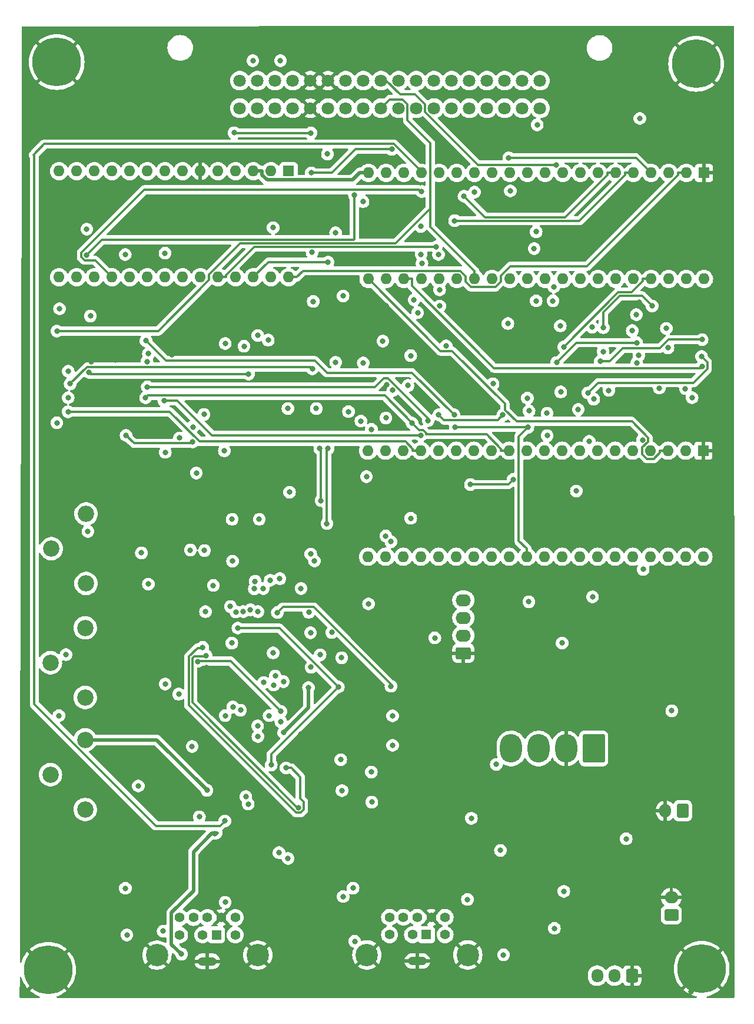
<source format=gbr>
%TF.GenerationSoftware,KiCad,Pcbnew,8.0.4*%
%TF.CreationDate,2024-09-09T17:53:27+02:00*%
%TF.ProjectId,LogicBoard 3GE,4c6f6769-6342-46f6-9172-64203347452e,rev?*%
%TF.SameCoordinates,Original*%
%TF.FileFunction,Copper,L4,Bot*%
%TF.FilePolarity,Positive*%
%FSLAX46Y46*%
G04 Gerber Fmt 4.6, Leading zero omitted, Abs format (unit mm)*
G04 Created by KiCad (PCBNEW 8.0.4) date 2024-09-09 17:53:27*
%MOMM*%
%LPD*%
G01*
G04 APERTURE LIST*
G04 Aperture macros list*
%AMRoundRect*
0 Rectangle with rounded corners*
0 $1 Rounding radius*
0 $2 $3 $4 $5 $6 $7 $8 $9 X,Y pos of 4 corners*
0 Add a 4 corners polygon primitive as box body*
4,1,4,$2,$3,$4,$5,$6,$7,$8,$9,$2,$3,0*
0 Add four circle primitives for the rounded corners*
1,1,$1+$1,$2,$3*
1,1,$1+$1,$4,$5*
1,1,$1+$1,$6,$7*
1,1,$1+$1,$8,$9*
0 Add four rect primitives between the rounded corners*
20,1,$1+$1,$2,$3,$4,$5,0*
20,1,$1+$1,$4,$5,$6,$7,0*
20,1,$1+$1,$6,$7,$8,$9,0*
20,1,$1+$1,$8,$9,$2,$3,0*%
G04 Aperture macros list end*
%TA.AperFunction,ComponentPad*%
%ADD10RoundRect,0.250000X0.750000X-0.600000X0.750000X0.600000X-0.750000X0.600000X-0.750000X-0.600000X0*%
%TD*%
%TA.AperFunction,ComponentPad*%
%ADD11O,2.000000X1.700000*%
%TD*%
%TA.AperFunction,ComponentPad*%
%ADD12C,7.000000*%
%TD*%
%TA.AperFunction,ComponentPad*%
%ADD13R,1.600000X1.600000*%
%TD*%
%TA.AperFunction,ComponentPad*%
%ADD14O,1.600000X1.600000*%
%TD*%
%TA.AperFunction,ComponentPad*%
%ADD15RoundRect,0.250000X1.330000X1.800000X-1.330000X1.800000X-1.330000X-1.800000X1.330000X-1.800000X0*%
%TD*%
%TA.AperFunction,ComponentPad*%
%ADD16O,3.160000X4.100000*%
%TD*%
%TA.AperFunction,ComponentPad*%
%ADD17C,1.800000*%
%TD*%
%TA.AperFunction,ComponentPad*%
%ADD18RoundRect,0.250000X0.600000X0.725000X-0.600000X0.725000X-0.600000X-0.725000X0.600000X-0.725000X0*%
%TD*%
%TA.AperFunction,ComponentPad*%
%ADD19O,1.700000X1.950000*%
%TD*%
%TA.AperFunction,ComponentPad*%
%ADD20C,2.340000*%
%TD*%
%TA.AperFunction,ComponentPad*%
%ADD21R,1.408000X1.408000*%
%TD*%
%TA.AperFunction,ComponentPad*%
%ADD22C,1.408000*%
%TD*%
%TA.AperFunction,ComponentPad*%
%ADD23O,2.730000X1.230000*%
%TD*%
%TA.AperFunction,ComponentPad*%
%ADD24C,3.216000*%
%TD*%
%TA.AperFunction,ComponentPad*%
%ADD25RoundRect,0.250000X0.600000X0.750000X-0.600000X0.750000X-0.600000X-0.750000X0.600000X-0.750000X0*%
%TD*%
%TA.AperFunction,ComponentPad*%
%ADD26O,1.700000X2.000000*%
%TD*%
%TA.AperFunction,ComponentPad*%
%ADD27RoundRect,0.250000X0.845000X-0.620000X0.845000X0.620000X-0.845000X0.620000X-0.845000X-0.620000X0*%
%TD*%
%TA.AperFunction,ComponentPad*%
%ADD28O,2.190000X1.740000*%
%TD*%
%TA.AperFunction,ViaPad*%
%ADD29C,0.800000*%
%TD*%
%TA.AperFunction,Conductor*%
%ADD30C,0.300000*%
%TD*%
%TA.AperFunction,Conductor*%
%ADD31C,0.500000*%
%TD*%
G04 APERTURE END LIST*
D10*
%TO.P,J103,1,Pin_1*%
%TO.N,Net-(J103-Pin_1)*%
X142160000Y-155130000D03*
D11*
%TO.P,J103,2,Pin_2*%
%TO.N,GND*%
X142160000Y-152630000D03*
%TD*%
D12*
%TO.P,MNT2,1,1*%
%TO.N,GND*%
X146530000Y-162880000D03*
%TD*%
D13*
%TO.P,IC207,1,GND*%
%TO.N,GND*%
X146860000Y-48500000D03*
D14*
%TO.P,IC207,2,PA0*%
%TO.N,/P0*%
X144320000Y-48500000D03*
%TO.P,IC207,3,PA1*%
%TO.N,/P1*%
X141780000Y-48500000D03*
%TO.P,IC207,4,PA2*%
%TO.N,/P2*%
X139240000Y-48500000D03*
%TO.P,IC207,5,PA3*%
%TO.N,/P3*%
X136700000Y-48500000D03*
%TO.P,IC207,6,PA4*%
%TO.N,/P4*%
X134160000Y-48500000D03*
%TO.P,IC207,7,PA5*%
%TO.N,/P5*%
X131620000Y-48500000D03*
%TO.P,IC207,8,PA6*%
%TO.N,/P6*%
X129080000Y-48500000D03*
%TO.P,IC207,9,PA7*%
%TO.N,/P7*%
X126540000Y-48500000D03*
%TO.P,IC207,10,PB0*%
%TO.N,/SH*%
X124000000Y-48500000D03*
%TO.P,IC207,11,PB1*%
%TO.N,/SEL0*%
X121460000Y-48500000D03*
%TO.P,IC207,12,PB2*%
%TO.N,/SEL1*%
X118920000Y-48500000D03*
%TO.P,IC207,13,PB3*%
%TO.N,/BC1*%
X116380000Y-48500000D03*
%TO.P,IC207,14,PB4*%
%TO.N,/BDIR*%
X113840000Y-48500000D03*
%TO.P,IC207,15,PB5*%
%TO.N,/COMPARE*%
X111300000Y-48500000D03*
%TO.P,IC207,16,PB6*%
%TO.N,/PB6*%
X108760000Y-48500000D03*
%TO.P,IC207,17,PB7*%
%TO.N,/~{RAMP}*%
X106220000Y-48500000D03*
%TO.P,IC207,18,CB1*%
%TO.N,unconnected-(IC207-CB1-Pad18)*%
X103680000Y-48500000D03*
%TO.P,IC207,19,CB2*%
%TO.N,/~{BLANK}*%
X101140000Y-48500000D03*
%TO.P,IC207,20,VDD*%
%TO.N,+5V*%
X98600000Y-48500000D03*
%TO.P,IC207,21,IRQB*%
%TO.N,/~{IRQ}*%
X98600000Y-63740000D03*
%TO.P,IC207,22,RWB*%
%TO.N,/R~{W}*%
X101140000Y-63740000D03*
%TO.P,IC207,23,CS2B*%
%TO.N,/~{IOS}*%
X103680000Y-63740000D03*
%TO.P,IC207,24,CS1*%
%TO.N,/A12*%
X106220000Y-63740000D03*
%TO.P,IC207,25,PHI2*%
%TO.N,/E*%
X108760000Y-63740000D03*
%TO.P,IC207,26,D7*%
%TO.N,/D7*%
X111300000Y-63740000D03*
%TO.P,IC207,27,D6*%
%TO.N,/D6*%
X113840000Y-63740000D03*
%TO.P,IC207,28,D5*%
%TO.N,/D5*%
X116380000Y-63740000D03*
%TO.P,IC207,29,D4*%
%TO.N,/D4*%
X118920000Y-63740000D03*
%TO.P,IC207,30,D3*%
%TO.N,/D3*%
X121460000Y-63740000D03*
%TO.P,IC207,31,D2*%
%TO.N,/D2*%
X124000000Y-63740000D03*
%TO.P,IC207,32,D1*%
%TO.N,/D1*%
X126540000Y-63740000D03*
%TO.P,IC207,33,D0*%
%TO.N,/D0*%
X129080000Y-63740000D03*
%TO.P,IC207,34,RESB*%
%TO.N,/~{RESET}*%
X131620000Y-63740000D03*
%TO.P,IC207,35,RS3*%
%TO.N,/A3*%
X134160000Y-63740000D03*
%TO.P,IC207,36,RS2*%
%TO.N,/A2*%
X136700000Y-63740000D03*
%TO.P,IC207,37,RS1*%
%TO.N,/A1*%
X139240000Y-63740000D03*
%TO.P,IC207,38,RS0*%
%TO.N,/A0*%
X141780000Y-63740000D03*
%TO.P,IC207,39,CA2*%
%TO.N,/~{ZERO}*%
X144320000Y-63740000D03*
%TO.P,IC207,40,CA1*%
%TO.N,/SW7*%
X146860000Y-63740000D03*
%TD*%
D15*
%TO.P,J204,1,Pin_1*%
%TO.N,-5VA*%
X131000000Y-131220000D03*
D16*
%TO.P,J204,2,Pin_2*%
%TO.N,GND*%
X127040000Y-131220000D03*
%TO.P,J204,3,Pin_3*%
%TO.N,+5V*%
X123080000Y-131220000D03*
%TO.P,J204,4,Pin_4*%
%TO.N,-12VA*%
X119120000Y-131220000D03*
%TD*%
D12*
%TO.P,MNT4,1,1*%
%TO.N,GND*%
X52530000Y-163030000D03*
%TD*%
D13*
%TO.P,IC206,1,GND*%
%TO.N,GND*%
X146780000Y-88430000D03*
D14*
%TO.P,IC206,2,~{NMI}*%
%TO.N,/~{NMI}*%
X144240000Y-88430000D03*
%TO.P,IC206,3,~{IRQ}*%
%TO.N,/~{IRQ}*%
X141700000Y-88430000D03*
%TO.P,IC206,4,~{FIRQ}*%
%TO.N,/SW3*%
X139160000Y-88430000D03*
%TO.P,IC206,5,BS*%
%TO.N,unconnected-(IC206-BS-Pad5)*%
X136620000Y-88430000D03*
%TO.P,IC206,6,BA*%
%TO.N,unconnected-(IC206-BA-Pad6)*%
X134080000Y-88430000D03*
%TO.P,IC206,7,VCC*%
%TO.N,+5V*%
X131540000Y-88430000D03*
%TO.P,IC206,8,A0*%
%TO.N,/CPU_A0*%
X129000000Y-88430000D03*
%TO.P,IC206,9,A1*%
%TO.N,/CPU_A1*%
X126460000Y-88430000D03*
%TO.P,IC206,10,A2*%
%TO.N,/A2*%
X123920000Y-88430000D03*
%TO.P,IC206,11,A3*%
%TO.N,/A3*%
X121380000Y-88430000D03*
%TO.P,IC206,12,A4*%
%TO.N,/A4*%
X118840000Y-88430000D03*
%TO.P,IC206,13,A5*%
%TO.N,/A5*%
X116300000Y-88430000D03*
%TO.P,IC206,14,A6*%
%TO.N,/A6*%
X113760000Y-88430000D03*
%TO.P,IC206,15,A7*%
%TO.N,/A7*%
X111220000Y-88430000D03*
%TO.P,IC206,16,A8*%
%TO.N,/A8*%
X108680000Y-88430000D03*
%TO.P,IC206,17,A9*%
%TO.N,/A9*%
X106140000Y-88430000D03*
%TO.P,IC206,18,A10*%
%TO.N,/A10*%
X103600000Y-88430000D03*
%TO.P,IC206,19,A11*%
%TO.N,/A11*%
X101060000Y-88430000D03*
%TO.P,IC206,20,A12*%
%TO.N,/A12*%
X98520000Y-88430000D03*
%TO.P,IC206,21,A13*%
%TO.N,/A13*%
X98520000Y-103670000D03*
%TO.P,IC206,22,A14*%
%TO.N,/A14*%
X101060000Y-103670000D03*
%TO.P,IC206,23,A15*%
%TO.N,/A15*%
X103600000Y-103670000D03*
%TO.P,IC206,24,D7*%
%TO.N,/D7*%
X106140000Y-103670000D03*
%TO.P,IC206,25,D6*%
%TO.N,/D6*%
X108680000Y-103670000D03*
%TO.P,IC206,26,D5*%
%TO.N,/D5*%
X111220000Y-103670000D03*
%TO.P,IC206,27,D4*%
%TO.N,/D4*%
X113760000Y-103670000D03*
%TO.P,IC206,28,D3*%
%TO.N,/D3*%
X116300000Y-103670000D03*
%TO.P,IC206,29,D2*%
%TO.N,/D2*%
X118840000Y-103670000D03*
%TO.P,IC206,30,D1*%
%TO.N,/D1*%
X121380000Y-103670000D03*
%TO.P,IC206,31,D0*%
%TO.N,/D0*%
X123920000Y-103670000D03*
%TO.P,IC206,32,R/~{W}*%
%TO.N,/CPU_R~{W}*%
X126460000Y-103670000D03*
%TO.P,IC206,33,~{DMA/BREQ}*%
%TO.N,Net-(IC206-~{DMA{slash}BREQ})*%
X129000000Y-103670000D03*
%TO.P,IC206,34,E*%
%TO.N,/CPU_E*%
X131540000Y-103670000D03*
%TO.P,IC206,35,Q*%
%TO.N,unconnected-(IC206-Q-Pad35)*%
X134080000Y-103670000D03*
%TO.P,IC206,36,MRDY*%
%TO.N,Net-(IC206-MRDY)*%
X136620000Y-103670000D03*
%TO.P,IC206,37,~{RESET}*%
%TO.N,/~{RESET}*%
X139160000Y-103670000D03*
%TO.P,IC206,38,EXTAL*%
%TO.N,/EXTAL*%
X141700000Y-103670000D03*
%TO.P,IC206,39,XTAL*%
%TO.N,/XTAL*%
X144240000Y-103670000D03*
%TO.P,IC206,40,~{HALT}*%
%TO.N,/~{HALT}*%
X146780000Y-103670000D03*
%TD*%
D17*
%TO.P,J201,1,Pin_1*%
%TO.N,/~{HALT}*%
X123270000Y-35250000D03*
%TO.P,J201,2,Pin_2*%
%TO.N,+5V*%
X123270000Y-39210000D03*
%TO.P,J201,3,Pin_3*%
%TO.N,/A7*%
X120730000Y-35250000D03*
%TO.P,J201,4,Pin_4*%
%TO.N,+5V*%
X120730000Y-39210000D03*
%TO.P,J201,5,Pin_5*%
%TO.N,/A6*%
X118190000Y-35250000D03*
%TO.P,J201,6,Pin_6*%
%TO.N,/A8*%
X118190000Y-39210000D03*
%TO.P,J201,7,Pin_7*%
%TO.N,/A5*%
X115650000Y-35250000D03*
%TO.P,J201,8,Pin_8*%
%TO.N,/A9*%
X115650000Y-39210000D03*
%TO.P,J201,9,Pin_9*%
%TO.N,/A4*%
X113110000Y-35250000D03*
%TO.P,J201,10,Pin_10*%
%TO.N,/A11*%
X113110000Y-39210000D03*
%TO.P,J201,11,Pin_11*%
%TO.N,/A3*%
X110570000Y-35250000D03*
%TO.P,J201,12,Pin_12*%
%TO.N,/~{E}*%
X110570000Y-39210000D03*
%TO.P,J201,13,Pin_13*%
%TO.N,/A2*%
X108030000Y-35250000D03*
%TO.P,J201,14,Pin_14*%
%TO.N,/A10*%
X108030000Y-39210000D03*
%TO.P,J201,15,Pin_15*%
%TO.N,/A1*%
X105490000Y-35250000D03*
%TO.P,J201,16,Pin_16*%
%TO.N,/A15*%
X105490000Y-39210000D03*
%TO.P,J201,17,Pin_17*%
%TO.N,/A0*%
X102950000Y-35250000D03*
%TO.P,J201,18,Pin_18*%
%TO.N,/D7*%
X102950000Y-39210000D03*
%TO.P,J201,19,Pin_19*%
%TO.N,/D0*%
X100410000Y-35250000D03*
%TO.P,J201,20,Pin_20*%
%TO.N,/D6*%
X100410000Y-39210000D03*
%TO.P,J201,21,Pin_21*%
%TO.N,/D1*%
X97870000Y-35250000D03*
%TO.P,J201,22,Pin_22*%
%TO.N,/D5*%
X97870000Y-39210000D03*
%TO.P,J201,23,Pin_23*%
%TO.N,/D2*%
X95330000Y-35250000D03*
%TO.P,J201,24,Pin_24*%
%TO.N,/D4*%
X95330000Y-39210000D03*
%TO.P,J201,25,Pin_25*%
%TO.N,GND*%
X92790000Y-35250000D03*
%TO.P,J201,26,Pin_26*%
%TO.N,/D3*%
X92790000Y-39210000D03*
%TO.P,J201,27,Pin_27*%
%TO.N,GND*%
X90250000Y-35250000D03*
%TO.P,J201,28,Pin_28*%
X90250000Y-39210000D03*
%TO.P,J201,29,Pin_29*%
%TO.N,/A12*%
X87710000Y-35250000D03*
%TO.P,J201,30,Pin_30*%
%TO.N,/R~{W}*%
X87710000Y-39210000D03*
%TO.P,J201,31,Pin_31*%
%TO.N,/A13*%
X85170000Y-35250000D03*
%TO.P,J201,32,Pin_32*%
%TO.N,/~{CARTS}*%
X85170000Y-39210000D03*
%TO.P,J201,33,Pin_33*%
%TO.N,/A14*%
X82630000Y-35250000D03*
%TO.P,J201,34,Pin_34*%
%TO.N,/~{NMI}*%
X82630000Y-39210000D03*
%TO.P,J201,35,Pin_35*%
%TO.N,/PB6*%
X80090000Y-35250000D03*
%TO.P,J201,36,Pin_36*%
%TO.N,/~{IRQ}*%
X80090000Y-39210000D03*
%TD*%
D18*
%TO.P,J304,1,Pin_1*%
%TO.N,GND*%
X136500000Y-163870000D03*
D19*
%TO.P,J304,2,Pin_2*%
%TO.N,Audio*%
X134000000Y-163870000D03*
%TO.P,J304,3,Pin_3*%
%TO.N,/CH(A+B+C)+DIGITAL_AUDIO*%
X131500000Y-163870000D03*
%TD*%
D20*
%TO.P,R335,1,1*%
%TO.N,-5VA*%
X57860000Y-139990000D03*
%TO.P,R335,2,2*%
%TO.N,/X_OFFSET*%
X52860000Y-134990000D03*
%TO.P,R335,3,3*%
%TO.N,+5V*%
X57860000Y-129990000D03*
%TD*%
D12*
%TO.P,MNT1,1,1*%
%TO.N,GND*%
X53750000Y-32590000D03*
%TD*%
D13*
%TO.P,IC208,1,CHC*%
%TO.N,/CHC*%
X87110000Y-48250000D03*
D14*
%TO.P,IC208,2,TEST1*%
%TO.N,unconnected-(IC208-TEST1-Pad2)*%
X84570000Y-48250000D03*
%TO.P,IC208,3,VCC*%
%TO.N,+5V*%
X82030000Y-48250000D03*
%TO.P,IC208,4,CHB*%
%TO.N,/CHB*%
X79490000Y-48250000D03*
%TO.P,IC208,5,CHA*%
%TO.N,/CHA*%
X76950000Y-48250000D03*
%TO.P,IC208,6,GND*%
%TO.N,GND*%
X74410000Y-48250000D03*
%TO.P,IC208,7,IOA7*%
%TO.N,/SW7*%
X71870000Y-48250000D03*
%TO.P,IC208,8,IOA6*%
%TO.N,/SW6*%
X69330000Y-48250000D03*
%TO.P,IC208,9,IOA5*%
%TO.N,/SW5*%
X66790000Y-48250000D03*
%TO.P,IC208,10,IOA4*%
%TO.N,/SW4*%
X64250000Y-48250000D03*
%TO.P,IC208,11,IOA3*%
%TO.N,/SW3*%
X61710000Y-48250000D03*
%TO.P,IC208,12,IOA2*%
%TO.N,/SW2*%
X59170000Y-48250000D03*
%TO.P,IC208,13,IOA1*%
%TO.N,/SW1*%
X56630000Y-48250000D03*
%TO.P,IC208,14,IOA0*%
%TO.N,/SW0*%
X54090000Y-48250000D03*
%TO.P,IC208,15,CLk*%
%TO.N,/E*%
X54090000Y-63490000D03*
%TO.P,IC208,16,~{RESET}*%
%TO.N,/~{RESET}*%
X56630000Y-63490000D03*
%TO.P,IC208,17,A8*%
%TO.N,/BC2*%
X59170000Y-63490000D03*
%TO.P,IC208,18,BDIR*%
%TO.N,/BDIR*%
X61710000Y-63490000D03*
%TO.P,IC208,19,BC2*%
%TO.N,/BC2*%
X64250000Y-63490000D03*
%TO.P,IC208,20,BC1*%
%TO.N,/BC1*%
X66790000Y-63490000D03*
%TO.P,IC208,21,DA7*%
%TO.N,/P7*%
X69330000Y-63490000D03*
%TO.P,IC208,22,DA6*%
%TO.N,/P6*%
X71870000Y-63490000D03*
%TO.P,IC208,23,DA5*%
%TO.N,/P5*%
X74410000Y-63490000D03*
%TO.P,IC208,24,DA4*%
%TO.N,/P4*%
X76950000Y-63490000D03*
%TO.P,IC208,25,DA3*%
%TO.N,/P3*%
X79490000Y-63490000D03*
%TO.P,IC208,26,DA2*%
%TO.N,/P2*%
X82030000Y-63490000D03*
%TO.P,IC208,27,DA1*%
%TO.N,/P1*%
X84570000Y-63490000D03*
%TO.P,IC208,28,DA0*%
%TO.N,/P0*%
X87110000Y-63490000D03*
%TD*%
D21*
%TO.P,J202,1,1*%
%TO.N,/J202_X*%
X76730000Y-158010000D03*
D22*
%TO.P,J202,2,2*%
%TO.N,-5VA*%
X74730000Y-158010000D03*
%TO.P,J202,3,3*%
%TO.N,/J202_B4*%
X79430000Y-158010000D03*
%TO.P,J202,4,4*%
%TO.N,GND*%
X77430000Y-155510000D03*
%TO.P,J202,5,5*%
%TO.N,/J202_B3*%
X75430000Y-155510000D03*
%TO.P,J202,6,6*%
%TO.N,+5V*%
X71430000Y-158010000D03*
%TO.P,J202,7,7*%
%TO.N,/J202_B2*%
X79430000Y-155510000D03*
%TO.P,J202,8,8*%
%TO.N,/J202_Y*%
X73430000Y-155510000D03*
%TO.P,J202,9,9*%
%TO.N,/J202_B1*%
X71430000Y-155510000D03*
D23*
%TO.P,J202,S1,SHIELD*%
%TO.N,GND*%
X75430000Y-161810000D03*
D24*
%TO.P,J202,S2,SHIELD__1*%
X68180000Y-160910000D03*
%TO.P,J202,S3,SHIELD__2*%
X82680000Y-160910000D03*
%TD*%
D12*
%TO.P,MNT3,1,1*%
%TO.N,GND*%
X145730000Y-32830000D03*
%TD*%
D20*
%TO.P,R333,1,1*%
%TO.N,-5VA*%
X57860000Y-123890000D03*
%TO.P,R333,2,2*%
%TO.N,/Y_OFFSET*%
X52860000Y-118890000D03*
%TO.P,R333,3,3*%
%TO.N,+5V*%
X57860000Y-113890000D03*
%TD*%
D25*
%TO.P,SW201,1,Pin_1*%
%TO.N,/SWITCH_RESET*%
X143800000Y-140180000D03*
D26*
%TO.P,SW201,2,Pin_2*%
%TO.N,GND*%
X141300000Y-140180000D03*
%TD*%
D27*
%TO.P,J301,1,Pin_1*%
%TO.N,GND*%
X112250000Y-117530000D03*
D28*
%TO.P,J301,2,Pin_2*%
%TO.N,/Y_AXIS*%
X112250000Y-114990000D03*
%TO.P,J301,3,Pin_3*%
%TO.N,/X_AXIS*%
X112250000Y-112450000D03*
%TO.P,J301,4,Pin_4*%
%TO.N,/Z_AXIS*%
X112250000Y-109910000D03*
%TD*%
D20*
%TO.P,R302,1,1*%
%TO.N,Net-(R301-Pad1)*%
X57970000Y-107500000D03*
%TO.P,R302,2,2*%
%TO.N,/IOUT*%
X52970000Y-102500000D03*
%TO.P,R302,3,3*%
X57970000Y-97500000D03*
%TD*%
D21*
%TO.P,J203,1,1*%
%TO.N,/J203_X*%
X106930000Y-157980000D03*
D22*
%TO.P,J203,2,2*%
%TO.N,-5VA*%
X104930000Y-157980000D03*
%TO.P,J203,3,3*%
%TO.N,/J203_B4*%
X109630000Y-157980000D03*
%TO.P,J203,4,4*%
%TO.N,GND*%
X107630000Y-155480000D03*
%TO.P,J203,5,5*%
%TO.N,/J203_B3*%
X105630000Y-155480000D03*
%TO.P,J203,6,6*%
%TO.N,+5V*%
X101630000Y-157980000D03*
%TO.P,J203,7,7*%
%TO.N,/J203_B2*%
X109630000Y-155480000D03*
%TO.P,J203,8,8*%
%TO.N,/J203_Y*%
X103630000Y-155480000D03*
%TO.P,J203,9,9*%
%TO.N,/J203_B1*%
X101630000Y-155480000D03*
D23*
%TO.P,J203,S1,SHIELD*%
%TO.N,GND*%
X105630000Y-161780000D03*
D24*
%TO.P,J203,S2,SHIELD__1*%
X98380000Y-160880000D03*
%TO.P,J203,S3,SHIELD__2*%
X112880000Y-160880000D03*
%TD*%
D29*
%TO.N,GND*%
X94140000Y-94880000D03*
X94140000Y-99010000D03*
X94080000Y-102960000D03*
X102290000Y-107040000D03*
X108690000Y-107170000D03*
X117280000Y-107170000D03*
X124050000Y-107600000D03*
X124300000Y-112120000D03*
X128020000Y-114060000D03*
X134640000Y-116810000D03*
X139030000Y-119740000D03*
X145120000Y-122730000D03*
X149100000Y-124430000D03*
X150570000Y-128120000D03*
X150510000Y-134670000D03*
X150550000Y-143190000D03*
X150550000Y-150420000D03*
X150460000Y-158350000D03*
X150200000Y-166190000D03*
X144970000Y-166190000D03*
X136960000Y-166190000D03*
X127810000Y-166190000D03*
X119490000Y-166090000D03*
X110010000Y-166090000D03*
X100100000Y-166030000D03*
X91890000Y-166090000D03*
X84640000Y-166240000D03*
X77450000Y-166240000D03*
X70080000Y-166240000D03*
X62340000Y-166240000D03*
X55810000Y-166300000D03*
X49110000Y-166170000D03*
X49230000Y-157580000D03*
X49290000Y-150510000D03*
X49290000Y-143620000D03*
X49170000Y-137300000D03*
X49290000Y-131910000D03*
X49250000Y-127300000D03*
X49250000Y-122110000D03*
X49280000Y-117540000D03*
X49280000Y-112920000D03*
X49250000Y-107820000D03*
X49210000Y-102910000D03*
X49280000Y-98810000D03*
X49280000Y-94560000D03*
X49250000Y-90380000D03*
X84940000Y-90310000D03*
X81260000Y-90310000D03*
X73010000Y-90310000D03*
X69610000Y-90310000D03*
X64760000Y-90340000D03*
X61930000Y-90340000D03*
X58200000Y-90300000D03*
X53180000Y-90270000D03*
X117590000Y-143040000D03*
%TO.N,+5V*%
X94790000Y-137270000D03*
X96380000Y-151290000D03*
%TO.N,-5VA*%
X113400000Y-141250000D03*
%TO.N,GND*%
X98960000Y-142760000D03*
X98940000Y-141810000D03*
%TO.N,+5V*%
X99080000Y-138920000D03*
%TO.N,GND*%
X94750000Y-52330000D03*
%TO.N,/D3*%
X93880000Y-57100000D03*
%TO.N,GND*%
X58740000Y-75620000D03*
X62160000Y-75410000D03*
X135050000Y-81320000D03*
X138470000Y-80670000D03*
X88170000Y-141540000D03*
X75330000Y-119570000D03*
X101210000Y-75360000D03*
X101190000Y-78970000D03*
X137560000Y-67120000D03*
X88860000Y-129130000D03*
X88730000Y-65340000D03*
X92810000Y-72790000D03*
X96120000Y-74660000D03*
X81450000Y-153280000D03*
X80610000Y-153290000D03*
X93330000Y-128910000D03*
X70290000Y-74640000D03*
X61600000Y-86670000D03*
X55220000Y-86920000D03*
X56150000Y-86950000D03*
X116620000Y-82450000D03*
X116660000Y-81610000D03*
X105810000Y-72520000D03*
X101110000Y-67580000D03*
X94640000Y-135340000D03*
X94660000Y-134500000D03*
X85450000Y-155980000D03*
X85410000Y-155130000D03*
X81680000Y-156720000D03*
X70180000Y-151680000D03*
X105770000Y-153390000D03*
X104600000Y-153370000D03*
X74890000Y-153390000D03*
X74040000Y-153370000D03*
X90240000Y-37260000D03*
%TO.N,/P2*%
X92790000Y-61340000D03*
X92700000Y-45790000D03*
X118780000Y-46340000D03*
%TO.N,/BDIR*%
X113860000Y-51260000D03*
X106260000Y-51190000D03*
%TO.N,/P7*%
X69330000Y-60040000D03*
X79270000Y-42750000D03*
X90310000Y-42770000D03*
%TO.N,/A6*%
X122720000Y-56980000D03*
X122430000Y-59390000D03*
X122720000Y-66900000D03*
X125140000Y-66900000D03*
X121690000Y-82710000D03*
X119420000Y-92560000D03*
X113270000Y-93290000D03*
%TO.N,/D1*%
X111070000Y-85050000D03*
%TO.N,Net-(IC305-Pad9)*%
X74750000Y-116680000D03*
%TO.N,/IC303D_X*%
X75270000Y-117900000D03*
X88510000Y-139710000D03*
%TO.N,Net-(IC305-Pad9)*%
X86740000Y-134010000D03*
%TO.N,-5VA*%
X76500000Y-143430000D03*
X71710000Y-160780000D03*
X86410000Y-128920000D03*
%TO.N,/VOUT*%
X83470000Y-108240000D03*
%TO.N,/X0*%
X85850000Y-106820000D03*
X86370000Y-121610000D03*
%TO.N,/~{RAMP}*%
X77940000Y-141630000D03*
%TO.N,GND*%
X129710000Y-143250000D03*
X134340000Y-150580000D03*
%TO.N,+5V*%
X135670000Y-144200000D03*
X126700000Y-151750000D03*
X130830000Y-109430000D03*
%TO.N,/~{BLANK}*%
X92780000Y-88120000D03*
%TO.N,-12VA*%
X91600000Y-88110000D03*
%TO.N,-5VA*%
X126454500Y-116072900D03*
X74274700Y-141042800D03*
X90008400Y-111650100D03*
X89967700Y-122463000D03*
%TO.N,Net-(J103-Pin_1)*%
X125344300Y-157059000D03*
%TO.N,/X_AXIS*%
X79509900Y-111605000D03*
%TO.N,/Z_AXIS*%
X90266500Y-114588700D03*
%TO.N,/Y_AXIS*%
X78937700Y-116077000D03*
%TO.N,/IC303A_FB*%
X102069800Y-126532500D03*
X85179800Y-120813800D03*
X77993400Y-126505900D03*
%TO.N,/~{RESET}*%
X142229400Y-125799700D03*
X58239400Y-100024600D03*
%TO.N,Audio*%
X69073000Y-157462700D03*
X65940700Y-103111300D03*
%TO.N,Net-(IC304-Pad7)*%
X84313600Y-126504400D03*
X69357800Y-121959700D03*
%TO.N,/CHA*%
X75011500Y-102764000D03*
%TO.N,/SW4*%
X63632600Y-151318000D03*
X58073300Y-56590400D03*
%TO.N,/SW1*%
X117586000Y-145859500D03*
X65496200Y-136611600D03*
%TO.N,/CHB*%
X82885300Y-98275000D03*
%TO.N,/CHC*%
X78984100Y-98275000D03*
%TO.N,/SW5*%
X85733000Y-146194000D03*
%TO.N,/SW0*%
X54060900Y-126499900D03*
X94958900Y-152489500D03*
%TO.N,/SW6*%
X87029300Y-147036000D03*
%TO.N,/SW2*%
X116982800Y-133513900D03*
X55087400Y-117747300D03*
%TO.N,/P2*%
X80694600Y-73418600D03*
%TO.N,/~{BLANK}*%
X98604200Y-110443700D03*
X92617700Y-98901900D03*
X91090800Y-82366100D03*
X102105689Y-79734549D03*
%TO.N,/~{ZERO}*%
X99004600Y-134599900D03*
%TO.N,/SW7*%
X80957300Y-138144100D03*
X73841400Y-91637800D03*
%TO.N,/SEL0*%
X90831100Y-104272300D03*
X87016200Y-82366100D03*
X116518700Y-78808800D03*
X119000000Y-51097200D03*
%TO.N,/BC1*%
X101950600Y-45112900D03*
X90387700Y-48497200D03*
%TO.N,/P4*%
X108348000Y-59141900D03*
X112336200Y-51857500D03*
%TO.N,/P1*%
X82674100Y-71870800D03*
X132385100Y-70752800D03*
X139409500Y-67626900D03*
%TO.N,/SH*%
X88902700Y-108231800D03*
X121657500Y-110135800D03*
X124298700Y-86258000D03*
X124286400Y-83041100D03*
%TO.N,/SEL1*%
X101827000Y-101513000D03*
X90287800Y-103271000D03*
%TO.N,/P3*%
X77994200Y-73037300D03*
X108673400Y-60228800D03*
X110989000Y-55372400D03*
%TO.N,/SW3*%
X118023600Y-160875000D03*
X138109500Y-105492500D03*
X66941200Y-107604200D03*
%TO.N,/~{IRQ}*%
X84880000Y-56380500D03*
%TO.N,/CPU_R~{W}*%
X138022100Y-86875800D03*
%TO.N,/~{NMI}*%
X81965400Y-32390400D03*
%TO.N,/RAM_R~{W}*%
X137174000Y-75824600D03*
X100672000Y-72679300D03*
%TO.N,/~{E}*%
X137135500Y-68877800D03*
X125270000Y-64896900D03*
%TO.N,/~{CARTS}*%
X85937800Y-32390400D03*
X137626400Y-40687000D03*
X141444400Y-70847200D03*
%TO.N,/~{RAMS}*%
X137486000Y-74738000D03*
X108848000Y-67643100D03*
X144187400Y-79503400D03*
%TO.N,/~{IOS}*%
X146581200Y-76318700D03*
%TO.N,/R~{W}*%
X136544900Y-71179800D03*
%TO.N,/A14*%
X128494900Y-94213000D03*
%TO.N,/~{A11&E}*%
X140429800Y-79422000D03*
X145152600Y-80806800D03*
%TO.N,/A13*%
X93882600Y-75722200D03*
X131956400Y-75571200D03*
X146581200Y-72463100D03*
%TO.N,/E*%
X130766100Y-70685100D03*
%TO.N,/A15*%
X97855000Y-75824600D03*
X125663400Y-75766700D03*
X137182700Y-72915300D03*
%TO.N,/~{ROMS}*%
X55695900Y-78812700D03*
X90532900Y-76664400D03*
X130152300Y-80124800D03*
X146505800Y-74896300D03*
%TO.N,/A11*%
X104674000Y-74775100D03*
X132349900Y-74199000D03*
X105149700Y-66757500D03*
X55400200Y-80808500D03*
%TO.N,/A0*%
X141672200Y-73658900D03*
X130345900Y-87092900D03*
X108704000Y-83273500D03*
X117928700Y-83304600D03*
X130998500Y-81010400D03*
X66945900Y-74487600D03*
X118654900Y-70162800D03*
%TO.N,/D6*%
X104682200Y-98131300D03*
X53770900Y-71243400D03*
%TO.N,/A6*%
X71421700Y-86610900D03*
%TO.N,/D0*%
X125613700Y-47349800D03*
X110925800Y-83268700D03*
X126255900Y-79981500D03*
X66592000Y-72634500D03*
X128778800Y-82506300D03*
%TO.N,/D2*%
X121461000Y-80878300D03*
X63609800Y-60232200D03*
%TO.N,/D7*%
X106114000Y-56209600D03*
X69374200Y-88660500D03*
X98306600Y-92151200D03*
%TO.N,/A2*%
X107183000Y-84089000D03*
X66787400Y-79251600D03*
%TO.N,/A3*%
X106137000Y-86205600D03*
X69211700Y-81268400D03*
X122870000Y-41600000D03*
%TO.N,/A4*%
X104867000Y-84449100D03*
X66534100Y-80819800D03*
%TO.N,/A8*%
X53770900Y-84420200D03*
X109772000Y-73352400D03*
%TO.N,/A5*%
X104295000Y-79052800D03*
X73330900Y-85005400D03*
X95725400Y-82817000D03*
%TO.N,/D5*%
X97805800Y-52638000D03*
X94950700Y-66202800D03*
X54158600Y-68028400D03*
X99019500Y-85362600D03*
%TO.N,/A10*%
X55400200Y-76998500D03*
X105678000Y-68601400D03*
%TO.N,/D1*%
X121537000Y-85070300D03*
%TO.N,/A1*%
X126670400Y-73531200D03*
X126188500Y-70498200D03*
X66751900Y-75617900D03*
%TO.N,/A12*%
X90499400Y-59932800D03*
X106297200Y-61511900D03*
X63730000Y-86228159D03*
X73301900Y-87173500D03*
%TO.N,/D4*%
X96583600Y-51681700D03*
X58060600Y-60302600D03*
%TO.N,/D3*%
X58603600Y-69077900D03*
X90651900Y-66978900D03*
X97504800Y-84169400D03*
%TO.N,/A7*%
X74936300Y-83210500D03*
X101106400Y-83730900D03*
%TO.N,/A9*%
X106163500Y-60233800D03*
X55400200Y-82830600D03*
%TO.N,/~{ROMOE}*%
X58404400Y-77174100D03*
X81344800Y-77415200D03*
X133176800Y-79777500D03*
%TO.N,/IC303C_FB*%
X90334900Y-119547200D03*
X93314900Y-114553000D03*
%TO.N,/COMPARE*%
X108833000Y-65309700D03*
X101089000Y-100689700D03*
X72982000Y-102700300D03*
X71300000Y-123416700D03*
%TO.N,/X_OFFSET*%
X94611000Y-132836000D03*
%TO.N,/CH(A+B+C)+DIGITAL_AUDIO*%
X87242500Y-94384900D03*
%TO.N,/IOUT*%
X84177700Y-72530200D03*
X74020600Y-118705000D03*
X85993700Y-125888900D03*
%TO.N,/VOUT*%
X85990500Y-127369500D03*
X84957000Y-122099300D03*
X80193200Y-125729200D03*
%TO.N,/IC303D_FB*%
X79809100Y-113922400D03*
X75151500Y-111565000D03*
X94269100Y-122376600D03*
X84609500Y-133591900D03*
%TO.N,/IC303A_Y*%
X102069800Y-130760300D03*
X82697800Y-129504200D03*
%TO.N,/POT0*%
X108144100Y-115324000D03*
X78739500Y-110828200D03*
%TO.N,/POT2*%
X80588300Y-111559900D03*
X81297700Y-139210100D03*
%TO.N,/POT3*%
X84465400Y-107045500D03*
X76285300Y-107795400D03*
X73228800Y-130928200D03*
%TO.N,/POTX*%
X83525000Y-121739400D03*
X79091800Y-125250500D03*
X81615400Y-111280500D03*
%TO.N,/X2*%
X82287000Y-107188000D03*
X85497700Y-111681000D03*
X101827400Y-122272100D03*
%TO.N,/X1*%
X82180300Y-108271600D03*
X82701800Y-111566700D03*
%TO.N,-12VA*%
X91775300Y-95594400D03*
%TO.N,/J203_X*%
X112832400Y-152911600D03*
%TO.N,/J202_X*%
X77993000Y-153322000D03*
%TO.N,/J203_B4*%
X96610500Y-158931900D03*
%TO.N,+5V*%
X94741100Y-118185600D03*
X91649500Y-117765600D03*
X84879300Y-117488600D03*
X63852900Y-158011000D03*
X75361500Y-137228100D03*
X82652100Y-127980500D03*
X77870000Y-88448100D03*
X79045100Y-104293200D03*
%TD*%
D30*
%TO.N,/D4*%
X58060600Y-60302600D02*
X60221300Y-58141900D01*
X60221300Y-58141900D02*
X96458100Y-58141900D01*
X96458100Y-58141900D02*
X96583600Y-58016400D01*
X96583600Y-58016400D02*
X96583600Y-51681700D01*
%TO.N,/D6*%
X107490000Y-53633100D02*
X102481200Y-58641900D01*
X80141700Y-58641900D02*
X75680000Y-63103600D01*
X68338500Y-71243400D02*
X53770900Y-71243400D01*
X102481200Y-58641900D02*
X80141700Y-58641900D01*
X75680000Y-63103600D02*
X75680000Y-63901900D01*
X75680000Y-63901900D02*
X68338500Y-71243400D01*
%TO.N,/IOUT*%
X74020600Y-118705000D02*
X74075600Y-118650000D01*
X74075600Y-118650000D02*
X78754800Y-118650000D01*
X78754800Y-118650000D02*
X85993700Y-125888900D01*
%TO.N,/P1*%
X132385100Y-70752800D02*
X132385100Y-68523606D01*
X132385100Y-68523606D02*
X134728506Y-66180200D01*
X137962800Y-66180200D02*
X139409500Y-67626900D01*
X134728506Y-66180200D02*
X137962800Y-66180200D01*
D31*
%TO.N,GND*%
X56150000Y-86950000D02*
X55250000Y-86950000D01*
X55250000Y-86950000D02*
X55220000Y-86920000D01*
X61600000Y-86670000D02*
X56430000Y-86670000D01*
X56430000Y-86670000D02*
X56150000Y-86950000D01*
D30*
%TO.N,/A12*%
X73112700Y-87362700D02*
X73301900Y-87173500D01*
X63730000Y-86228159D02*
X64864541Y-87362700D01*
X64864541Y-87362700D02*
X73112700Y-87362700D01*
%TO.N,/~{IRQ}*%
X140519400Y-88699400D02*
X139637100Y-89581700D01*
X138008300Y-87952900D02*
X138802200Y-87159000D01*
X141700000Y-88430000D02*
X140548300Y-88430000D01*
X140548300Y-88430000D02*
X140519500Y-88458800D01*
X138008300Y-88907100D02*
X138008300Y-87952900D01*
X138802200Y-86532700D02*
X136486300Y-84216800D01*
X140519500Y-88458800D02*
X140519400Y-88458800D01*
X139637100Y-89581700D02*
X138682900Y-89581700D01*
X118240000Y-81690000D02*
X110652400Y-74102400D01*
X140519400Y-88458800D02*
X140519400Y-88699400D01*
X138682900Y-89581700D02*
X138008300Y-88907100D01*
X138802200Y-87159000D02*
X138802200Y-86532700D01*
X136486300Y-84216800D02*
X119903900Y-84216800D01*
X119903900Y-84216800D02*
X118240000Y-82552900D01*
X118240000Y-82552900D02*
X118240000Y-81690000D01*
X110652400Y-74102400D02*
X108962400Y-74102400D01*
X108962400Y-74102400D02*
X98600000Y-63740000D01*
D31*
%TO.N,-5VA*%
X71710000Y-160780000D02*
X70276000Y-159346000D01*
X70276000Y-154844000D02*
X73410000Y-151710000D01*
X73410000Y-146060000D02*
X76100000Y-143370000D01*
X73410000Y-151710000D02*
X73410000Y-146060000D01*
X70276000Y-159346000D02*
X70276000Y-154844000D01*
X76100000Y-143370000D02*
X76440000Y-143370000D01*
X76440000Y-143370000D02*
X76500000Y-143430000D01*
D30*
%TO.N,/P2*%
X92790000Y-61340000D02*
X84180000Y-61340000D01*
X84180000Y-61340000D02*
X82030000Y-63490000D01*
%TO.N,/BC1*%
X101950600Y-45112900D02*
X96697100Y-45112900D01*
X96697100Y-45112900D02*
X93312800Y-48497200D01*
X93312800Y-48497200D02*
X90387700Y-48497200D01*
%TO.N,/P2*%
X118780000Y-46340000D02*
X118870000Y-46340000D01*
X137080000Y-46340000D02*
X118780000Y-46340000D01*
X139240000Y-48500000D02*
X137080000Y-46340000D01*
%TO.N,/P4*%
X112336200Y-51857500D02*
X115351100Y-54872400D01*
X115351100Y-54872400D02*
X126904400Y-54872400D01*
X133008300Y-48500000D02*
X134160000Y-48500000D01*
X126904400Y-54872400D02*
X133008300Y-48768500D01*
X133008300Y-48768500D02*
X133008300Y-48500000D01*
%TO.N,/BDIR*%
X106260000Y-51290000D02*
X106110000Y-51140000D01*
X106260000Y-51190000D02*
X106260000Y-51290000D01*
X106160000Y-51190000D02*
X106260000Y-51190000D01*
X105901700Y-50931700D02*
X106160000Y-51190000D01*
X103871700Y-50931700D02*
X105901700Y-50931700D01*
X57310600Y-59991939D02*
X66370839Y-50931700D01*
X57749939Y-61052600D02*
X57310600Y-60613261D01*
X59272600Y-61052600D02*
X57749939Y-61052600D01*
X66370839Y-50931700D02*
X103871700Y-50931700D01*
X57310600Y-60613261D02*
X57310600Y-59991939D01*
X61710000Y-63490000D02*
X59272600Y-61052600D01*
%TO.N,/P7*%
X79290000Y-42770000D02*
X79310000Y-42770000D01*
X79270000Y-42750000D02*
X79290000Y-42770000D01*
X79330000Y-42770000D02*
X79270000Y-42750000D01*
X90310000Y-42770000D02*
X79330000Y-42770000D01*
%TO.N,/A6*%
X119460000Y-92560000D02*
X119370000Y-92650000D01*
X119420000Y-92560000D02*
X119460000Y-92560000D01*
X119420000Y-92600000D02*
X119420000Y-92560000D01*
X118730000Y-93290000D02*
X119420000Y-92600000D01*
X113270000Y-93290000D02*
X118730000Y-93290000D01*
%TO.N,/D1*%
X111070000Y-85050000D02*
X121516700Y-85050000D01*
X121516700Y-85050000D02*
X121537000Y-85070300D01*
%TO.N,/A4*%
X118840000Y-88430000D02*
X117688000Y-88430000D01*
X117688000Y-88430000D02*
X117688000Y-88142100D01*
X117688000Y-88142100D02*
X115605900Y-86060000D01*
X115605900Y-86060000D02*
X106887000Y-86060000D01*
X106887000Y-86060000D02*
X106887000Y-85894939D01*
X105873500Y-85455600D02*
X104867000Y-84449100D01*
X106887000Y-85894939D02*
X106447661Y-85455600D01*
X106447661Y-85455600D02*
X105873500Y-85455600D01*
%TO.N,Net-(IC305-Pad9)*%
X74750000Y-116680000D02*
X74032893Y-116760000D01*
X74032893Y-116760000D02*
X72770600Y-118022293D01*
X72770600Y-125031261D02*
X88199339Y-140460000D01*
X72770600Y-118022293D02*
X72770600Y-125031261D01*
X88199339Y-140460000D02*
X88820661Y-140460000D01*
X88820661Y-140460000D02*
X89260000Y-140020661D01*
X89260000Y-140020661D02*
X89260000Y-138860000D01*
X88800000Y-135340000D02*
X87470000Y-134010000D01*
X89260000Y-138860000D02*
X88800000Y-138400000D01*
X88800000Y-138400000D02*
X88800000Y-135340000D01*
X87470000Y-134010000D02*
X86740000Y-134010000D01*
X74750000Y-116680000D02*
X74720000Y-116760000D01*
%TO.N,/IC303D_X*%
X75320000Y-117950000D02*
X75360000Y-117950000D01*
X75270000Y-117900000D02*
X75320000Y-117950000D01*
X75220000Y-117950000D02*
X75270000Y-117900000D01*
X75360000Y-117950000D02*
X75370000Y-117960000D01*
X73270600Y-118229400D02*
X73550000Y-117950000D01*
X73550000Y-117950000D02*
X75220000Y-117950000D01*
X73270600Y-124621261D02*
X73270600Y-118229400D01*
X88359339Y-139710000D02*
X73270600Y-124621261D01*
X88510000Y-139710000D02*
X88359339Y-139710000D01*
D31*
%TO.N,-5VA*%
X76560000Y-143370000D02*
X76880000Y-143370000D01*
X76500000Y-143430000D02*
X76560000Y-143370000D01*
X86410000Y-128920000D02*
X89967700Y-125362300D01*
X89967700Y-125362300D02*
X89967700Y-122463000D01*
D30*
%TO.N,/~{RAMP}*%
X77960000Y-141630000D02*
X77880000Y-141710000D01*
X77940000Y-141630000D02*
X77960000Y-141630000D01*
X77940000Y-141650000D02*
X77940000Y-141630000D01*
X77250000Y-142340000D02*
X77940000Y-141650000D01*
X68060395Y-142340000D02*
X77250000Y-142340000D01*
X50535000Y-124814605D02*
X68060395Y-142340000D01*
X51977100Y-44362900D02*
X50535000Y-45805000D01*
X50535000Y-45805000D02*
X50535000Y-124814605D01*
X50535000Y-45805000D02*
X50420000Y-45920000D01*
X102261261Y-44362900D02*
X51977100Y-44362900D01*
X106220000Y-48321639D02*
X102261261Y-44362900D01*
X106220000Y-48500000D02*
X106220000Y-48321639D01*
%TO.N,/~{BLANK}*%
X92617700Y-98901900D02*
X92617700Y-88282300D01*
X92617700Y-88282300D02*
X92780000Y-88120000D01*
%TO.N,-12VA*%
X91775300Y-95594400D02*
X91775300Y-88285300D01*
X91775300Y-88285300D02*
X91600000Y-88110000D01*
%TO.N,/P4*%
X76950000Y-63490000D02*
X78101700Y-63490000D01*
X78101700Y-63202100D02*
X78101700Y-63490000D01*
X82161900Y-59141900D02*
X78101700Y-63202100D01*
X108348000Y-59141900D02*
X82161900Y-59141900D01*
%TO.N,/P0*%
X144320000Y-48500000D02*
X143168300Y-48500000D01*
X87110000Y-63490000D02*
X88261700Y-63490000D01*
X143168300Y-48788000D02*
X143168300Y-48500000D01*
X130039200Y-61917100D02*
X143168300Y-48788000D01*
X119024900Y-61917100D02*
X130039200Y-61917100D01*
X117650000Y-63292000D02*
X119024900Y-61917100D01*
X117650000Y-64117100D02*
X117650000Y-63292000D01*
X116875400Y-64891700D02*
X117650000Y-64117100D01*
X113293000Y-64891700D02*
X116875400Y-64891700D01*
X112570000Y-64168700D02*
X113293000Y-64891700D01*
X112570000Y-63379300D02*
X112570000Y-64168700D01*
X111775400Y-62584700D02*
X112570000Y-63379300D01*
X89167000Y-62584700D02*
X111775400Y-62584700D01*
X88261700Y-63490000D02*
X89167000Y-62584700D01*
%TO.N,/P3*%
X136700000Y-48500000D02*
X135548300Y-48500000D01*
X128944400Y-55372400D02*
X110989000Y-55372400D01*
X135548300Y-48768500D02*
X128944400Y-55372400D01*
X135548300Y-48500000D02*
X135548300Y-48768500D01*
%TO.N,/~{IOS}*%
X103680000Y-63740000D02*
X104831700Y-63740000D01*
X146321400Y-76578500D02*
X146581200Y-76318700D01*
X116662500Y-76578500D02*
X146321400Y-76578500D01*
X104831700Y-64747700D02*
X116662500Y-76578500D01*
X104831700Y-63740000D02*
X104831700Y-64747700D01*
%TO.N,/A13*%
X133334600Y-75571200D02*
X131956400Y-75571200D01*
X135203000Y-73702800D02*
X133334600Y-75571200D01*
X140538500Y-73702800D02*
X135203000Y-73702800D01*
X141778200Y-72463100D02*
X140538500Y-73702800D01*
X146581200Y-72463100D02*
X141778200Y-72463100D01*
%TO.N,/A15*%
X128514800Y-72915300D02*
X125663400Y-75766700D01*
X137182700Y-72915300D02*
X128514800Y-72915300D01*
%TO.N,/~{ROMS}*%
X58086200Y-76422400D02*
X55695900Y-78812700D01*
X90290900Y-76422400D02*
X58086200Y-76422400D01*
X90532900Y-76664400D02*
X90290900Y-76422400D01*
X131606800Y-78670300D02*
X130152300Y-80124800D01*
X145305200Y-78670300D02*
X131606800Y-78670300D01*
X147333000Y-76642500D02*
X145305200Y-78670300D01*
X147333000Y-75723500D02*
X147333000Y-76642500D01*
X146505800Y-74896300D02*
X147333000Y-75723500D01*
%TO.N,/A0*%
X117212800Y-84020500D02*
X117928700Y-83304600D01*
X109451000Y-84020500D02*
X117212800Y-84020500D01*
X108704000Y-83273500D02*
X109451000Y-84020500D01*
%TO.N,/D6*%
X107490000Y-44226500D02*
X107490000Y-53633100D01*
X104220000Y-40956500D02*
X107490000Y-44226500D01*
X104220000Y-38637000D02*
X104220000Y-40956500D01*
X103526000Y-37943400D02*
X104220000Y-38637000D01*
X101677000Y-37943400D02*
X103526000Y-37943400D01*
X100410000Y-39210000D02*
X101677000Y-37943400D01*
X113840000Y-62588300D02*
X113840000Y-63740000D01*
X107490000Y-56238300D02*
X113840000Y-62588300D01*
X107490000Y-53633100D02*
X107490000Y-56238300D01*
%TO.N,/D0*%
X69446200Y-75488700D02*
X66592000Y-72634500D01*
X90899500Y-75488700D02*
X69446200Y-75488700D01*
X92632100Y-77221300D02*
X90899500Y-75488700D01*
X104878400Y-77221300D02*
X92632100Y-77221300D01*
X110925800Y-83268700D02*
X104878400Y-77221300D01*
X125612100Y-47348200D02*
X125613700Y-47349800D01*
X114356700Y-47348200D02*
X125612100Y-47348200D01*
X106760000Y-39751500D02*
X114356700Y-47348200D01*
X106760000Y-38691500D02*
X106760000Y-39751500D01*
X105318300Y-37249800D02*
X106760000Y-38691500D01*
X103179700Y-37249800D02*
X105318300Y-37249800D01*
X101180000Y-35250100D02*
X103179700Y-37249800D01*
X101180000Y-35250000D02*
X101180000Y-35250100D01*
X100410000Y-35250000D02*
X101180000Y-35250000D01*
%TO.N,/A2*%
X99555100Y-79251600D02*
X66787400Y-79251600D01*
X100808000Y-77998700D02*
X99555100Y-79251600D01*
X101430500Y-77998700D02*
X100808000Y-77998700D01*
X107183000Y-83751200D02*
X101430500Y-77998700D01*
X107183000Y-84089000D02*
X107183000Y-83751200D01*
%TO.N,/A3*%
X71118900Y-81268400D02*
X69211700Y-81268400D01*
X76056100Y-86205600D02*
X71118900Y-81268400D01*
X106137000Y-86205600D02*
X76056100Y-86205600D01*
%TO.N,/A4*%
X66837200Y-80516700D02*
X66534100Y-80819800D01*
X100934600Y-80516700D02*
X66837200Y-80516700D01*
X104867000Y-84449100D02*
X100934600Y-80516700D01*
%TO.N,/D1*%
X121380000Y-103670000D02*
X121380000Y-102518300D01*
X120228300Y-101366600D02*
X121380000Y-102518300D01*
X120228300Y-86379000D02*
X120228300Y-101366600D01*
X121537000Y-85070300D02*
X120228300Y-86379000D01*
%TO.N,/A1*%
X139240000Y-63740000D02*
X138088300Y-63740000D01*
X134521400Y-65680200D02*
X126670400Y-73531200D01*
X136416600Y-65680200D02*
X134521400Y-65680200D01*
X138088300Y-64008500D02*
X136416600Y-65680200D01*
X138088300Y-63740000D02*
X138088300Y-64008500D01*
%TO.N,/A9*%
X106140000Y-88430000D02*
X104988300Y-88430000D01*
X70022000Y-82830600D02*
X55400200Y-82830600D01*
X74276300Y-87084900D02*
X70022000Y-82830600D01*
X103931200Y-87084900D02*
X74276300Y-87084900D01*
X104988300Y-88142000D02*
X103931200Y-87084900D01*
X104988300Y-88430000D02*
X104988300Y-88142000D01*
%TO.N,/~{ROMOE}*%
X58645500Y-77415200D02*
X81344800Y-77415200D01*
X58404400Y-77174100D02*
X58645500Y-77415200D01*
%TO.N,/IC303D_FB*%
X84609500Y-132036200D02*
X84609500Y-133591900D01*
X94269100Y-122376600D02*
X84609500Y-132036200D01*
X85814900Y-113922400D02*
X79809100Y-113922400D01*
X94269100Y-122376600D02*
X85814900Y-113922400D01*
%TO.N,/X2*%
X101827400Y-122002500D02*
X101827400Y-122272100D01*
X90720100Y-110895200D02*
X101827400Y-122002500D01*
X86283500Y-110895200D02*
X90720100Y-110895200D01*
X85497700Y-111681000D02*
X86283500Y-110895200D01*
D31*
%TO.N,+5V*%
X83281700Y-48250000D02*
X82030000Y-48250000D01*
X83281700Y-48797600D02*
X83281700Y-48250000D01*
X84012200Y-49528100D02*
X83281700Y-48797600D01*
X96320200Y-49528100D02*
X84012200Y-49528100D01*
X97348300Y-48500000D02*
X96320200Y-49528100D01*
X98600000Y-48500000D02*
X97348300Y-48500000D01*
X68123400Y-129990000D02*
X75361500Y-137228100D01*
X57860000Y-129990000D02*
X68123400Y-129990000D01*
%TD*%
%TA.AperFunction,Conductor*%
%TO.N,GND*%
G36*
X48641817Y-164061541D02*
G01*
X48679460Y-164120402D01*
X48680690Y-164124942D01*
X48697625Y-164192551D01*
X48830016Y-164562559D01*
X48830023Y-164562575D01*
X48998062Y-164917864D01*
X49200109Y-165254958D01*
X49434228Y-165570632D01*
X49530068Y-165676376D01*
X49530069Y-165676376D01*
X51128381Y-164078064D01*
X51211457Y-164186331D01*
X51373669Y-164348543D01*
X51481934Y-164431617D01*
X49883622Y-166029929D01*
X49883622Y-166029930D01*
X49989367Y-166125771D01*
X50305041Y-166359890D01*
X50642135Y-166561937D01*
X50997424Y-166729976D01*
X50997440Y-166729983D01*
X51246165Y-166818978D01*
X51302654Y-166860096D01*
X51327946Y-166925228D01*
X51314009Y-166993694D01*
X51265270Y-167043756D01*
X51204403Y-167059729D01*
X48554243Y-167059986D01*
X48487202Y-167040308D01*
X48441442Y-166987508D01*
X48430231Y-166935713D01*
X48436406Y-164154794D01*
X48456240Y-164087802D01*
X48509145Y-164042165D01*
X48578326Y-164032375D01*
X48641817Y-164061541D01*
G37*
%TD.AperFunction*%
%TA.AperFunction,Conductor*%
G36*
X77010667Y-155683694D02*
G01*
X77069910Y-155786306D01*
X77153694Y-155870090D01*
X77256306Y-155929333D01*
X77341414Y-155952137D01*
X76773766Y-156519785D01*
X76773767Y-156519786D01*
X76851752Y-156568073D01*
X76898387Y-156620102D01*
X76909491Y-156689083D01*
X76881537Y-156753118D01*
X76823402Y-156791874D01*
X76786474Y-156797500D01*
X76097023Y-156797500D01*
X76029984Y-156777815D01*
X75984229Y-156725011D01*
X75974285Y-156655853D01*
X76003310Y-156592297D01*
X76035021Y-156566114D01*
X76038560Y-156564070D01*
X76038560Y-156564069D01*
X76038566Y-156564067D01*
X76212357Y-156442377D01*
X76362377Y-156292357D01*
X76484067Y-156118566D01*
X76488970Y-156108050D01*
X76513672Y-156072772D01*
X76987861Y-155598584D01*
X77010667Y-155683694D01*
G37*
%TD.AperFunction*%
%TA.AperFunction,Conductor*%
G36*
X97283898Y-63262885D02*
G01*
X97329653Y-63315689D01*
X97339597Y-63384847D01*
X97336635Y-63399284D01*
X97320548Y-63459323D01*
X97306457Y-63511911D01*
X97306456Y-63511918D01*
X97286502Y-63739998D01*
X97286502Y-63740001D01*
X97306456Y-63968081D01*
X97306457Y-63968089D01*
X97365714Y-64189238D01*
X97365718Y-64189249D01*
X97442382Y-64353655D01*
X97462477Y-64396749D01*
X97593802Y-64584300D01*
X97755700Y-64746198D01*
X97943251Y-64877523D01*
X98060520Y-64932206D01*
X98150750Y-64974281D01*
X98150752Y-64974281D01*
X98150757Y-64974284D01*
X98371913Y-65033543D01*
X98525785Y-65047005D01*
X98599998Y-65053498D01*
X98600000Y-65053498D01*
X98600002Y-65053498D01*
X98631614Y-65050732D01*
X98828087Y-65033543D01*
X98864771Y-65023713D01*
X98934618Y-65025374D01*
X98984546Y-65055806D01*
X108542627Y-74613888D01*
X108542631Y-74613891D01*
X108650476Y-74685951D01*
X108650480Y-74685953D01*
X108650483Y-74685955D01*
X108770323Y-74735595D01*
X108876436Y-74756701D01*
X108897543Y-74760900D01*
X108897544Y-74760900D01*
X109027257Y-74760900D01*
X110328278Y-74760900D01*
X110395317Y-74780585D01*
X110415959Y-74797219D01*
X117545181Y-81926441D01*
X117578666Y-81987764D01*
X117581500Y-82014122D01*
X117581500Y-82384179D01*
X117561815Y-82451218D01*
X117509011Y-82496973D01*
X117507938Y-82497457D01*
X117471950Y-82513480D01*
X117471948Y-82513481D01*
X117317445Y-82625735D01*
X117189659Y-82767657D01*
X117094173Y-82933043D01*
X117094170Y-82933050D01*
X117035159Y-83114667D01*
X117035158Y-83114670D01*
X117021871Y-83241089D01*
X116995286Y-83305704D01*
X116986236Y-83315804D01*
X116976361Y-83325678D01*
X116915042Y-83359165D01*
X116888678Y-83362000D01*
X111960760Y-83362000D01*
X111893721Y-83342315D01*
X111847966Y-83289511D01*
X111837439Y-83250964D01*
X111819342Y-83078772D01*
X111760327Y-82897144D01*
X111664840Y-82731756D01*
X111537053Y-82589834D01*
X111382552Y-82477582D01*
X111208088Y-82399906D01*
X111208086Y-82399905D01*
X111021287Y-82360200D01*
X110999922Y-82360200D01*
X110932883Y-82340515D01*
X110912241Y-82323881D01*
X105298172Y-76709811D01*
X105298171Y-76709810D01*
X105190320Y-76637747D01*
X105190319Y-76637746D01*
X105190317Y-76637745D01*
X105190315Y-76637744D01*
X105190313Y-76637743D01*
X105070477Y-76588106D01*
X105070471Y-76588104D01*
X104943259Y-76562800D01*
X104943257Y-76562800D01*
X98691182Y-76562800D01*
X98624143Y-76543115D01*
X98578388Y-76490311D01*
X98568444Y-76421153D01*
X98590868Y-76365909D01*
X98594035Y-76361549D01*
X98594040Y-76361544D01*
X98689527Y-76196156D01*
X98748542Y-76014528D01*
X98768504Y-75824600D01*
X98748542Y-75634672D01*
X98689527Y-75453044D01*
X98594040Y-75287656D01*
X98466253Y-75145734D01*
X98311752Y-75033482D01*
X98137288Y-74955806D01*
X98137286Y-74955805D01*
X97950487Y-74916100D01*
X97759513Y-74916100D01*
X97572714Y-74955805D01*
X97398246Y-75033483D01*
X97243745Y-75145735D01*
X97115959Y-75287657D01*
X97020473Y-75453043D01*
X97020470Y-75453050D01*
X96966907Y-75617901D01*
X96961458Y-75634672D01*
X96941496Y-75824600D01*
X96961458Y-76014528D01*
X96961459Y-76014531D01*
X97020470Y-76196149D01*
X97020473Y-76196156D01*
X97115957Y-76361540D01*
X97119132Y-76365909D01*
X97142615Y-76431714D01*
X97126794Y-76499769D01*
X97076691Y-76548466D01*
X97018818Y-76562800D01*
X94626735Y-76562800D01*
X94559696Y-76543115D01*
X94513941Y-76490311D01*
X94503997Y-76421153D01*
X94533022Y-76357597D01*
X94534585Y-76355828D01*
X94621640Y-76259144D01*
X94717127Y-76093756D01*
X94776142Y-75912128D01*
X94796104Y-75722200D01*
X94776142Y-75532272D01*
X94717127Y-75350644D01*
X94621640Y-75185256D01*
X94493853Y-75043334D01*
X94339352Y-74931082D01*
X94164888Y-74853406D01*
X94164886Y-74853405D01*
X93978087Y-74813700D01*
X93787113Y-74813700D01*
X93600314Y-74853405D01*
X93600312Y-74853406D01*
X93432926Y-74927931D01*
X93425846Y-74931083D01*
X93271345Y-75043335D01*
X93143559Y-75185257D01*
X93048073Y-75350643D01*
X93048070Y-75350650D01*
X92989335Y-75531418D01*
X92989058Y-75532272D01*
X92969096Y-75722200D01*
X92989058Y-75912128D01*
X92989059Y-75912131D01*
X93048070Y-76093749D01*
X93048073Y-76093756D01*
X93143560Y-76259144D01*
X93230615Y-76355828D01*
X93260845Y-76418819D01*
X93252220Y-76488154D01*
X93207479Y-76541820D01*
X93140826Y-76562778D01*
X93138465Y-76562800D01*
X92956221Y-76562800D01*
X92889182Y-76543115D01*
X92868540Y-76526481D01*
X91319272Y-74977211D01*
X91319271Y-74977210D01*
X91211420Y-74905147D01*
X91211419Y-74905146D01*
X91211417Y-74905145D01*
X91211415Y-74905144D01*
X91211413Y-74905143D01*
X91091577Y-74855506D01*
X91091571Y-74855504D01*
X90964359Y-74830200D01*
X90964357Y-74830200D01*
X69770321Y-74830200D01*
X69703282Y-74810515D01*
X69682640Y-74793881D01*
X69663859Y-74775100D01*
X103760496Y-74775100D01*
X103780458Y-74965028D01*
X103780459Y-74965031D01*
X103839470Y-75146649D01*
X103839473Y-75146656D01*
X103934960Y-75312044D01*
X104062747Y-75453966D01*
X104217248Y-75566218D01*
X104391712Y-75643894D01*
X104578513Y-75683600D01*
X104769487Y-75683600D01*
X104956288Y-75643894D01*
X105130752Y-75566218D01*
X105285253Y-75453966D01*
X105413040Y-75312044D01*
X105508527Y-75146656D01*
X105567542Y-74965028D01*
X105587504Y-74775100D01*
X105567542Y-74585172D01*
X105508527Y-74403544D01*
X105413040Y-74238156D01*
X105286362Y-74097466D01*
X105285254Y-74096235D01*
X105246591Y-74068144D01*
X105130752Y-73983982D01*
X104956288Y-73906306D01*
X104956286Y-73906305D01*
X104769487Y-73866600D01*
X104578513Y-73866600D01*
X104391714Y-73906305D01*
X104217246Y-73983983D01*
X104062745Y-74096235D01*
X103934959Y-74238157D01*
X103839473Y-74403543D01*
X103839470Y-74403550D01*
X103785209Y-74570549D01*
X103780458Y-74585172D01*
X103760496Y-74775100D01*
X69663859Y-74775100D01*
X68609890Y-73721131D01*
X67926060Y-73037300D01*
X77080696Y-73037300D01*
X77100658Y-73227228D01*
X77100659Y-73227231D01*
X77159670Y-73408849D01*
X77159673Y-73408856D01*
X77255160Y-73574244D01*
X77301646Y-73625872D01*
X77382299Y-73715447D01*
X77382947Y-73716166D01*
X77537448Y-73828418D01*
X77711912Y-73906094D01*
X77898713Y-73945800D01*
X78089687Y-73945800D01*
X78276488Y-73906094D01*
X78450952Y-73828418D01*
X78605453Y-73716166D01*
X78733240Y-73574244D01*
X78823101Y-73418600D01*
X79781096Y-73418600D01*
X79801058Y-73608528D01*
X79801059Y-73608531D01*
X79860070Y-73790149D01*
X79860073Y-73790156D01*
X79955560Y-73955544D01*
X80003757Y-74009072D01*
X80082238Y-74096235D01*
X80083347Y-74097466D01*
X80237848Y-74209718D01*
X80412312Y-74287394D01*
X80599113Y-74327100D01*
X80790087Y-74327100D01*
X80976888Y-74287394D01*
X81151352Y-74209718D01*
X81305853Y-74097466D01*
X81433640Y-73955544D01*
X81529127Y-73790156D01*
X81588142Y-73608528D01*
X81608104Y-73418600D01*
X81588142Y-73228672D01*
X81529127Y-73047044D01*
X81433640Y-72881656D01*
X81305853Y-72739734D01*
X81151352Y-72627482D01*
X80976888Y-72549806D01*
X80976886Y-72549805D01*
X80790087Y-72510100D01*
X80599113Y-72510100D01*
X80412314Y-72549805D01*
X80237846Y-72627483D01*
X80083345Y-72739735D01*
X79955559Y-72881657D01*
X79860073Y-73047043D01*
X79860070Y-73047050D01*
X79805096Y-73216244D01*
X79801058Y-73228672D01*
X79781096Y-73418600D01*
X78823101Y-73418600D01*
X78828727Y-73408856D01*
X78887742Y-73227228D01*
X78907704Y-73037300D01*
X78887742Y-72847372D01*
X78828727Y-72665744D01*
X78733240Y-72500356D01*
X78605453Y-72358434D01*
X78450952Y-72246182D01*
X78276488Y-72168506D01*
X78276486Y-72168505D01*
X78089687Y-72128800D01*
X77898713Y-72128800D01*
X77711914Y-72168505D01*
X77711912Y-72168506D01*
X77539881Y-72245099D01*
X77537446Y-72246183D01*
X77382945Y-72358435D01*
X77255159Y-72500357D01*
X77159673Y-72665743D01*
X77159670Y-72665750D01*
X77100659Y-72847368D01*
X77100658Y-72847372D01*
X77080696Y-73037300D01*
X67926060Y-73037300D01*
X67534468Y-72645708D01*
X67500983Y-72584385D01*
X67498828Y-72570988D01*
X67496602Y-72549806D01*
X67485542Y-72444572D01*
X67426527Y-72262944D01*
X67341200Y-72115153D01*
X67327791Y-72091928D01*
X67329198Y-72091115D01*
X67308454Y-72032989D01*
X67324274Y-71964934D01*
X67374376Y-71916235D01*
X67432251Y-71901900D01*
X68403359Y-71901900D01*
X68488944Y-71884875D01*
X68530577Y-71876594D01*
X68544565Y-71870800D01*
X81760596Y-71870800D01*
X81780558Y-72060728D01*
X81780559Y-72060731D01*
X81839570Y-72242349D01*
X81839573Y-72242356D01*
X81935060Y-72407744D01*
X82062847Y-72549666D01*
X82217348Y-72661918D01*
X82391812Y-72739594D01*
X82578613Y-72779300D01*
X82769587Y-72779300D01*
X82956388Y-72739594D01*
X83122452Y-72665657D01*
X83191700Y-72656374D01*
X83254976Y-72686002D01*
X83290816Y-72740620D01*
X83343170Y-72901749D01*
X83343173Y-72901756D01*
X83438660Y-73067144D01*
X83566447Y-73209066D01*
X83720948Y-73321318D01*
X83895412Y-73398994D01*
X84082213Y-73438700D01*
X84273187Y-73438700D01*
X84459988Y-73398994D01*
X84634452Y-73321318D01*
X84788953Y-73209066D01*
X84916740Y-73067144D01*
X85012227Y-72901756D01*
X85071242Y-72720128D01*
X85075533Y-72679300D01*
X99758496Y-72679300D01*
X99778458Y-72869228D01*
X99778459Y-72869231D01*
X99837470Y-73050849D01*
X99837473Y-73050856D01*
X99932960Y-73216244D01*
X100060747Y-73358166D01*
X100215248Y-73470418D01*
X100389712Y-73548094D01*
X100576513Y-73587800D01*
X100767487Y-73587800D01*
X100954288Y-73548094D01*
X101128752Y-73470418D01*
X101283253Y-73358166D01*
X101411040Y-73216244D01*
X101506527Y-73050856D01*
X101565542Y-72869228D01*
X101585504Y-72679300D01*
X101565542Y-72489372D01*
X101506527Y-72307744D01*
X101411040Y-72142356D01*
X101283253Y-72000434D01*
X101128752Y-71888182D01*
X100954288Y-71810506D01*
X100954286Y-71810505D01*
X100767487Y-71770800D01*
X100576513Y-71770800D01*
X100389714Y-71810505D01*
X100346141Y-71829905D01*
X100241278Y-71876593D01*
X100215246Y-71888183D01*
X100060745Y-72000435D01*
X99932959Y-72142357D01*
X99837473Y-72307743D01*
X99837470Y-72307750D01*
X99778459Y-72489368D01*
X99778458Y-72489372D01*
X99758496Y-72679300D01*
X85075533Y-72679300D01*
X85091204Y-72530200D01*
X85071242Y-72340272D01*
X85012227Y-72158644D01*
X84916740Y-71993256D01*
X84788953Y-71851334D01*
X84634452Y-71739082D01*
X84459988Y-71661406D01*
X84459986Y-71661405D01*
X84273187Y-71621700D01*
X84082213Y-71621700D01*
X83895414Y-71661405D01*
X83729349Y-71735341D01*
X83660099Y-71744625D01*
X83596822Y-71714996D01*
X83560983Y-71660379D01*
X83553814Y-71638316D01*
X83534958Y-71580282D01*
X83508629Y-71499249D01*
X83508626Y-71499243D01*
X83413140Y-71333856D01*
X83285353Y-71191934D01*
X83130852Y-71079682D01*
X82956388Y-71002006D01*
X82956386Y-71002005D01*
X82769587Y-70962300D01*
X82578613Y-70962300D01*
X82391814Y-71002005D01*
X82391812Y-71002006D01*
X82236175Y-71071300D01*
X82217346Y-71079683D01*
X82062845Y-71191935D01*
X81935059Y-71333857D01*
X81839573Y-71499243D01*
X81839570Y-71499250D01*
X81783446Y-71671983D01*
X81780558Y-71680872D01*
X81760596Y-71870800D01*
X68544565Y-71870800D01*
X68650417Y-71826955D01*
X68758269Y-71754891D01*
X73534259Y-66978900D01*
X89738396Y-66978900D01*
X89758358Y-67168828D01*
X89758359Y-67168831D01*
X89817370Y-67350449D01*
X89817373Y-67350456D01*
X89912860Y-67515844D01*
X90040647Y-67657766D01*
X90195148Y-67770018D01*
X90369612Y-67847694D01*
X90556413Y-67887400D01*
X90747387Y-67887400D01*
X90934188Y-67847694D01*
X91108652Y-67770018D01*
X91263153Y-67657766D01*
X91390940Y-67515844D01*
X91486427Y-67350456D01*
X91545442Y-67168828D01*
X91565404Y-66978900D01*
X91545442Y-66788972D01*
X91486427Y-66607344D01*
X91390940Y-66441956D01*
X91263153Y-66300034D01*
X91129322Y-66202800D01*
X94037196Y-66202800D01*
X94057158Y-66392728D01*
X94057159Y-66392731D01*
X94116170Y-66574349D01*
X94116173Y-66574356D01*
X94211660Y-66739744D01*
X94339447Y-66881666D01*
X94493948Y-66993918D01*
X94668412Y-67071594D01*
X94855213Y-67111300D01*
X95046187Y-67111300D01*
X95232988Y-67071594D01*
X95407452Y-66993918D01*
X95561953Y-66881666D01*
X95689740Y-66739744D01*
X95785227Y-66574356D01*
X95844242Y-66392728D01*
X95864204Y-66202800D01*
X95844242Y-66012872D01*
X95785227Y-65831244D01*
X95689740Y-65665856D01*
X95562817Y-65524894D01*
X95561954Y-65523935D01*
X95528499Y-65499628D01*
X95407452Y-65411682D01*
X95232988Y-65334006D01*
X95232986Y-65334005D01*
X95046187Y-65294300D01*
X94855213Y-65294300D01*
X94668414Y-65334005D01*
X94668412Y-65334006D01*
X94513022Y-65403190D01*
X94493946Y-65411683D01*
X94339445Y-65523935D01*
X94211659Y-65665857D01*
X94116173Y-65831243D01*
X94116170Y-65831250D01*
X94057159Y-66012868D01*
X94057158Y-66012872D01*
X94037196Y-66202800D01*
X91129322Y-66202800D01*
X91108652Y-66187782D01*
X90934188Y-66110106D01*
X90934186Y-66110105D01*
X90747387Y-66070400D01*
X90556413Y-66070400D01*
X90369614Y-66110105D01*
X90195146Y-66187783D01*
X90040645Y-66300035D01*
X89912859Y-66441957D01*
X89817373Y-66607343D01*
X89817370Y-66607350D01*
X89763123Y-66774306D01*
X89758358Y-66788972D01*
X89738396Y-66978900D01*
X73534259Y-66978900D01*
X75979936Y-64533223D01*
X76041257Y-64499740D01*
X76110949Y-64504724D01*
X76138731Y-64519327D01*
X76293251Y-64627523D01*
X76316794Y-64638501D01*
X76500750Y-64724281D01*
X76500752Y-64724281D01*
X76500757Y-64724284D01*
X76721913Y-64783543D01*
X76865738Y-64796126D01*
X76949998Y-64803498D01*
X76950000Y-64803498D01*
X76950002Y-64803498D01*
X77034262Y-64796126D01*
X77178087Y-64783543D01*
X77399243Y-64724284D01*
X77606749Y-64627523D01*
X77794300Y-64496198D01*
X77956198Y-64334300D01*
X78049273Y-64201374D01*
X78103850Y-64157751D01*
X78150847Y-64148500D01*
X78166558Y-64148500D01*
X78190630Y-64143711D01*
X78251466Y-64131610D01*
X78321057Y-64137837D01*
X78376235Y-64180699D01*
X78377179Y-64182028D01*
X78483802Y-64334300D01*
X78645700Y-64496198D01*
X78833251Y-64627523D01*
X78856794Y-64638501D01*
X79040750Y-64724281D01*
X79040752Y-64724281D01*
X79040757Y-64724284D01*
X79261913Y-64783543D01*
X79405738Y-64796126D01*
X79489998Y-64803498D01*
X79490000Y-64803498D01*
X79490002Y-64803498D01*
X79574262Y-64796126D01*
X79718087Y-64783543D01*
X79939243Y-64724284D01*
X80146749Y-64627523D01*
X80334300Y-64496198D01*
X80496198Y-64334300D01*
X80627523Y-64146749D01*
X80647618Y-64103655D01*
X80693790Y-64051215D01*
X80760983Y-64032063D01*
X80827864Y-64052278D01*
X80872382Y-64103655D01*
X80892477Y-64146749D01*
X81023802Y-64334300D01*
X81185700Y-64496198D01*
X81373251Y-64627523D01*
X81396794Y-64638501D01*
X81580750Y-64724281D01*
X81580752Y-64724281D01*
X81580757Y-64724284D01*
X81801913Y-64783543D01*
X81945738Y-64796126D01*
X82029998Y-64803498D01*
X82030000Y-64803498D01*
X82030002Y-64803498D01*
X82114262Y-64796126D01*
X82258087Y-64783543D01*
X82479243Y-64724284D01*
X82686749Y-64627523D01*
X82874300Y-64496198D01*
X83036198Y-64334300D01*
X83167523Y-64146749D01*
X83187618Y-64103655D01*
X83233790Y-64051215D01*
X83300983Y-64032063D01*
X83367864Y-64052278D01*
X83412382Y-64103655D01*
X83432477Y-64146749D01*
X83563802Y-64334300D01*
X83725700Y-64496198D01*
X83913251Y-64627523D01*
X83936794Y-64638501D01*
X84120750Y-64724281D01*
X84120752Y-64724281D01*
X84120757Y-64724284D01*
X84341913Y-64783543D01*
X84485738Y-64796126D01*
X84569998Y-64803498D01*
X84570000Y-64803498D01*
X84570002Y-64803498D01*
X84654262Y-64796126D01*
X84798087Y-64783543D01*
X85019243Y-64724284D01*
X85226749Y-64627523D01*
X85414300Y-64496198D01*
X85576198Y-64334300D01*
X85707523Y-64146749D01*
X85727618Y-64103655D01*
X85773790Y-64051215D01*
X85840983Y-64032063D01*
X85907864Y-64052278D01*
X85952382Y-64103655D01*
X85972477Y-64146749D01*
X86103802Y-64334300D01*
X86265700Y-64496198D01*
X86453251Y-64627523D01*
X86476794Y-64638501D01*
X86660750Y-64724281D01*
X86660752Y-64724281D01*
X86660757Y-64724284D01*
X86881913Y-64783543D01*
X87025738Y-64796126D01*
X87109998Y-64803498D01*
X87110000Y-64803498D01*
X87110002Y-64803498D01*
X87194262Y-64796126D01*
X87338087Y-64783543D01*
X87559243Y-64724284D01*
X87766749Y-64627523D01*
X87954300Y-64496198D01*
X88116198Y-64334300D01*
X88209273Y-64201374D01*
X88263850Y-64157751D01*
X88310847Y-64148500D01*
X88326559Y-64148500D01*
X88412144Y-64131475D01*
X88453777Y-64123194D01*
X88573617Y-64073555D01*
X88681469Y-64001491D01*
X89403441Y-63279519D01*
X89464764Y-63246034D01*
X89491122Y-63243200D01*
X97216859Y-63243200D01*
X97283898Y-63262885D01*
G37*
%TD.AperFunction*%
%TA.AperFunction,Conductor*%
G36*
X101162583Y-78677890D02*
G01*
X101206931Y-78706391D01*
X101440504Y-78939964D01*
X101473989Y-79001287D01*
X101469005Y-79070979D01*
X101444973Y-79110617D01*
X101366648Y-79197606D01*
X101271162Y-79362992D01*
X101271159Y-79362999D01*
X101212148Y-79544617D01*
X101212147Y-79544621D01*
X101192185Y-79734549D01*
X101192185Y-79734552D01*
X101192185Y-79741047D01*
X101190432Y-79741047D01*
X101179399Y-79801321D01*
X101131659Y-79852337D01*
X101063916Y-79869444D01*
X101044465Y-79867152D01*
X100999460Y-79858200D01*
X100999457Y-79858200D01*
X100179123Y-79858200D01*
X100112084Y-79838515D01*
X100066329Y-79785711D01*
X100056385Y-79716553D01*
X100085410Y-79652997D01*
X100091442Y-79646519D01*
X101031569Y-78706391D01*
X101092892Y-78672906D01*
X101162583Y-78677890D01*
G37*
%TD.AperFunction*%
%TA.AperFunction,Conductor*%
G36*
X95615868Y-51609885D02*
G01*
X95661623Y-51662689D01*
X95672149Y-51701235D01*
X95690058Y-51871628D01*
X95690059Y-51871631D01*
X95749070Y-52053249D01*
X95749073Y-52053256D01*
X95844559Y-52218643D01*
X95893249Y-52272718D01*
X95923480Y-52335710D01*
X95925100Y-52355691D01*
X95925100Y-57359400D01*
X95905415Y-57426439D01*
X95852611Y-57472194D01*
X95801100Y-57483400D01*
X94881350Y-57483400D01*
X94814311Y-57463715D01*
X94768556Y-57410911D01*
X94758612Y-57341753D01*
X94763417Y-57321088D01*
X94773542Y-57289928D01*
X94793504Y-57100000D01*
X94773542Y-56910072D01*
X94714527Y-56728444D01*
X94619040Y-56563056D01*
X94491253Y-56421134D01*
X94336752Y-56308882D01*
X94162288Y-56231206D01*
X94162286Y-56231205D01*
X93975487Y-56191500D01*
X93784513Y-56191500D01*
X93597714Y-56231205D01*
X93597712Y-56231206D01*
X93440651Y-56301134D01*
X93423246Y-56308883D01*
X93268745Y-56421135D01*
X93140959Y-56563057D01*
X93045473Y-56728443D01*
X93045470Y-56728450D01*
X93019520Y-56808317D01*
X92986458Y-56910072D01*
X92966496Y-57100000D01*
X92986458Y-57289928D01*
X92996581Y-57321083D01*
X92998577Y-57390922D01*
X92962497Y-57450755D01*
X92899796Y-57481584D01*
X92878650Y-57483400D01*
X85219851Y-57483400D01*
X85152812Y-57463715D01*
X85107057Y-57410911D01*
X85097113Y-57341753D01*
X85126138Y-57278197D01*
X85169414Y-57246121D01*
X85336752Y-57171618D01*
X85491253Y-57059366D01*
X85619040Y-56917444D01*
X85714527Y-56752056D01*
X85773542Y-56570428D01*
X85793504Y-56380500D01*
X85773542Y-56190572D01*
X85714527Y-56008944D01*
X85619040Y-55843556D01*
X85491253Y-55701634D01*
X85336752Y-55589382D01*
X85162288Y-55511706D01*
X85162286Y-55511705D01*
X84975487Y-55472000D01*
X84784513Y-55472000D01*
X84597714Y-55511705D01*
X84423246Y-55589383D01*
X84268745Y-55701635D01*
X84140959Y-55843557D01*
X84045473Y-56008943D01*
X84045470Y-56008950D01*
X83987007Y-56188882D01*
X83986458Y-56190572D01*
X83966496Y-56380500D01*
X83986458Y-56570428D01*
X83986459Y-56570431D01*
X84045470Y-56752049D01*
X84045473Y-56752056D01*
X84140960Y-56917444D01*
X84268747Y-57059366D01*
X84423248Y-57171618D01*
X84590585Y-57246120D01*
X84643821Y-57291370D01*
X84664143Y-57358219D01*
X84645098Y-57425443D01*
X84592732Y-57471699D01*
X84540149Y-57483400D01*
X61049761Y-57483400D01*
X60982722Y-57463715D01*
X60936967Y-57410911D01*
X60927023Y-57341753D01*
X60956048Y-57278197D01*
X60962080Y-57271719D01*
X66607280Y-51626519D01*
X66668603Y-51593034D01*
X66694961Y-51590200D01*
X95548829Y-51590200D01*
X95615868Y-51609885D01*
G37*
%TD.AperFunction*%
%TA.AperFunction,Conductor*%
G36*
X107210667Y-155653694D02*
G01*
X107269910Y-155756306D01*
X107353694Y-155840090D01*
X107456306Y-155899333D01*
X107541414Y-155922137D01*
X106973766Y-156489785D01*
X106973767Y-156489786D01*
X107051752Y-156538073D01*
X107098387Y-156590102D01*
X107109491Y-156659083D01*
X107081537Y-156723118D01*
X107023402Y-156761874D01*
X106986474Y-156767500D01*
X106297023Y-156767500D01*
X106229984Y-156747815D01*
X106184229Y-156695011D01*
X106174285Y-156625853D01*
X106203310Y-156562297D01*
X106235021Y-156536114D01*
X106238560Y-156534070D01*
X106238560Y-156534069D01*
X106238566Y-156534067D01*
X106412357Y-156412377D01*
X106562377Y-156262357D01*
X106684067Y-156088566D01*
X106688970Y-156078050D01*
X106713672Y-156042772D01*
X107187861Y-155568584D01*
X107210667Y-155653694D01*
G37*
%TD.AperFunction*%
%TA.AperFunction,Conductor*%
G36*
X78497717Y-119328185D02*
G01*
X78518359Y-119344819D01*
X84570704Y-125397164D01*
X84604189Y-125458487D01*
X84599205Y-125528179D01*
X84557333Y-125584112D01*
X84491869Y-125608529D01*
X84457243Y-125606136D01*
X84409087Y-125595900D01*
X84218113Y-125595900D01*
X84031314Y-125635605D01*
X83856846Y-125713283D01*
X83702345Y-125825535D01*
X83574559Y-125967457D01*
X83479073Y-126132843D01*
X83479070Y-126132850D01*
X83421827Y-126309028D01*
X83420058Y-126314472D01*
X83400096Y-126504400D01*
X83420058Y-126694328D01*
X83420059Y-126694331D01*
X83479070Y-126875949D01*
X83479073Y-126875956D01*
X83574560Y-127041344D01*
X83702347Y-127183266D01*
X83856848Y-127295518D01*
X84031312Y-127373194D01*
X84218113Y-127412900D01*
X84409087Y-127412900D01*
X84595888Y-127373194D01*
X84770352Y-127295518D01*
X84885449Y-127211894D01*
X84951254Y-127188414D01*
X85019308Y-127204239D01*
X85068003Y-127254344D01*
X85081879Y-127322822D01*
X85081655Y-127325162D01*
X85076996Y-127369500D01*
X85096958Y-127559428D01*
X85096959Y-127559431D01*
X85155970Y-127741049D01*
X85155973Y-127741056D01*
X85251460Y-127906444D01*
X85379247Y-128048366D01*
X85533748Y-128160618D01*
X85619646Y-128198862D01*
X85672882Y-128244111D01*
X85693204Y-128310960D01*
X85674159Y-128378184D01*
X85671530Y-128382067D01*
X85575473Y-128548443D01*
X85575470Y-128548450D01*
X85517168Y-128727886D01*
X85516458Y-128730072D01*
X85496496Y-128920000D01*
X85516458Y-129109928D01*
X85516459Y-129109931D01*
X85575470Y-129291549D01*
X85575473Y-129291556D01*
X85670960Y-129456944D01*
X85736432Y-129529658D01*
X85792504Y-129591933D01*
X85798747Y-129598866D01*
X85864793Y-129646851D01*
X85907458Y-129702181D01*
X85913437Y-129771795D01*
X85880831Y-129833590D01*
X85879588Y-129834850D01*
X84098010Y-131616428D01*
X84025947Y-131724279D01*
X84025943Y-131724286D01*
X83976306Y-131844122D01*
X83976304Y-131844128D01*
X83951000Y-131971340D01*
X83951000Y-132917908D01*
X83931315Y-132984947D01*
X83919150Y-133000880D01*
X83870459Y-133054957D01*
X83774973Y-133220343D01*
X83774970Y-133220350D01*
X83724135Y-133376806D01*
X83715958Y-133401972D01*
X83695996Y-133591900D01*
X83715608Y-133778500D01*
X83715959Y-133781833D01*
X83726508Y-133814300D01*
X83728503Y-133884141D01*
X83692422Y-133943974D01*
X83629720Y-133974801D01*
X83560306Y-133966836D01*
X83520896Y-133940298D01*
X81045742Y-131465144D01*
X77561099Y-127980500D01*
X81738596Y-127980500D01*
X81758558Y-128170428D01*
X81758559Y-128170431D01*
X81817570Y-128352049D01*
X81817573Y-128352056D01*
X81913060Y-128517444D01*
X81940978Y-128548450D01*
X82040841Y-128659361D01*
X82040846Y-128659365D01*
X82047400Y-128664127D01*
X82090065Y-128719458D01*
X82096043Y-128789071D01*
X82066663Y-128847416D01*
X81958759Y-128967256D01*
X81863273Y-129132643D01*
X81863270Y-129132650D01*
X81820081Y-129265574D01*
X81804258Y-129314272D01*
X81784296Y-129504200D01*
X81804258Y-129694128D01*
X81804259Y-129694131D01*
X81863270Y-129875749D01*
X81863273Y-129875756D01*
X81958760Y-130041144D01*
X82086547Y-130183066D01*
X82241048Y-130295318D01*
X82415512Y-130372994D01*
X82602313Y-130412700D01*
X82793287Y-130412700D01*
X82980088Y-130372994D01*
X83154552Y-130295318D01*
X83309053Y-130183066D01*
X83436840Y-130041144D01*
X83532327Y-129875756D01*
X83591342Y-129694128D01*
X83611304Y-129504200D01*
X83591342Y-129314272D01*
X83532327Y-129132644D01*
X83436840Y-128967256D01*
X83386789Y-128911669D01*
X83309058Y-128825338D01*
X83309051Y-128825332D01*
X83302498Y-128820571D01*
X83259834Y-128765240D01*
X83253856Y-128695626D01*
X83283235Y-128637284D01*
X83391140Y-128517444D01*
X83486627Y-128352056D01*
X83545642Y-128170428D01*
X83565604Y-127980500D01*
X83545642Y-127790572D01*
X83486627Y-127608944D01*
X83391140Y-127443556D01*
X83263353Y-127301634D01*
X83108852Y-127189382D01*
X82934388Y-127111706D01*
X82934386Y-127111705D01*
X82747587Y-127072000D01*
X82556613Y-127072000D01*
X82369814Y-127111705D01*
X82369812Y-127111706D01*
X82209090Y-127183264D01*
X82195346Y-127189383D01*
X82040845Y-127301635D01*
X81913059Y-127443557D01*
X81817573Y-127608943D01*
X81817570Y-127608950D01*
X81758559Y-127790568D01*
X81758558Y-127790572D01*
X81738596Y-127980500D01*
X77561099Y-127980500D01*
X76086499Y-126505900D01*
X77079896Y-126505900D01*
X77099858Y-126695828D01*
X77099859Y-126695831D01*
X77158870Y-126877449D01*
X77158873Y-126877456D01*
X77254360Y-127042844D01*
X77316363Y-127111705D01*
X77380794Y-127183264D01*
X77382147Y-127184766D01*
X77536648Y-127297018D01*
X77711112Y-127374694D01*
X77897913Y-127414400D01*
X78088887Y-127414400D01*
X78275688Y-127374694D01*
X78450152Y-127297018D01*
X78604653Y-127184766D01*
X78732440Y-127042844D01*
X78827927Y-126877456D01*
X78886942Y-126695828D01*
X78906904Y-126505900D01*
X78886942Y-126315972D01*
X78886940Y-126315965D01*
X78885590Y-126309611D01*
X78888328Y-126309028D01*
X78886683Y-126251479D01*
X78922763Y-126191646D01*
X78985463Y-126160817D01*
X79006610Y-126159000D01*
X79187286Y-126159000D01*
X79187287Y-126159000D01*
X79281768Y-126138917D01*
X79351433Y-126144233D01*
X79407167Y-126186369D01*
X79414934Y-126198206D01*
X79454156Y-126266139D01*
X79454158Y-126266142D01*
X79517637Y-126336642D01*
X79581947Y-126408066D01*
X79736448Y-126520318D01*
X79910912Y-126597994D01*
X80097713Y-126637700D01*
X80288687Y-126637700D01*
X80475488Y-126597994D01*
X80649952Y-126520318D01*
X80804453Y-126408066D01*
X80932240Y-126266144D01*
X81027727Y-126100756D01*
X81086742Y-125919128D01*
X81106704Y-125729200D01*
X81086742Y-125539272D01*
X81027727Y-125357644D01*
X80932240Y-125192256D01*
X80804453Y-125050334D01*
X80649952Y-124938082D01*
X80475488Y-124860406D01*
X80475486Y-124860405D01*
X80288687Y-124820700D01*
X80097713Y-124820700D01*
X80003228Y-124840782D01*
X79933563Y-124835466D01*
X79877830Y-124793328D01*
X79870063Y-124781492D01*
X79859495Y-124763188D01*
X79830840Y-124713556D01*
X79703053Y-124571634D01*
X79548552Y-124459382D01*
X79374088Y-124381706D01*
X79374086Y-124381705D01*
X79187287Y-124342000D01*
X78996313Y-124342000D01*
X78809514Y-124381705D01*
X78635046Y-124459383D01*
X78480545Y-124571635D01*
X78352759Y-124713557D01*
X78257273Y-124878943D01*
X78257270Y-124878950D01*
X78201584Y-125050335D01*
X78198258Y-125060572D01*
X78178296Y-125250500D01*
X78188959Y-125351957D01*
X78198259Y-125440434D01*
X78199610Y-125446789D01*
X78196871Y-125447371D01*
X78198517Y-125504921D01*
X78162437Y-125564754D01*
X78099737Y-125595583D01*
X78078590Y-125597400D01*
X77897913Y-125597400D01*
X77711114Y-125637105D01*
X77536646Y-125714783D01*
X77382145Y-125827035D01*
X77254359Y-125968957D01*
X77158873Y-126134343D01*
X77158870Y-126134350D01*
X77100345Y-126314472D01*
X77099858Y-126315972D01*
X77079896Y-126505900D01*
X76086499Y-126505900D01*
X73965419Y-124384820D01*
X73931934Y-124323497D01*
X73929100Y-124297139D01*
X73929100Y-119737500D01*
X73948785Y-119670461D01*
X74001589Y-119624706D01*
X74053100Y-119613500D01*
X74116087Y-119613500D01*
X74302888Y-119573794D01*
X74477352Y-119496118D01*
X74631853Y-119383866D01*
X74631858Y-119383861D01*
X74662772Y-119349528D01*
X74722259Y-119312879D01*
X74754922Y-119308500D01*
X78430678Y-119308500D01*
X78497717Y-119328185D01*
G37*
%TD.AperFunction*%
%TA.AperFunction,Conductor*%
G36*
X151143090Y-27420185D02*
G01*
X151188845Y-27472989D01*
X151200051Y-27524456D01*
X151249955Y-166925968D01*
X151230294Y-166993014D01*
X151177507Y-167038788D01*
X151125967Y-167050012D01*
X147348537Y-167050379D01*
X147281496Y-167030701D01*
X147235736Y-166977901D01*
X147225785Y-166908744D01*
X147254804Y-166845185D01*
X147313579Y-166807405D01*
X147318396Y-166806095D01*
X147692545Y-166712376D01*
X147692548Y-166712375D01*
X148062559Y-166579983D01*
X148062575Y-166579976D01*
X148417864Y-166411937D01*
X148754958Y-166209890D01*
X149070632Y-165975770D01*
X149176376Y-165879929D01*
X147578065Y-164281618D01*
X147686331Y-164198543D01*
X147848543Y-164036331D01*
X147931618Y-163928065D01*
X149529929Y-165526376D01*
X149625770Y-165420632D01*
X149859890Y-165104958D01*
X150061937Y-164767864D01*
X150229976Y-164412575D01*
X150229983Y-164412559D01*
X150362374Y-164042549D01*
X150457870Y-163661308D01*
X150515538Y-163272550D01*
X150534823Y-162880000D01*
X150515538Y-162487449D01*
X150457870Y-162098691D01*
X150362374Y-161717450D01*
X150229983Y-161347440D01*
X150229976Y-161347424D01*
X150061937Y-160992135D01*
X149859890Y-160655041D01*
X149625771Y-160339367D01*
X149529930Y-160233622D01*
X149529929Y-160233622D01*
X147931617Y-161831934D01*
X147848543Y-161723669D01*
X147686331Y-161561457D01*
X147578065Y-161478381D01*
X149176376Y-159880069D01*
X149176376Y-159880068D01*
X149070632Y-159784228D01*
X148754958Y-159550109D01*
X148417864Y-159348062D01*
X148062575Y-159180023D01*
X148062559Y-159180016D01*
X147692549Y-159047625D01*
X147311308Y-158952129D01*
X146922550Y-158894461D01*
X146530000Y-158875176D01*
X146137449Y-158894461D01*
X145748691Y-158952129D01*
X145367450Y-159047625D01*
X144997440Y-159180016D01*
X144997424Y-159180023D01*
X144642135Y-159348062D01*
X144305041Y-159550109D01*
X143989368Y-159784228D01*
X143883622Y-159880069D01*
X145481934Y-161478381D01*
X145373669Y-161561457D01*
X145211457Y-161723669D01*
X145128382Y-161831934D01*
X143530069Y-160233622D01*
X143434228Y-160339368D01*
X143200109Y-160655041D01*
X142998062Y-160992135D01*
X142830023Y-161347424D01*
X142830016Y-161347440D01*
X142697625Y-161717450D01*
X142602129Y-162098691D01*
X142544461Y-162487449D01*
X142525176Y-162880000D01*
X142544461Y-163272550D01*
X142602129Y-163661308D01*
X142697625Y-164042549D01*
X142830016Y-164412559D01*
X142830023Y-164412575D01*
X142998062Y-164767864D01*
X143200109Y-165104958D01*
X143434228Y-165420632D01*
X143530068Y-165526376D01*
X143530069Y-165526376D01*
X145128381Y-163928064D01*
X145211457Y-164036331D01*
X145373669Y-164198543D01*
X145481934Y-164281617D01*
X143883622Y-165879929D01*
X143883622Y-165879930D01*
X143989367Y-165975771D01*
X144305041Y-166209890D01*
X144642135Y-166411937D01*
X144997424Y-166579976D01*
X144997440Y-166579983D01*
X145367451Y-166712375D01*
X145367454Y-166712376D01*
X145742238Y-166806254D01*
X145802486Y-166841638D01*
X145834039Y-166903977D01*
X145826881Y-166973479D01*
X145783283Y-167028077D01*
X145717088Y-167050438D01*
X145712121Y-167050538D01*
X53856341Y-167059471D01*
X53789300Y-167039793D01*
X53743540Y-166986993D01*
X53733589Y-166917836D01*
X53762608Y-166854277D01*
X53814555Y-166818719D01*
X54062576Y-166729976D01*
X54417864Y-166561937D01*
X54754958Y-166359890D01*
X55070632Y-166125770D01*
X55176376Y-166029929D01*
X53578065Y-164431618D01*
X53686331Y-164348543D01*
X53848543Y-164186331D01*
X53931618Y-164078065D01*
X55529929Y-165676376D01*
X55625770Y-165570632D01*
X55859890Y-165254958D01*
X56061937Y-164917864D01*
X56229976Y-164562575D01*
X56229983Y-164562559D01*
X56362374Y-164192549D01*
X56457870Y-163811308D01*
X56483566Y-163638084D01*
X130141500Y-163638084D01*
X130141500Y-164101915D01*
X130174951Y-164313117D01*
X130241026Y-164516480D01*
X130241027Y-164516483D01*
X130321885Y-164675173D01*
X130338106Y-164707009D01*
X130463794Y-164880004D01*
X130614996Y-165031206D01*
X130787991Y-165156894D01*
X130881438Y-165204507D01*
X130978516Y-165253972D01*
X130978519Y-165253973D01*
X131056642Y-165279356D01*
X131181884Y-165320049D01*
X131393084Y-165353500D01*
X131393085Y-165353500D01*
X131606915Y-165353500D01*
X131606916Y-165353500D01*
X131818116Y-165320049D01*
X132021483Y-165253972D01*
X132212009Y-165156894D01*
X132385004Y-165031206D01*
X132536206Y-164880004D01*
X132630618Y-164750057D01*
X132649682Y-164723818D01*
X132705012Y-164681152D01*
X132774625Y-164675173D01*
X132836420Y-164707779D01*
X132850318Y-164723818D01*
X132891137Y-164780000D01*
X132963794Y-164880004D01*
X133114996Y-165031206D01*
X133287991Y-165156894D01*
X133381438Y-165204507D01*
X133478516Y-165253972D01*
X133478519Y-165253973D01*
X133556642Y-165279356D01*
X133681884Y-165320049D01*
X133893084Y-165353500D01*
X133893085Y-165353500D01*
X134106915Y-165353500D01*
X134106916Y-165353500D01*
X134318116Y-165320049D01*
X134521483Y-165253972D01*
X134712009Y-165156894D01*
X134885004Y-165031206D01*
X135023283Y-164892926D01*
X135084602Y-164859444D01*
X135154294Y-164864428D01*
X135210228Y-164906299D01*
X135216499Y-164915513D01*
X135307680Y-165063340D01*
X135307683Y-165063344D01*
X135431654Y-165187315D01*
X135580875Y-165279356D01*
X135580880Y-165279358D01*
X135747302Y-165334505D01*
X135747309Y-165334506D01*
X135850019Y-165344999D01*
X136249999Y-165344999D01*
X136250000Y-165344998D01*
X136250000Y-164274145D01*
X136316657Y-164312630D01*
X136437465Y-164345000D01*
X136562535Y-164345000D01*
X136683343Y-164312630D01*
X136750000Y-164274145D01*
X136750000Y-165344999D01*
X137149972Y-165344999D01*
X137149986Y-165344998D01*
X137252697Y-165334505D01*
X137419119Y-165279358D01*
X137419124Y-165279356D01*
X137568345Y-165187315D01*
X137692315Y-165063345D01*
X137784356Y-164914124D01*
X137784358Y-164914119D01*
X137839505Y-164747697D01*
X137839506Y-164747690D01*
X137849999Y-164644986D01*
X137850000Y-164644973D01*
X137850000Y-164120000D01*
X136904146Y-164120000D01*
X136942630Y-164053343D01*
X136975000Y-163932535D01*
X136975000Y-163807465D01*
X136942630Y-163686657D01*
X136904146Y-163620000D01*
X137849999Y-163620000D01*
X137849999Y-163095028D01*
X137849998Y-163095013D01*
X137839505Y-162992302D01*
X137784358Y-162825880D01*
X137784356Y-162825875D01*
X137692315Y-162676654D01*
X137568345Y-162552684D01*
X137419124Y-162460643D01*
X137419119Y-162460641D01*
X137252697Y-162405494D01*
X137252690Y-162405493D01*
X137149986Y-162395000D01*
X136750000Y-162395000D01*
X136750000Y-163465854D01*
X136683343Y-163427370D01*
X136562535Y-163395000D01*
X136437465Y-163395000D01*
X136316657Y-163427370D01*
X136250000Y-163465854D01*
X136250000Y-162395000D01*
X135850028Y-162395000D01*
X135850012Y-162395001D01*
X135747302Y-162405494D01*
X135580880Y-162460641D01*
X135580875Y-162460643D01*
X135431654Y-162552684D01*
X135307683Y-162676655D01*
X135307680Y-162676659D01*
X135216499Y-162824486D01*
X135164551Y-162871211D01*
X135095589Y-162882432D01*
X135031507Y-162854589D01*
X135023280Y-162847070D01*
X134885006Y-162708796D01*
X134885004Y-162708794D01*
X134712009Y-162583106D01*
X134652303Y-162552684D01*
X134521483Y-162486027D01*
X134521480Y-162486026D01*
X134318117Y-162419951D01*
X134212516Y-162403225D01*
X134106916Y-162386500D01*
X133893084Y-162386500D01*
X133839411Y-162395001D01*
X133681882Y-162419951D01*
X133478519Y-162486026D01*
X133478516Y-162486027D01*
X133287990Y-162583106D01*
X133114993Y-162708796D01*
X132963796Y-162859993D01*
X132963796Y-162859994D01*
X132963794Y-162859996D01*
X132938362Y-162895000D01*
X132850318Y-163016182D01*
X132794988Y-163058847D01*
X132725374Y-163064826D01*
X132663579Y-163032220D01*
X132649682Y-163016182D01*
X132622471Y-162978730D01*
X132536206Y-162859996D01*
X132385004Y-162708794D01*
X132212009Y-162583106D01*
X132152303Y-162552684D01*
X132021483Y-162486027D01*
X132021480Y-162486026D01*
X131818117Y-162419951D01*
X131712516Y-162403225D01*
X131606916Y-162386500D01*
X131393084Y-162386500D01*
X131339411Y-162395001D01*
X131181882Y-162419951D01*
X130978519Y-162486026D01*
X130978516Y-162486027D01*
X130787990Y-162583106D01*
X130614993Y-162708796D01*
X130463796Y-162859993D01*
X130338106Y-163032990D01*
X130241027Y-163223516D01*
X130241026Y-163223519D01*
X130174951Y-163426882D01*
X130141500Y-163638084D01*
X56483566Y-163638084D01*
X56515538Y-163422550D01*
X56534823Y-163030000D01*
X56515538Y-162637449D01*
X56457870Y-162248691D01*
X56362374Y-161867450D01*
X56229983Y-161497440D01*
X56229976Y-161497424D01*
X56061937Y-161142135D01*
X55859890Y-160805041D01*
X55625771Y-160489367D01*
X55529930Y-160383622D01*
X55529929Y-160383622D01*
X53931617Y-161981934D01*
X53848543Y-161873669D01*
X53686331Y-161711457D01*
X53578065Y-161628381D01*
X55176376Y-160030069D01*
X55176376Y-160030068D01*
X55070632Y-159934228D01*
X54754958Y-159700109D01*
X54417864Y-159498062D01*
X54062575Y-159330023D01*
X54062559Y-159330016D01*
X53692549Y-159197625D01*
X53311308Y-159102129D01*
X52922550Y-159044461D01*
X52530000Y-159025176D01*
X52137449Y-159044461D01*
X51748691Y-159102129D01*
X51367450Y-159197625D01*
X50997440Y-159330016D01*
X50997424Y-159330023D01*
X50642135Y-159498062D01*
X50305041Y-159700109D01*
X49989368Y-159934228D01*
X49883622Y-160030069D01*
X51481934Y-161628381D01*
X51373669Y-161711457D01*
X51211457Y-161873669D01*
X51128382Y-161981934D01*
X49530069Y-160383622D01*
X49434228Y-160489368D01*
X49200109Y-160805041D01*
X48998062Y-161142135D01*
X48830023Y-161497424D01*
X48830016Y-161497440D01*
X48697625Y-161867448D01*
X48685732Y-161914930D01*
X48650347Y-161975177D01*
X48588008Y-162006730D01*
X48518506Y-161999570D01*
X48463908Y-161955972D01*
X48441548Y-161889777D01*
X48441448Y-161884524D01*
X48441486Y-161867448D01*
X48450050Y-158011000D01*
X62939396Y-158011000D01*
X62959358Y-158200928D01*
X62959359Y-158200931D01*
X63018370Y-158382549D01*
X63018373Y-158382556D01*
X63113860Y-158547944D01*
X63241647Y-158689866D01*
X63396148Y-158802118D01*
X63570612Y-158879794D01*
X63757413Y-158919500D01*
X63948387Y-158919500D01*
X64135188Y-158879794D01*
X64309652Y-158802118D01*
X64464153Y-158689866D01*
X64591940Y-158547944D01*
X64687427Y-158382556D01*
X64746442Y-158200928D01*
X64766404Y-158011000D01*
X64746442Y-157821072D01*
X64687427Y-157639444D01*
X64591940Y-157474056D01*
X64464153Y-157332134D01*
X64309652Y-157219882D01*
X64135188Y-157142206D01*
X64135186Y-157142205D01*
X63948387Y-157102500D01*
X63757413Y-157102500D01*
X63570614Y-157142205D01*
X63396146Y-157219883D01*
X63241645Y-157332135D01*
X63113859Y-157474057D01*
X63018373Y-157639443D01*
X63018370Y-157639450D01*
X62959359Y-157821068D01*
X62959358Y-157821072D01*
X62939396Y-158011000D01*
X48450050Y-158011000D01*
X48464913Y-151318000D01*
X62719096Y-151318000D01*
X62739058Y-151507928D01*
X62739059Y-151507931D01*
X62798070Y-151689549D01*
X62798073Y-151689556D01*
X62893560Y-151854944D01*
X63021347Y-151996866D01*
X63175848Y-152109118D01*
X63350312Y-152186794D01*
X63537113Y-152226500D01*
X63728087Y-152226500D01*
X63914888Y-152186794D01*
X64089352Y-152109118D01*
X64243853Y-151996866D01*
X64371640Y-151854944D01*
X64467127Y-151689556D01*
X64526142Y-151507928D01*
X64546104Y-151318000D01*
X64526142Y-151128072D01*
X64467127Y-150946444D01*
X64371640Y-150781056D01*
X64243853Y-150639134D01*
X64089352Y-150526882D01*
X63914888Y-150449206D01*
X63914886Y-150449205D01*
X63728087Y-150409500D01*
X63537113Y-150409500D01*
X63350314Y-150449205D01*
X63175846Y-150526883D01*
X63021345Y-150639135D01*
X62893559Y-150781057D01*
X62798073Y-150946443D01*
X62798070Y-150946450D01*
X62739059Y-151128068D01*
X62739058Y-151128072D01*
X62719096Y-151318000D01*
X48464913Y-151318000D01*
X48490068Y-139989995D01*
X56176793Y-139989995D01*
X56176793Y-139990004D01*
X56195592Y-140240866D01*
X56227624Y-140381206D01*
X56251573Y-140486134D01*
X56343483Y-140720316D01*
X56469269Y-140938184D01*
X56626122Y-141134872D01*
X56810538Y-141305984D01*
X57018397Y-141447700D01*
X57245055Y-141556853D01*
X57485451Y-141631005D01*
X57485452Y-141631005D01*
X57485455Y-141631006D01*
X57734206Y-141668499D01*
X57734211Y-141668499D01*
X57734214Y-141668500D01*
X57734215Y-141668500D01*
X57985785Y-141668500D01*
X57985786Y-141668500D01*
X57985793Y-141668499D01*
X58234544Y-141631006D01*
X58234545Y-141631005D01*
X58234549Y-141631005D01*
X58474945Y-141556853D01*
X58701604Y-141447700D01*
X58909462Y-141305984D01*
X59093878Y-141134872D01*
X59250731Y-140938184D01*
X59376517Y-140720316D01*
X59468427Y-140486134D01*
X59524407Y-140240869D01*
X59533570Y-140118600D01*
X59543207Y-139990004D01*
X59543207Y-139989995D01*
X59524407Y-139739133D01*
X59518688Y-139714075D01*
X59468427Y-139493866D01*
X59376517Y-139259684D01*
X59250731Y-139041816D01*
X59093878Y-138845128D01*
X58909462Y-138674016D01*
X58905773Y-138671501D01*
X58701607Y-138532302D01*
X58701596Y-138532295D01*
X58474947Y-138423148D01*
X58474949Y-138423148D01*
X58234550Y-138348995D01*
X58234544Y-138348993D01*
X57985793Y-138311500D01*
X57985786Y-138311500D01*
X57734214Y-138311500D01*
X57734206Y-138311500D01*
X57485455Y-138348993D01*
X57485449Y-138348995D01*
X57245054Y-138423147D01*
X57018401Y-138532297D01*
X56810537Y-138674016D01*
X56626123Y-138845126D01*
X56626122Y-138845128D01*
X56469269Y-139041816D01*
X56343483Y-139259683D01*
X56251575Y-139493860D01*
X56251570Y-139493877D01*
X56195592Y-139739133D01*
X56176793Y-139989995D01*
X48490068Y-139989995D01*
X48501171Y-134989995D01*
X51176793Y-134989995D01*
X51176793Y-134990004D01*
X51195592Y-135240866D01*
X51229863Y-135391016D01*
X51251573Y-135486134D01*
X51343483Y-135720316D01*
X51469269Y-135938184D01*
X51626122Y-136134872D01*
X51810538Y-136305984D01*
X52018397Y-136447700D01*
X52245055Y-136556853D01*
X52485451Y-136631005D01*
X52485452Y-136631005D01*
X52485455Y-136631006D01*
X52734206Y-136668499D01*
X52734211Y-136668499D01*
X52734214Y-136668500D01*
X52734215Y-136668500D01*
X52985785Y-136668500D01*
X52985786Y-136668500D01*
X52985793Y-136668499D01*
X53234544Y-136631006D01*
X53234545Y-136631005D01*
X53234549Y-136631005D01*
X53474945Y-136556853D01*
X53701604Y-136447700D01*
X53909462Y-136305984D01*
X54093878Y-136134872D01*
X54250731Y-135938184D01*
X54376517Y-135720316D01*
X54468427Y-135486134D01*
X54524407Y-135240869D01*
X54543207Y-134990000D01*
X54541817Y-134971457D01*
X54524407Y-134739133D01*
X54512934Y-134688866D01*
X54468427Y-134493866D01*
X54376517Y-134259684D01*
X54250731Y-134041816D01*
X54093878Y-133845128D01*
X53909462Y-133674016D01*
X53906367Y-133671906D01*
X53701607Y-133532302D01*
X53701596Y-133532295D01*
X53474947Y-133423148D01*
X53474949Y-133423148D01*
X53234550Y-133348995D01*
X53234544Y-133348993D01*
X52985793Y-133311500D01*
X52985786Y-133311500D01*
X52734214Y-133311500D01*
X52734206Y-133311500D01*
X52485455Y-133348993D01*
X52485449Y-133348995D01*
X52245054Y-133423147D01*
X52018401Y-133532297D01*
X51810537Y-133674016D01*
X51626123Y-133845126D01*
X51626122Y-133845128D01*
X51469269Y-134041816D01*
X51343483Y-134259683D01*
X51251575Y-134493860D01*
X51251570Y-134493877D01*
X51195592Y-134739133D01*
X51176793Y-134989995D01*
X48501171Y-134989995D01*
X48698818Y-45984859D01*
X49761499Y-45984859D01*
X49786804Y-46112071D01*
X49786807Y-46112081D01*
X49836442Y-46231912D01*
X49836444Y-46231915D01*
X49855601Y-46260585D01*
X49876480Y-46327262D01*
X49876500Y-46329477D01*
X49876500Y-124749748D01*
X49876500Y-124879462D01*
X49876500Y-124879464D01*
X49876499Y-124879464D01*
X49901804Y-125006676D01*
X49901806Y-125006682D01*
X49951443Y-125126518D01*
X49951447Y-125126525D01*
X50023510Y-125234376D01*
X50023511Y-125234377D01*
X67548905Y-142759769D01*
X67640626Y-142851490D01*
X67748478Y-142923555D01*
X67748479Y-142923555D01*
X67748480Y-142923556D01*
X67748482Y-142923557D01*
X67801721Y-142945609D01*
X67868318Y-142973194D01*
X67868322Y-142973194D01*
X67868323Y-142973195D01*
X67995535Y-142998500D01*
X67995538Y-142998500D01*
X75099457Y-142998500D01*
X75166496Y-143018185D01*
X75212251Y-143070989D01*
X75222195Y-143140147D01*
X75193170Y-143203703D01*
X75187138Y-143210181D01*
X72820836Y-145576481D01*
X72820835Y-145576482D01*
X72737828Y-145700712D01*
X72737824Y-145700720D01*
X72687405Y-145822443D01*
X72680650Y-145838750D01*
X72680647Y-145838758D01*
X72651500Y-145985291D01*
X72651500Y-151344456D01*
X72631815Y-151411495D01*
X72615181Y-151432137D01*
X69686836Y-154360481D01*
X69686835Y-154360482D01*
X69603828Y-154484712D01*
X69603822Y-154484723D01*
X69573333Y-154558333D01*
X69573333Y-154558334D01*
X69546649Y-154622753D01*
X69546647Y-154622759D01*
X69517500Y-154769291D01*
X69517500Y-156475940D01*
X69497815Y-156542979D01*
X69445011Y-156588734D01*
X69375853Y-156598678D01*
X69355761Y-156594006D01*
X69168487Y-156554200D01*
X68977513Y-156554200D01*
X68790714Y-156593905D01*
X68703480Y-156632744D01*
X68637467Y-156662135D01*
X68616246Y-156671583D01*
X68461745Y-156783835D01*
X68333959Y-156925757D01*
X68238473Y-157091143D01*
X68238470Y-157091150D01*
X68184465Y-157257362D01*
X68179458Y-157272772D01*
X68159496Y-157462700D01*
X68179458Y-157652628D01*
X68179459Y-157652631D01*
X68238470Y-157834249D01*
X68238473Y-157834256D01*
X68333960Y-157999644D01*
X68461747Y-158141566D01*
X68616248Y-158253818D01*
X68790712Y-158331494D01*
X68977513Y-158371200D01*
X69168487Y-158371200D01*
X69361645Y-158330143D01*
X69361898Y-158331337D01*
X69425015Y-158329531D01*
X69484850Y-158365607D01*
X69515682Y-158428306D01*
X69517500Y-158449459D01*
X69517500Y-159035644D01*
X69497815Y-159102683D01*
X69445011Y-159148438D01*
X69375853Y-159158382D01*
X69329072Y-159141592D01*
X69152081Y-159033962D01*
X68887579Y-158919073D01*
X68609893Y-158841269D01*
X68609886Y-158841268D01*
X68324192Y-158802000D01*
X68035808Y-158802000D01*
X67750113Y-158841268D01*
X67750106Y-158841269D01*
X67472420Y-158919073D01*
X67207918Y-159033962D01*
X66961521Y-159183800D01*
X66961519Y-159183801D01*
X66876511Y-159252959D01*
X67597262Y-159973709D01*
X67463398Y-160070967D01*
X67340967Y-160193398D01*
X67243709Y-160327261D01*
X66521127Y-159604679D01*
X66521126Y-159604679D01*
X66374674Y-159812158D01*
X66241999Y-160068209D01*
X66145428Y-160339933D01*
X66145427Y-160339936D01*
X66086753Y-160622295D01*
X66067074Y-160910000D01*
X66086753Y-161197704D01*
X66145427Y-161480063D01*
X66145428Y-161480066D01*
X66241999Y-161751790D01*
X66374672Y-162007837D01*
X66521127Y-162215318D01*
X67243709Y-161492736D01*
X67340967Y-161626602D01*
X67463398Y-161749033D01*
X67597261Y-161846289D01*
X66876511Y-162567039D01*
X66961520Y-162636199D01*
X67207918Y-162786037D01*
X67472420Y-162900926D01*
X67750106Y-162978730D01*
X67750113Y-162978731D01*
X68035808Y-163018000D01*
X68324192Y-163018000D01*
X68609886Y-162978731D01*
X68609893Y-162978730D01*
X68887579Y-162900926D01*
X69152081Y-162786037D01*
X69398476Y-162636201D01*
X69398491Y-162636191D01*
X69483486Y-162567039D01*
X68762737Y-161846290D01*
X68896602Y-161749033D01*
X69019033Y-161626602D01*
X69116290Y-161492737D01*
X69838872Y-162215319D01*
X69838872Y-162215318D01*
X69985320Y-162007849D01*
X69985324Y-162007843D01*
X70118000Y-161751790D01*
X70214571Y-161480066D01*
X70214572Y-161480063D01*
X70273246Y-161197704D01*
X70292925Y-160910000D01*
X70280674Y-160730890D01*
X70295738Y-160662664D01*
X70345296Y-160613412D01*
X70413615Y-160598772D01*
X70479003Y-160623392D01*
X70492066Y-160634747D01*
X70790213Y-160932894D01*
X70820463Y-160982256D01*
X70875471Y-161151552D01*
X70875473Y-161151556D01*
X70970960Y-161316944D01*
X71098747Y-161458866D01*
X71253248Y-161571118D01*
X71427712Y-161648794D01*
X71614513Y-161688500D01*
X71805487Y-161688500D01*
X71992288Y-161648794D01*
X72166752Y-161571118D01*
X72182056Y-161559999D01*
X73590696Y-161559999D01*
X73590697Y-161560000D01*
X74435025Y-161560000D01*
X74399930Y-161595095D01*
X74353852Y-161674905D01*
X74330000Y-161763922D01*
X74330000Y-161856078D01*
X74353852Y-161945095D01*
X74399930Y-162024905D01*
X74435025Y-162060000D01*
X73590696Y-162060000D01*
X73592454Y-162071093D01*
X73592455Y-162071097D01*
X73646690Y-162238014D01*
X73726368Y-162394390D01*
X73829519Y-162536367D01*
X73829523Y-162536372D01*
X73953627Y-162660476D01*
X73953632Y-162660480D01*
X74095609Y-162763631D01*
X74251983Y-162843309D01*
X74418902Y-162897545D01*
X74592243Y-162925000D01*
X75180000Y-162925000D01*
X75180000Y-162160000D01*
X75680000Y-162160000D01*
X75680000Y-162925000D01*
X76267757Y-162925000D01*
X76441097Y-162897545D01*
X76608016Y-162843309D01*
X76764390Y-162763631D01*
X76906367Y-162660480D01*
X76906372Y-162660476D01*
X77030476Y-162536372D01*
X77030480Y-162536367D01*
X77133631Y-162394390D01*
X77213309Y-162238014D01*
X77267544Y-162071097D01*
X77267545Y-162071093D01*
X77269303Y-162060000D01*
X76424975Y-162060000D01*
X76460070Y-162024905D01*
X76506148Y-161945095D01*
X76530000Y-161856078D01*
X76530000Y-161763922D01*
X76506148Y-161674905D01*
X76460070Y-161595095D01*
X76424975Y-161560000D01*
X77269303Y-161560000D01*
X77269303Y-161559999D01*
X77267545Y-161548906D01*
X77267544Y-161548902D01*
X77213309Y-161381985D01*
X77133631Y-161225609D01*
X77030480Y-161083632D01*
X77030476Y-161083627D01*
X76906372Y-160959523D01*
X76906367Y-160959519D01*
X76838209Y-160910000D01*
X80567074Y-160910000D01*
X80586753Y-161197704D01*
X80645427Y-161480063D01*
X80645428Y-161480066D01*
X80741999Y-161751790D01*
X80874672Y-162007837D01*
X81021127Y-162215318D01*
X81743709Y-161492736D01*
X81840967Y-161626602D01*
X81963398Y-161749033D01*
X82097261Y-161846289D01*
X81376511Y-162567039D01*
X81461520Y-162636199D01*
X81707918Y-162786037D01*
X81972420Y-162900926D01*
X82250106Y-162978730D01*
X82250113Y-162978731D01*
X82535808Y-163018000D01*
X82824192Y-163018000D01*
X83109886Y-162978731D01*
X83109893Y-162978730D01*
X83387579Y-162900926D01*
X83652081Y-162786037D01*
X83898476Y-162636201D01*
X83898491Y-162636191D01*
X83983486Y-162567039D01*
X83262737Y-161846290D01*
X83396602Y-161749033D01*
X83519033Y-161626602D01*
X83616290Y-161492737D01*
X84338871Y-162215319D01*
X84338872Y-162215318D01*
X84485320Y-162007849D01*
X84485324Y-162007843D01*
X84618000Y-161751790D01*
X84714571Y-161480066D01*
X84714572Y-161480063D01*
X84773246Y-161197704D01*
X84792925Y-160910000D01*
X84773246Y-160622295D01*
X84714572Y-160339936D01*
X84714571Y-160339933D01*
X84618000Y-160068209D01*
X84485324Y-159812156D01*
X84485320Y-159812150D01*
X84338871Y-159604679D01*
X83616289Y-160327261D01*
X83519033Y-160193398D01*
X83396602Y-160070967D01*
X83262737Y-159973709D01*
X83983487Y-159252959D01*
X83898479Y-159183800D01*
X83652081Y-159033962D01*
X83417110Y-158931900D01*
X95696996Y-158931900D01*
X95716958Y-159121828D01*
X95716959Y-159121831D01*
X95775970Y-159303449D01*
X95775973Y-159303456D01*
X95871460Y-159468844D01*
X95999247Y-159610766D01*
X96153748Y-159723018D01*
X96328212Y-159800694D01*
X96382382Y-159812208D01*
X96443860Y-159845398D01*
X96477637Y-159906561D01*
X96472985Y-159976276D01*
X96466696Y-159990544D01*
X96442001Y-160038204D01*
X96441999Y-160038207D01*
X96345428Y-160309933D01*
X96345427Y-160309936D01*
X96286753Y-160592295D01*
X96267074Y-160880000D01*
X96286753Y-161167704D01*
X96345427Y-161450063D01*
X96345428Y-161450066D01*
X96441999Y-161721790D01*
X96574672Y-161977837D01*
X96721127Y-162185318D01*
X97443708Y-161462736D01*
X97540967Y-161596602D01*
X97663398Y-161719033D01*
X97797261Y-161816289D01*
X97076511Y-162537039D01*
X97161520Y-162606199D01*
X97407918Y-162756037D01*
X97672420Y-162870926D01*
X97950106Y-162948730D01*
X97950113Y-162948731D01*
X98235808Y-162988000D01*
X98524192Y-162988000D01*
X98809886Y-162948731D01*
X98809893Y-162948730D01*
X99087579Y-162870926D01*
X99352081Y-162756037D01*
X99598476Y-162606201D01*
X99598491Y-162606191D01*
X99683486Y-162537039D01*
X98962737Y-161816290D01*
X99096602Y-161719033D01*
X99219033Y-161596602D01*
X99316290Y-161462737D01*
X100038871Y-162185319D01*
X100038872Y-162185318D01*
X100185320Y-161977849D01*
X100185324Y-161977843D01*
X100318000Y-161721790D01*
X100386163Y-161529999D01*
X103790696Y-161529999D01*
X103790697Y-161530000D01*
X104635025Y-161530000D01*
X104599930Y-161565095D01*
X104553852Y-161644905D01*
X104530000Y-161733922D01*
X104530000Y-161826078D01*
X104553852Y-161915095D01*
X104599930Y-161994905D01*
X104635025Y-162030000D01*
X103790696Y-162030000D01*
X103792454Y-162041093D01*
X103792455Y-162041097D01*
X103846690Y-162208014D01*
X103926368Y-162364390D01*
X104029519Y-162506367D01*
X104029523Y-162506372D01*
X104153627Y-162630476D01*
X104153632Y-162630480D01*
X104295609Y-162733631D01*
X104451983Y-162813309D01*
X104618902Y-162867545D01*
X104792243Y-162895000D01*
X105380000Y-162895000D01*
X105380000Y-162130000D01*
X105880000Y-162130000D01*
X105880000Y-162895000D01*
X106467757Y-162895000D01*
X106641097Y-162867545D01*
X106808016Y-162813309D01*
X106964390Y-162733631D01*
X107106367Y-162630480D01*
X107106372Y-162630476D01*
X107230476Y-162506372D01*
X107230480Y-162506367D01*
X107333631Y-162364390D01*
X107413309Y-162208014D01*
X107467544Y-162041097D01*
X107467545Y-162041093D01*
X107469303Y-162030000D01*
X106624975Y-162030000D01*
X106660070Y-161994905D01*
X106706148Y-161915095D01*
X106730000Y-161826078D01*
X106730000Y-161733922D01*
X106706148Y-161644905D01*
X106660070Y-161565095D01*
X106624975Y-161530000D01*
X107469303Y-161530000D01*
X107469303Y-161529999D01*
X107467545Y-161518906D01*
X107467544Y-161518902D01*
X107413309Y-161351985D01*
X107333631Y-161195609D01*
X107230480Y-161053632D01*
X107230476Y-161053627D01*
X107106372Y-160929523D01*
X107106367Y-160929519D01*
X107038209Y-160880000D01*
X110767074Y-160880000D01*
X110786753Y-161167704D01*
X110845427Y-161450063D01*
X110845428Y-161450066D01*
X110941999Y-161721790D01*
X111074672Y-161977837D01*
X111221127Y-162185318D01*
X111943709Y-161462736D01*
X112040967Y-161596602D01*
X112163398Y-161719033D01*
X112297261Y-161816289D01*
X111576511Y-162537039D01*
X111661520Y-162606199D01*
X111907918Y-162756037D01*
X112172420Y-162870926D01*
X112450106Y-162948730D01*
X112450113Y-162948731D01*
X112735808Y-162988000D01*
X113024192Y-162988000D01*
X113309886Y-162948731D01*
X113309893Y-162948730D01*
X113587579Y-162870926D01*
X113852081Y-162756037D01*
X114098476Y-162606201D01*
X114098491Y-162606191D01*
X114183486Y-162537039D01*
X113462737Y-161816290D01*
X113596602Y-161719033D01*
X113719033Y-161596602D01*
X113816290Y-161462737D01*
X114538871Y-162185319D01*
X114538872Y-162185318D01*
X114685320Y-161977849D01*
X114685324Y-161977843D01*
X114818000Y-161721790D01*
X114914571Y-161450066D01*
X114914572Y-161450063D01*
X114973246Y-161167704D01*
X114992925Y-160880000D01*
X114992583Y-160875000D01*
X117110096Y-160875000D01*
X117130058Y-161064928D01*
X117130059Y-161064931D01*
X117189070Y-161246549D01*
X117189073Y-161246556D01*
X117284560Y-161411944D01*
X117412347Y-161553866D01*
X117566848Y-161666118D01*
X117741312Y-161743794D01*
X117928113Y-161783500D01*
X118119087Y-161783500D01*
X118305888Y-161743794D01*
X118480352Y-161666118D01*
X118634853Y-161553866D01*
X118762640Y-161411944D01*
X118858127Y-161246556D01*
X118917142Y-161064928D01*
X118937104Y-160875000D01*
X118917142Y-160685072D01*
X118858127Y-160503444D01*
X118762640Y-160338056D01*
X118634853Y-160196134D01*
X118480352Y-160083882D01*
X118305888Y-160006206D01*
X118305886Y-160006205D01*
X118119087Y-159966500D01*
X117928113Y-159966500D01*
X117741314Y-160006205D01*
X117566846Y-160083883D01*
X117412345Y-160196135D01*
X117284559Y-160338057D01*
X117189073Y-160503443D01*
X117189070Y-160503450D01*
X117130059Y-160685068D01*
X117130058Y-160685072D01*
X117110096Y-160875000D01*
X114992583Y-160875000D01*
X114973246Y-160592295D01*
X114914572Y-160309936D01*
X114914571Y-160309933D01*
X114818000Y-160038209D01*
X114685324Y-159782156D01*
X114685320Y-159782150D01*
X114538871Y-159574679D01*
X113816289Y-160297261D01*
X113719033Y-160163398D01*
X113596602Y-160040967D01*
X113462737Y-159943709D01*
X114183487Y-159222959D01*
X114098479Y-159153800D01*
X113852081Y-159003962D01*
X113587579Y-158889073D01*
X113309893Y-158811269D01*
X113309886Y-158811268D01*
X113024192Y-158772000D01*
X112735808Y-158772000D01*
X112450113Y-158811268D01*
X112450106Y-158811269D01*
X112172420Y-158889073D01*
X111907918Y-159003962D01*
X111661521Y-159153800D01*
X111661519Y-159153801D01*
X111576511Y-159222959D01*
X112297262Y-159943709D01*
X112163398Y-160040967D01*
X112040967Y-160163398D01*
X111943709Y-160297261D01*
X111221127Y-159574679D01*
X111221126Y-159574679D01*
X111074674Y-159782158D01*
X110941999Y-160038209D01*
X110845428Y-160309933D01*
X110845427Y-160309936D01*
X110786753Y-160592295D01*
X110767074Y-160880000D01*
X107038209Y-160880000D01*
X106964390Y-160826368D01*
X106808016Y-160746690D01*
X106641097Y-160692454D01*
X106467757Y-160665000D01*
X105880000Y-160665000D01*
X105880000Y-161430000D01*
X105380000Y-161430000D01*
X105380000Y-160665000D01*
X104792243Y-160665000D01*
X104618902Y-160692454D01*
X104451983Y-160746690D01*
X104295609Y-160826368D01*
X104153632Y-160929519D01*
X104153627Y-160929523D01*
X104029523Y-161053627D01*
X104029519Y-161053632D01*
X103926368Y-161195609D01*
X103846690Y-161351985D01*
X103792455Y-161518902D01*
X103792454Y-161518906D01*
X103790696Y-161529999D01*
X100386163Y-161529999D01*
X100414571Y-161450066D01*
X100414572Y-161450063D01*
X100473246Y-161167704D01*
X100492925Y-160880000D01*
X100473246Y-160592295D01*
X100414572Y-160309936D01*
X100414571Y-160309933D01*
X100318000Y-160038209D01*
X100185324Y-159782156D01*
X100185320Y-159782150D01*
X100038871Y-159574679D01*
X99316289Y-160297261D01*
X99219033Y-160163398D01*
X99096602Y-160040967D01*
X98962736Y-159943709D01*
X99683487Y-159222959D01*
X99598479Y-159153800D01*
X99352081Y-159003962D01*
X99087579Y-158889073D01*
X98809893Y-158811269D01*
X98809886Y-158811268D01*
X98524192Y-158772000D01*
X98235808Y-158772000D01*
X97950113Y-158811268D01*
X97950106Y-158811269D01*
X97668346Y-158890215D01*
X97668014Y-158889031D01*
X97603619Y-158892626D01*
X97542827Y-158858187D01*
X97510305Y-158796348D01*
X97508551Y-158784874D01*
X97504042Y-158741972D01*
X97445027Y-158560344D01*
X97349540Y-158394956D01*
X97221753Y-158253034D01*
X97067252Y-158140782D01*
X96892788Y-158063106D01*
X96892786Y-158063105D01*
X96705987Y-158023400D01*
X96515013Y-158023400D01*
X96328214Y-158063105D01*
X96153746Y-158140783D01*
X95999245Y-158253035D01*
X95871459Y-158394957D01*
X95775973Y-158560343D01*
X95775970Y-158560350D01*
X95716959Y-158741968D01*
X95716958Y-158741972D01*
X95696996Y-158931900D01*
X83417110Y-158931900D01*
X83387579Y-158919073D01*
X83109893Y-158841269D01*
X83109886Y-158841268D01*
X82824192Y-158802000D01*
X82535808Y-158802000D01*
X82250113Y-158841268D01*
X82250106Y-158841269D01*
X81972420Y-158919073D01*
X81707918Y-159033962D01*
X81461521Y-159183800D01*
X81461519Y-159183801D01*
X81376511Y-159252959D01*
X82097262Y-159973709D01*
X81963398Y-160070967D01*
X81840967Y-160193398D01*
X81743709Y-160327261D01*
X81021127Y-159604679D01*
X81021126Y-159604679D01*
X80874674Y-159812158D01*
X80741999Y-160068209D01*
X80645428Y-160339933D01*
X80645427Y-160339936D01*
X80586753Y-160622295D01*
X80567074Y-160910000D01*
X76838209Y-160910000D01*
X76764390Y-160856368D01*
X76608016Y-160776690D01*
X76441097Y-160722454D01*
X76267757Y-160695000D01*
X75680000Y-160695000D01*
X75680000Y-161460000D01*
X75180000Y-161460000D01*
X75180000Y-160695000D01*
X74592243Y-160695000D01*
X74418902Y-160722454D01*
X74251983Y-160776690D01*
X74095609Y-160856368D01*
X73953632Y-160959519D01*
X73953627Y-160959523D01*
X73829523Y-161083627D01*
X73829519Y-161083632D01*
X73726368Y-161225609D01*
X73646690Y-161381985D01*
X73592455Y-161548902D01*
X73592454Y-161548906D01*
X73590696Y-161559999D01*
X72182056Y-161559999D01*
X72321253Y-161458866D01*
X72449040Y-161316944D01*
X72544527Y-161151556D01*
X72603542Y-160969928D01*
X72623504Y-160780000D01*
X72603542Y-160590072D01*
X72544527Y-160408444D01*
X72449040Y-160243056D01*
X72321253Y-160101134D01*
X72166752Y-159988882D01*
X71992288Y-159911206D01*
X71992286Y-159911205D01*
X71928648Y-159897678D01*
X71867167Y-159864484D01*
X71866750Y-159864069D01*
X71433950Y-159431269D01*
X71400465Y-159369946D01*
X71405449Y-159300254D01*
X71447321Y-159244321D01*
X71510821Y-159220061D01*
X71641353Y-159208641D01*
X71846284Y-159153730D01*
X72038566Y-159064067D01*
X72212357Y-158942377D01*
X72362377Y-158792357D01*
X72484067Y-158618566D01*
X72573730Y-158426284D01*
X72628641Y-158221353D01*
X72647132Y-158010000D01*
X72644507Y-157980001D01*
X72631756Y-157834256D01*
X72628641Y-157798647D01*
X72585983Y-157639444D01*
X72573732Y-157593723D01*
X72573731Y-157593722D01*
X72573730Y-157593716D01*
X72484067Y-157401434D01*
X72362377Y-157227643D01*
X72212357Y-157077623D01*
X72038566Y-156955933D01*
X72038565Y-156955932D01*
X72038563Y-156955931D01*
X71944385Y-156912015D01*
X71859388Y-156872380D01*
X71806951Y-156826210D01*
X71787799Y-156759016D01*
X71808015Y-156692135D01*
X71859388Y-156647619D01*
X72038566Y-156564067D01*
X72212357Y-156442377D01*
X72342319Y-156312415D01*
X72403642Y-156278930D01*
X72473334Y-156283914D01*
X72517681Y-156312415D01*
X72647643Y-156442377D01*
X72821434Y-156564067D01*
X73013716Y-156653730D01*
X73013722Y-156653731D01*
X73013723Y-156653732D01*
X73034500Y-156659299D01*
X73218647Y-156708641D01*
X73369613Y-156721848D01*
X73429998Y-156727132D01*
X73430000Y-156727132D01*
X73430002Y-156727132D01*
X73482838Y-156722509D01*
X73641353Y-156708641D01*
X73846284Y-156653730D01*
X74038566Y-156564067D01*
X74212357Y-156442377D01*
X74342319Y-156312415D01*
X74403642Y-156278930D01*
X74473334Y-156283914D01*
X74517681Y-156312415D01*
X74647643Y-156442377D01*
X74821434Y-156564067D01*
X74821435Y-156564067D01*
X74825869Y-156567172D01*
X74825054Y-156568335D01*
X74868652Y-156614048D01*
X74881884Y-156682653D01*
X74855924Y-156747521D01*
X74799015Y-156788057D01*
X74747641Y-156794411D01*
X74737114Y-156793490D01*
X74730000Y-156792868D01*
X74729998Y-156792868D01*
X74729997Y-156792868D01*
X74518652Y-156811358D01*
X74518641Y-156811360D01*
X74313723Y-156866267D01*
X74313714Y-156866271D01*
X74121436Y-156955931D01*
X74026577Y-157022352D01*
X73947643Y-157077623D01*
X73947641Y-157077624D01*
X73947638Y-157077627D01*
X73797627Y-157227638D01*
X73797624Y-157227641D01*
X73797623Y-157227643D01*
X73766026Y-157272768D01*
X73675931Y-157401436D01*
X73586271Y-157593714D01*
X73586267Y-157593723D01*
X73531360Y-157798641D01*
X73531358Y-157798652D01*
X73512868Y-158009998D01*
X73512868Y-158010001D01*
X73531358Y-158221347D01*
X73531360Y-158221358D01*
X73586267Y-158426276D01*
X73586269Y-158426280D01*
X73586270Y-158426284D01*
X73587213Y-158428306D01*
X73675931Y-158618563D01*
X73675932Y-158618565D01*
X73675933Y-158618566D01*
X73797623Y-158792357D01*
X73947643Y-158942377D01*
X74121434Y-159064067D01*
X74313716Y-159153730D01*
X74313722Y-159153731D01*
X74313723Y-159153732D01*
X74355358Y-159164888D01*
X74518647Y-159208641D01*
X74649167Y-159220060D01*
X74729998Y-159227132D01*
X74730000Y-159227132D01*
X74730002Y-159227132D01*
X74782955Y-159222499D01*
X74941353Y-159208641D01*
X75146284Y-159153730D01*
X75338566Y-159064067D01*
X75446374Y-158988578D01*
X75512576Y-158966252D01*
X75580344Y-158983261D01*
X75616761Y-159015842D01*
X75662739Y-159077261D01*
X75779796Y-159164889D01*
X75916799Y-159215989D01*
X75944050Y-159218918D01*
X75977345Y-159222499D01*
X75977362Y-159222500D01*
X77482638Y-159222500D01*
X77482654Y-159222499D01*
X77509692Y-159219591D01*
X77543201Y-159215989D01*
X77680204Y-159164889D01*
X77797261Y-159077261D01*
X77884889Y-158960204D01*
X77935989Y-158823201D01*
X77941494Y-158772000D01*
X77942499Y-158762654D01*
X77942500Y-158762637D01*
X77942500Y-157257362D01*
X77942499Y-157257345D01*
X77938471Y-157219883D01*
X77935989Y-157196799D01*
X77924799Y-157166799D01*
X77900817Y-157102500D01*
X77884889Y-157059796D01*
X77797261Y-156942739D01*
X77726515Y-156889779D01*
X77684644Y-156833845D01*
X77679660Y-156764153D01*
X77713145Y-156702830D01*
X77756032Y-156674885D01*
X77968967Y-156592394D01*
X77968971Y-156592392D01*
X78086231Y-156519786D01*
X78086231Y-156519785D01*
X77518585Y-155952137D01*
X77603694Y-155929333D01*
X77706306Y-155870090D01*
X77790090Y-155786306D01*
X77849333Y-155683694D01*
X77872138Y-155598584D01*
X78346327Y-156072773D01*
X78371026Y-156108045D01*
X78375930Y-156118561D01*
X78375932Y-156118563D01*
X78375933Y-156118566D01*
X78497623Y-156292357D01*
X78647643Y-156442377D01*
X78821434Y-156564067D01*
X78821435Y-156564067D01*
X78821436Y-156564068D01*
X79000609Y-156647618D01*
X79053048Y-156693790D01*
X79072200Y-156760984D01*
X79051984Y-156827865D01*
X79000609Y-156872382D01*
X78821436Y-156955931D01*
X78726577Y-157022352D01*
X78647643Y-157077623D01*
X78647641Y-157077624D01*
X78647638Y-157077627D01*
X78497627Y-157227638D01*
X78497624Y-157227641D01*
X78497623Y-157227643D01*
X78466026Y-157272768D01*
X78375931Y-157401436D01*
X78286271Y-157593714D01*
X78286267Y-157593723D01*
X78231360Y-157798641D01*
X78231358Y-157798652D01*
X78212868Y-158009998D01*
X78212868Y-158010001D01*
X78231358Y-158221347D01*
X78231360Y-158221358D01*
X78286267Y-158426276D01*
X78286269Y-158426280D01*
X78286270Y-158426284D01*
X78287213Y-158428306D01*
X78375931Y-158618563D01*
X78375932Y-158618565D01*
X78375933Y-158618566D01*
X78497623Y-158792357D01*
X78647643Y-158942377D01*
X78821434Y-159064067D01*
X79013716Y-159153730D01*
X79013722Y-159153731D01*
X79013723Y-159153732D01*
X79055358Y-159164888D01*
X79218647Y-159208641D01*
X79349167Y-159220060D01*
X79429998Y-159227132D01*
X79430000Y-159227132D01*
X79430002Y-159227132D01*
X79482955Y-159222499D01*
X79641353Y-159208641D01*
X79846284Y-159153730D01*
X80038566Y-159064067D01*
X80212357Y-158942377D01*
X80362377Y-158792357D01*
X80484067Y-158618566D01*
X80573730Y-158426284D01*
X80628641Y-158221353D01*
X80647132Y-158010000D01*
X80644507Y-157980001D01*
X80631756Y-157834256D01*
X80628641Y-157798647D01*
X80585983Y-157639444D01*
X80573732Y-157593723D01*
X80573731Y-157593722D01*
X80573730Y-157593716D01*
X80484067Y-157401434D01*
X80362377Y-157227643D01*
X80212357Y-157077623D01*
X80038566Y-156955933D01*
X80038565Y-156955932D01*
X80038563Y-156955931D01*
X79944385Y-156912015D01*
X79859388Y-156872380D01*
X79806951Y-156826210D01*
X79787799Y-156759016D01*
X79808015Y-156692135D01*
X79859388Y-156647619D01*
X80038566Y-156564067D01*
X80212357Y-156442377D01*
X80362377Y-156292357D01*
X80484067Y-156118566D01*
X80573730Y-155926284D01*
X80628641Y-155721353D01*
X80647132Y-155510000D01*
X80644507Y-155480001D01*
X80644507Y-155479998D01*
X100412868Y-155479998D01*
X100412868Y-155480001D01*
X100431358Y-155691347D01*
X100431360Y-155691358D01*
X100486267Y-155896276D01*
X100486269Y-155896280D01*
X100486270Y-155896284D01*
X100528439Y-155986715D01*
X100575931Y-156088563D01*
X100575932Y-156088565D01*
X100575933Y-156088566D01*
X100697623Y-156262357D01*
X100847643Y-156412377D01*
X101021434Y-156534067D01*
X101021435Y-156534067D01*
X101021436Y-156534068D01*
X101200609Y-156617618D01*
X101253048Y-156663790D01*
X101272200Y-156730984D01*
X101251984Y-156797865D01*
X101200609Y-156842382D01*
X101021436Y-156925931D01*
X100926577Y-156992352D01*
X100847643Y-157047623D01*
X100847641Y-157047624D01*
X100847638Y-157047627D01*
X100697627Y-157197638D01*
X100697624Y-157197641D01*
X100697623Y-157197643D01*
X100676617Y-157227643D01*
X100575931Y-157371436D01*
X100486271Y-157563714D01*
X100486267Y-157563723D01*
X100431360Y-157768641D01*
X100431358Y-157768652D01*
X100412868Y-157979998D01*
X100412868Y-157980001D01*
X100431358Y-158191347D01*
X100431360Y-158191358D01*
X100486267Y-158396276D01*
X100486269Y-158396280D01*
X100486270Y-158396284D01*
X100511066Y-158449459D01*
X100575931Y-158588563D01*
X100575932Y-158588565D01*
X100575933Y-158588566D01*
X100697623Y-158762357D01*
X100847643Y-158912377D01*
X101021434Y-159034067D01*
X101213716Y-159123730D01*
X101418647Y-159178641D01*
X101569613Y-159191848D01*
X101629998Y-159197132D01*
X101630000Y-159197132D01*
X101630002Y-159197132D01*
X101682955Y-159192499D01*
X101841353Y-159178641D01*
X102046284Y-159123730D01*
X102238566Y-159034067D01*
X102412357Y-158912377D01*
X102562377Y-158762357D01*
X102684067Y-158588566D01*
X102773730Y-158396284D01*
X102828641Y-158191353D01*
X102847132Y-157980000D01*
X102846038Y-157967500D01*
X102835769Y-157850118D01*
X102828641Y-157768647D01*
X102781770Y-157593723D01*
X102773732Y-157563723D01*
X102773731Y-157563722D01*
X102773730Y-157563716D01*
X102684067Y-157371434D01*
X102562377Y-157197643D01*
X102412357Y-157047623D01*
X102238566Y-156925933D01*
X102238565Y-156925932D01*
X102238563Y-156925931D01*
X102123726Y-156872382D01*
X102059388Y-156842380D01*
X102006951Y-156796210D01*
X101987799Y-156729016D01*
X102008015Y-156662135D01*
X102059388Y-156617619D01*
X102238566Y-156534067D01*
X102412357Y-156412377D01*
X102542319Y-156282415D01*
X102603642Y-156248930D01*
X102673334Y-156253914D01*
X102717681Y-156282415D01*
X102847643Y-156412377D01*
X103021434Y-156534067D01*
X103213716Y-156623730D01*
X103418647Y-156678641D01*
X103569613Y-156691848D01*
X103629998Y-156697132D01*
X103630000Y-156697132D01*
X103630002Y-156697132D01*
X103687116Y-156692135D01*
X103841353Y-156678641D01*
X104046284Y-156623730D01*
X104238566Y-156534067D01*
X104412357Y-156412377D01*
X104542319Y-156282415D01*
X104603642Y-156248930D01*
X104673334Y-156253914D01*
X104717681Y-156282415D01*
X104847643Y-156412377D01*
X105021434Y-156534067D01*
X105021435Y-156534067D01*
X105025869Y-156537172D01*
X105025054Y-156538335D01*
X105068652Y-156584048D01*
X105081884Y-156652653D01*
X105055924Y-156717521D01*
X104999015Y-156758057D01*
X104947641Y-156764411D01*
X104937114Y-156763490D01*
X104930000Y-156762868D01*
X104929998Y-156762868D01*
X104929997Y-156762868D01*
X104718652Y-156781358D01*
X104718641Y-156781360D01*
X104513723Y-156836267D01*
X104513714Y-156836271D01*
X104321436Y-156925931D01*
X104226577Y-156992352D01*
X104147643Y-157047623D01*
X104147641Y-157047624D01*
X104147638Y-157047627D01*
X103997627Y-157197638D01*
X103997624Y-157197641D01*
X103997623Y-157197643D01*
X103976617Y-157227643D01*
X103875931Y-157371436D01*
X103786271Y-157563714D01*
X103786267Y-157563723D01*
X103731360Y-157768641D01*
X103731358Y-157768652D01*
X103712868Y-157979998D01*
X103712868Y-157980001D01*
X103731358Y-158191347D01*
X103731360Y-158191358D01*
X103786267Y-158396276D01*
X103786269Y-158396280D01*
X103786270Y-158396284D01*
X103811066Y-158449459D01*
X103875931Y-158588563D01*
X103875932Y-158588565D01*
X103875933Y-158588566D01*
X103997623Y-158762357D01*
X104147643Y-158912377D01*
X104321434Y-159034067D01*
X104513716Y-159123730D01*
X104718647Y-159178641D01*
X104869613Y-159191848D01*
X104929998Y-159197132D01*
X104930000Y-159197132D01*
X104930002Y-159197132D01*
X104982955Y-159192499D01*
X105141353Y-159178641D01*
X105346284Y-159123730D01*
X105538566Y-159034067D01*
X105646374Y-158958578D01*
X105712576Y-158936252D01*
X105780344Y-158953261D01*
X105816761Y-158985842D01*
X105862739Y-159047261D01*
X105979796Y-159134889D01*
X106116799Y-159185989D01*
X106144050Y-159188918D01*
X106177345Y-159192499D01*
X106177362Y-159192500D01*
X107682638Y-159192500D01*
X107682654Y-159192499D01*
X107709692Y-159189591D01*
X107743201Y-159185989D01*
X107880204Y-159134889D01*
X107997261Y-159047261D01*
X108084889Y-158930204D01*
X108135989Y-158793201D01*
X108141497Y-158741968D01*
X108142499Y-158732654D01*
X108142500Y-158732637D01*
X108142500Y-157227362D01*
X108142499Y-157227345D01*
X108139157Y-157196270D01*
X108135989Y-157166799D01*
X108084889Y-157029796D01*
X107997261Y-156912739D01*
X107926515Y-156859779D01*
X107884644Y-156803845D01*
X107879660Y-156734153D01*
X107913145Y-156672830D01*
X107956032Y-156644885D01*
X108168967Y-156562394D01*
X108168971Y-156562392D01*
X108286231Y-156489786D01*
X108286231Y-156489785D01*
X107718585Y-155922137D01*
X107803694Y-155899333D01*
X107906306Y-155840090D01*
X107990090Y-155756306D01*
X108049333Y-155653694D01*
X108072138Y-155568584D01*
X108546327Y-156042773D01*
X108571026Y-156078045D01*
X108575930Y-156088561D01*
X108575932Y-156088563D01*
X108575933Y-156088566D01*
X108697623Y-156262357D01*
X108847643Y-156412377D01*
X109021434Y-156534067D01*
X109021435Y-156534067D01*
X109021436Y-156534068D01*
X109200609Y-156617618D01*
X109253048Y-156663790D01*
X109272200Y-156730984D01*
X109251984Y-156797865D01*
X109200609Y-156842382D01*
X109021436Y-156925931D01*
X108926577Y-156992352D01*
X108847643Y-157047623D01*
X108847641Y-157047624D01*
X108847638Y-157047627D01*
X108697627Y-157197638D01*
X108697624Y-157197641D01*
X108697623Y-157197643D01*
X108676617Y-157227643D01*
X108575931Y-157371436D01*
X108486271Y-157563714D01*
X108486267Y-157563723D01*
X108431360Y-157768641D01*
X108431358Y-157768652D01*
X108412868Y-157979998D01*
X108412868Y-157980001D01*
X108431358Y-158191347D01*
X108431360Y-158191358D01*
X108486267Y-158396276D01*
X108486269Y-158396280D01*
X108486270Y-158396284D01*
X108511066Y-158449459D01*
X108575931Y-158588563D01*
X108575932Y-158588565D01*
X108575933Y-158588566D01*
X108697623Y-158762357D01*
X108847643Y-158912377D01*
X109021434Y-159034067D01*
X109213716Y-159123730D01*
X109418647Y-159178641D01*
X109569613Y-159191848D01*
X109629998Y-159197132D01*
X109630000Y-159197132D01*
X109630002Y-159197132D01*
X109682955Y-159192499D01*
X109841353Y-159178641D01*
X110046284Y-159123730D01*
X110238566Y-159034067D01*
X110412357Y-158912377D01*
X110562377Y-158762357D01*
X110684067Y-158588566D01*
X110773730Y-158396284D01*
X110828641Y-158191353D01*
X110847132Y-157980000D01*
X110846038Y-157967500D01*
X110835769Y-157850118D01*
X110828641Y-157768647D01*
X110781770Y-157593723D01*
X110773732Y-157563723D01*
X110773731Y-157563722D01*
X110773730Y-157563716D01*
X110684067Y-157371434D01*
X110562377Y-157197643D01*
X110423734Y-157059000D01*
X124430796Y-157059000D01*
X124450758Y-157248928D01*
X124450759Y-157248931D01*
X124509770Y-157430549D01*
X124509773Y-157430556D01*
X124605260Y-157595944D01*
X124733047Y-157737866D01*
X124887548Y-157850118D01*
X125062012Y-157927794D01*
X125248813Y-157967500D01*
X125439787Y-157967500D01*
X125626588Y-157927794D01*
X125801052Y-157850118D01*
X125955553Y-157737866D01*
X126083340Y-157595944D01*
X126178827Y-157430556D01*
X126237842Y-157248928D01*
X126257804Y-157059000D01*
X126237842Y-156869072D01*
X126178827Y-156687444D01*
X126083340Y-156522056D01*
X125955553Y-156380134D01*
X125801052Y-156267882D01*
X125626588Y-156190206D01*
X125626586Y-156190205D01*
X125439787Y-156150500D01*
X125248813Y-156150500D01*
X125062014Y-156190205D01*
X125031809Y-156203653D01*
X124899949Y-156262361D01*
X124887546Y-156267883D01*
X124733045Y-156380135D01*
X124605259Y-156522057D01*
X124509773Y-156687443D01*
X124509770Y-156687450D01*
X124453478Y-156860700D01*
X124450758Y-156869072D01*
X124430796Y-157059000D01*
X110423734Y-157059000D01*
X110412357Y-157047623D01*
X110238566Y-156925933D01*
X110238565Y-156925932D01*
X110238563Y-156925931D01*
X110123726Y-156872382D01*
X110059388Y-156842380D01*
X110006951Y-156796210D01*
X109987799Y-156729016D01*
X110008015Y-156662135D01*
X110059388Y-156617619D01*
X110238566Y-156534067D01*
X110412357Y-156412377D01*
X110562377Y-156262357D01*
X110684067Y-156088566D01*
X110773730Y-155896284D01*
X110828641Y-155691353D01*
X110847132Y-155480000D01*
X110844573Y-155450756D01*
X110834560Y-155336306D01*
X110828641Y-155268647D01*
X110781770Y-155093723D01*
X110773732Y-155063723D01*
X110773731Y-155063722D01*
X110773730Y-155063716D01*
X110684067Y-154871434D01*
X110562377Y-154697643D01*
X110412357Y-154547623D01*
X110314992Y-154479447D01*
X140651500Y-154479447D01*
X140651500Y-155780537D01*
X140651501Y-155780553D01*
X140662113Y-155884427D01*
X140717884Y-156052735D01*
X140717886Y-156052740D01*
X140739982Y-156088563D01*
X140810970Y-156203652D01*
X140936348Y-156329030D01*
X141087262Y-156422115D01*
X141255574Y-156477887D01*
X141359455Y-156488500D01*
X142960544Y-156488499D01*
X143064426Y-156477887D01*
X143232738Y-156422115D01*
X143383652Y-156329030D01*
X143509030Y-156203652D01*
X143602115Y-156052738D01*
X143657887Y-155884426D01*
X143668500Y-155780545D01*
X143668499Y-154479456D01*
X143657887Y-154375574D01*
X143602115Y-154207262D01*
X143509030Y-154056348D01*
X143383652Y-153930970D01*
X143232738Y-153837885D01*
X143232734Y-153837883D01*
X143229254Y-153835737D01*
X143182530Y-153783789D01*
X143171307Y-153714826D01*
X143199151Y-153650744D01*
X143206670Y-153642516D01*
X143339728Y-153509458D01*
X143464620Y-153337557D01*
X143561095Y-153148217D01*
X143626757Y-152946129D01*
X143626757Y-152946126D01*
X143637231Y-152880000D01*
X142593012Y-152880000D01*
X142625925Y-152822993D01*
X142660000Y-152695826D01*
X142660000Y-152564174D01*
X142625925Y-152437007D01*
X142593012Y-152380000D01*
X143637231Y-152380000D01*
X143626757Y-152313873D01*
X143626757Y-152313870D01*
X143561095Y-152111782D01*
X143464620Y-151922442D01*
X143339727Y-151750540D01*
X143339723Y-151750535D01*
X143189464Y-151600276D01*
X143189459Y-151600272D01*
X143017557Y-151475379D01*
X142828217Y-151378904D01*
X142626129Y-151313242D01*
X142416246Y-151280000D01*
X142410000Y-151280000D01*
X142410000Y-152196988D01*
X142352993Y-152164075D01*
X142225826Y-152130000D01*
X142094174Y-152130000D01*
X141967007Y-152164075D01*
X141910000Y-152196988D01*
X141910000Y-151280000D01*
X141903754Y-151280000D01*
X141693872Y-151313242D01*
X141693869Y-151313242D01*
X141491782Y-151378904D01*
X141302442Y-151475379D01*
X141130540Y-151600272D01*
X141130535Y-151600276D01*
X140980276Y-151750535D01*
X140980272Y-151750540D01*
X140855379Y-151922442D01*
X140758904Y-152111782D01*
X140693242Y-152313870D01*
X140693242Y-152313873D01*
X140682769Y-152380000D01*
X141726988Y-152380000D01*
X141694075Y-152437007D01*
X141660000Y-152564174D01*
X141660000Y-152695826D01*
X141694075Y-152822993D01*
X141726988Y-152880000D01*
X140682769Y-152880000D01*
X140693242Y-152946126D01*
X140693242Y-152946129D01*
X140758904Y-153148217D01*
X140855379Y-153337557D01*
X140980272Y-153509459D01*
X140980276Y-153509464D01*
X141113329Y-153642517D01*
X141146814Y-153703840D01*
X141141830Y-153773532D01*
X141099958Y-153829465D01*
X141090745Y-153835736D01*
X140936351Y-153930967D01*
X140936347Y-153930970D01*
X140810971Y-154056346D01*
X140717886Y-154207259D01*
X140717884Y-154207264D01*
X140662113Y-154375572D01*
X140651500Y-154479447D01*
X110314992Y-154479447D01*
X110238566Y-154425933D01*
X110238565Y-154425932D01*
X110238563Y-154425931D01*
X110101612Y-154362070D01*
X110046284Y-154336270D01*
X110046280Y-154336269D01*
X110046276Y-154336267D01*
X109841358Y-154281360D01*
X109841354Y-154281359D01*
X109841353Y-154281359D01*
X109841352Y-154281358D01*
X109841347Y-154281358D01*
X109630002Y-154262868D01*
X109629998Y-154262868D01*
X109418652Y-154281358D01*
X109418641Y-154281360D01*
X109213723Y-154336267D01*
X109213714Y-154336271D01*
X109021436Y-154425931D01*
X108945008Y-154479447D01*
X108847643Y-154547623D01*
X108847641Y-154547624D01*
X108847638Y-154547627D01*
X108697627Y-154697638D01*
X108697624Y-154697641D01*
X108697623Y-154697643D01*
X108676617Y-154727643D01*
X108575931Y-154871436D01*
X108571027Y-154881953D01*
X108546329Y-154917223D01*
X108072137Y-155391414D01*
X108049333Y-155306306D01*
X107990090Y-155203694D01*
X107906306Y-155119910D01*
X107803694Y-155060667D01*
X107718584Y-155037861D01*
X108286232Y-154470213D01*
X108168966Y-154397605D01*
X108168965Y-154397604D01*
X107960904Y-154317002D01*
X107741565Y-154276000D01*
X107518435Y-154276000D01*
X107299095Y-154317002D01*
X107091034Y-154397604D01*
X107091028Y-154397607D01*
X106973767Y-154470212D01*
X106973766Y-154470213D01*
X107541415Y-155037861D01*
X107456306Y-155060667D01*
X107353694Y-155119910D01*
X107269910Y-155203694D01*
X107210667Y-155306306D01*
X107187861Y-155391415D01*
X106713670Y-154917224D01*
X106688968Y-154881945D01*
X106684067Y-154871434D01*
X106562377Y-154697643D01*
X106412357Y-154547623D01*
X106238566Y-154425933D01*
X106238565Y-154425932D01*
X106238563Y-154425931D01*
X106101612Y-154362070D01*
X106046284Y-154336270D01*
X106046280Y-154336269D01*
X106046276Y-154336267D01*
X105841358Y-154281360D01*
X105841354Y-154281359D01*
X105841353Y-154281359D01*
X105841352Y-154281358D01*
X105841347Y-154281358D01*
X105630002Y-154262868D01*
X105629998Y-154262868D01*
X105418652Y-154281358D01*
X105418641Y-154281360D01*
X105213723Y-154336267D01*
X105213714Y-154336271D01*
X105021436Y-154425931D01*
X104945008Y-154479447D01*
X104847643Y-154547623D01*
X104847641Y-154547624D01*
X104847638Y-154547627D01*
X104717681Y-154677585D01*
X104656358Y-154711070D01*
X104586666Y-154706086D01*
X104542319Y-154677585D01*
X104412361Y-154547627D01*
X104412357Y-154547623D01*
X104238566Y-154425933D01*
X104238565Y-154425932D01*
X104238563Y-154425931D01*
X104101612Y-154362070D01*
X104046284Y-154336270D01*
X104046280Y-154336269D01*
X104046276Y-154336267D01*
X103841358Y-154281360D01*
X103841354Y-154281359D01*
X103841353Y-154281359D01*
X103841352Y-154281358D01*
X103841347Y-154281358D01*
X103630002Y-154262868D01*
X103629998Y-154262868D01*
X103418652Y-154281358D01*
X103418641Y-154281360D01*
X103213723Y-154336267D01*
X103213714Y-154336271D01*
X103021436Y-154425931D01*
X102945008Y-154479447D01*
X102847643Y-154547623D01*
X102847641Y-154547624D01*
X102847638Y-154547627D01*
X102717681Y-154677585D01*
X102656358Y-154711070D01*
X102586666Y-154706086D01*
X102542319Y-154677585D01*
X102412361Y-154547627D01*
X102412357Y-154547623D01*
X102238566Y-154425933D01*
X102238565Y-154425932D01*
X102238563Y-154425931D01*
X102101612Y-154362070D01*
X102046284Y-154336270D01*
X102046280Y-154336269D01*
X102046276Y-154336267D01*
X101841358Y-154281360D01*
X101841354Y-154281359D01*
X101841353Y-154281359D01*
X101841352Y-154281358D01*
X101841347Y-154281358D01*
X101630002Y-154262868D01*
X101629998Y-154262868D01*
X101418652Y-154281358D01*
X101418641Y-154281360D01*
X101213723Y-154336267D01*
X101213714Y-154336271D01*
X101021436Y-154425931D01*
X100945008Y-154479447D01*
X100847643Y-154547623D01*
X100847641Y-154547624D01*
X100847638Y-154547627D01*
X100697627Y-154697638D01*
X100697624Y-154697641D01*
X100697623Y-154697643D01*
X100676617Y-154727643D01*
X100575931Y-154871436D01*
X100486271Y-155063714D01*
X100486267Y-155063723D01*
X100431360Y-155268641D01*
X100431358Y-155268652D01*
X100412868Y-155479998D01*
X80644507Y-155479998D01*
X80639324Y-155420756D01*
X80628641Y-155298647D01*
X80573730Y-155093716D01*
X80484067Y-154901434D01*
X80362377Y-154727643D01*
X80212357Y-154577623D01*
X80038566Y-154455933D01*
X80038565Y-154455932D01*
X80038563Y-154455931D01*
X79913482Y-154397605D01*
X79846284Y-154366270D01*
X79846280Y-154366269D01*
X79846276Y-154366267D01*
X79641358Y-154311360D01*
X79641354Y-154311359D01*
X79641353Y-154311359D01*
X79641352Y-154311358D01*
X79641347Y-154311358D01*
X79430002Y-154292868D01*
X79429998Y-154292868D01*
X79218652Y-154311358D01*
X79218641Y-154311360D01*
X79013723Y-154366267D01*
X79013714Y-154366271D01*
X78821436Y-154455931D01*
X78726577Y-154522352D01*
X78647643Y-154577623D01*
X78647641Y-154577624D01*
X78647638Y-154577627D01*
X78497627Y-154727638D01*
X78497624Y-154727641D01*
X78497623Y-154727643D01*
X78468461Y-154769291D01*
X78375931Y-154901436D01*
X78371027Y-154911953D01*
X78346329Y-154947223D01*
X77872137Y-155421414D01*
X77849333Y-155336306D01*
X77790090Y-155233694D01*
X77706306Y-155149910D01*
X77603694Y-155090667D01*
X77518584Y-155067861D01*
X78086232Y-154500213D01*
X78021167Y-154459927D01*
X77974532Y-154407899D01*
X77963428Y-154338917D01*
X77991381Y-154274883D01*
X78049516Y-154236127D01*
X78086445Y-154230500D01*
X78088487Y-154230500D01*
X78275288Y-154190794D01*
X78449752Y-154113118D01*
X78604253Y-154000866D01*
X78732040Y-153858944D01*
X78827527Y-153693556D01*
X78886542Y-153511928D01*
X78906504Y-153322000D01*
X78886542Y-153132072D01*
X78827527Y-152950444D01*
X78732040Y-152785056D01*
X78604253Y-152643134D01*
X78449752Y-152530882D01*
X78356806Y-152489500D01*
X94045396Y-152489500D01*
X94065358Y-152679428D01*
X94065359Y-152679431D01*
X94124370Y-152861049D01*
X94124373Y-152861056D01*
X94219860Y-153026444D01*
X94347647Y-153168366D01*
X94502148Y-153280618D01*
X94676612Y-153358294D01*
X94863413Y-153398000D01*
X95054387Y-153398000D01*
X95241188Y-153358294D01*
X95415652Y-153280618D01*
X95570153Y-153168366D01*
X95697940Y-153026444D01*
X95764245Y-152911600D01*
X111918896Y-152911600D01*
X111938858Y-153101528D01*
X111938859Y-153101531D01*
X111997870Y-153283149D01*
X111997873Y-153283156D01*
X112093360Y-153448544D01*
X112221147Y-153590466D01*
X112375648Y-153702718D01*
X112550112Y-153780394D01*
X112736913Y-153820100D01*
X112927887Y-153820100D01*
X113114688Y-153780394D01*
X113289152Y-153702718D01*
X113443653Y-153590466D01*
X113571440Y-153448544D01*
X113666927Y-153283156D01*
X113725942Y-153101528D01*
X113745904Y-152911600D01*
X113725942Y-152721672D01*
X113666927Y-152540044D01*
X113571440Y-152374656D01*
X113443653Y-152232734D01*
X113289152Y-152120482D01*
X113114688Y-152042806D01*
X113114686Y-152042805D01*
X112927887Y-152003100D01*
X112736913Y-152003100D01*
X112550114Y-152042805D01*
X112550112Y-152042806D01*
X112381349Y-152117944D01*
X112375646Y-152120483D01*
X112221145Y-152232735D01*
X112093359Y-152374657D01*
X111997873Y-152540043D01*
X111997870Y-152540050D01*
X111952584Y-152679428D01*
X111938858Y-152721672D01*
X111918896Y-152911600D01*
X95764245Y-152911600D01*
X95793427Y-152861056D01*
X95852442Y-152679428D01*
X95872404Y-152489500D01*
X95852442Y-152299572D01*
X95843545Y-152272190D01*
X95841550Y-152202349D01*
X95877630Y-152142516D01*
X95940331Y-152111688D01*
X96009745Y-152119653D01*
X96011862Y-152120571D01*
X96097712Y-152158794D01*
X96284513Y-152198500D01*
X96475487Y-152198500D01*
X96662288Y-152158794D01*
X96836752Y-152081118D01*
X96991253Y-151968866D01*
X97119040Y-151826944D01*
X97163464Y-151750000D01*
X125786496Y-151750000D01*
X125806458Y-151939928D01*
X125806459Y-151939931D01*
X125865470Y-152121549D01*
X125865472Y-152121553D01*
X125865473Y-152121556D01*
X125960960Y-152286944D01*
X126088747Y-152428866D01*
X126243248Y-152541118D01*
X126417712Y-152618794D01*
X126604513Y-152658500D01*
X126795487Y-152658500D01*
X126982288Y-152618794D01*
X127156752Y-152541118D01*
X127311253Y-152428866D01*
X127439040Y-152286944D01*
X127534527Y-152121556D01*
X127593542Y-151939928D01*
X127613504Y-151750000D01*
X127593542Y-151560072D01*
X127538495Y-151390658D01*
X127534529Y-151378450D01*
X127534528Y-151378449D01*
X127534527Y-151378444D01*
X127439040Y-151213056D01*
X127311253Y-151071134D01*
X127156752Y-150958882D01*
X126982288Y-150881206D01*
X126982286Y-150881205D01*
X126795487Y-150841500D01*
X126604513Y-150841500D01*
X126417714Y-150881205D01*
X126417712Y-150881206D01*
X126271185Y-150946444D01*
X126243246Y-150958883D01*
X126088745Y-151071135D01*
X125960959Y-151213057D01*
X125865473Y-151378443D01*
X125865470Y-151378450D01*
X125806459Y-151560068D01*
X125806458Y-151560072D01*
X125786496Y-151750000D01*
X97163464Y-151750000D01*
X97214527Y-151661556D01*
X97273542Y-151479928D01*
X97293504Y-151290000D01*
X97273542Y-151100072D01*
X97214527Y-150918444D01*
X97119040Y-150753056D01*
X96991253Y-150611134D01*
X96836752Y-150498882D01*
X96662288Y-150421206D01*
X96662286Y-150421205D01*
X96475487Y-150381500D01*
X96284513Y-150381500D01*
X96097714Y-150421205D01*
X95923246Y-150498883D01*
X95768745Y-150611135D01*
X95640959Y-150753057D01*
X95545473Y-150918443D01*
X95545470Y-150918450D01*
X95495860Y-151071135D01*
X95486458Y-151100072D01*
X95466496Y-151290000D01*
X95486458Y-151479928D01*
X95486459Y-151479930D01*
X95495355Y-151507311D01*
X95497349Y-151577152D01*
X95461267Y-151636984D01*
X95398566Y-151667811D01*
X95329152Y-151659846D01*
X95327037Y-151658928D01*
X95241188Y-151620706D01*
X95241186Y-151620705D01*
X95054387Y-151581000D01*
X94863413Y-151581000D01*
X94676614Y-151620705D01*
X94676612Y-151620706D01*
X94521988Y-151689549D01*
X94502146Y-151698383D01*
X94347645Y-151810635D01*
X94219859Y-151952557D01*
X94124373Y-152117943D01*
X94124370Y-152117950D01*
X94069461Y-152286944D01*
X94065358Y-152299572D01*
X94045396Y-152489500D01*
X78356806Y-152489500D01*
X78275288Y-152453206D01*
X78275286Y-152453205D01*
X78088487Y-152413500D01*
X77897513Y-152413500D01*
X77710714Y-152453205D01*
X77536246Y-152530883D01*
X77381745Y-152643135D01*
X77253959Y-152785057D01*
X77158473Y-152950443D01*
X77158470Y-152950450D01*
X77132591Y-153030099D01*
X77099458Y-153132072D01*
X77079496Y-153322000D01*
X77099458Y-153511928D01*
X77099459Y-153511931D01*
X77158470Y-153693549D01*
X77158473Y-153693556D01*
X77253960Y-153858944D01*
X77381747Y-154000866D01*
X77492981Y-154081683D01*
X77535646Y-154137012D01*
X77541625Y-154206625D01*
X77509019Y-154268420D01*
X77448180Y-154302778D01*
X77420095Y-154306000D01*
X77318435Y-154306000D01*
X77099095Y-154347002D01*
X76891034Y-154427604D01*
X76891028Y-154427607D01*
X76773767Y-154500212D01*
X76773766Y-154500213D01*
X77341415Y-155067861D01*
X77256306Y-155090667D01*
X77153694Y-155149910D01*
X77069910Y-155233694D01*
X77010667Y-155336306D01*
X76987861Y-155421415D01*
X76513670Y-154947224D01*
X76488968Y-154911945D01*
X76484067Y-154901434D01*
X76362377Y-154727643D01*
X76212357Y-154577623D01*
X76038566Y-154455933D01*
X76038565Y-154455932D01*
X76038563Y-154455931D01*
X75913482Y-154397605D01*
X75846284Y-154366270D01*
X75846280Y-154366269D01*
X75846276Y-154366267D01*
X75641358Y-154311360D01*
X75641354Y-154311359D01*
X75641353Y-154311359D01*
X75641352Y-154311358D01*
X75641347Y-154311358D01*
X75430002Y-154292868D01*
X75429998Y-154292868D01*
X75218652Y-154311358D01*
X75218641Y-154311360D01*
X75013723Y-154366267D01*
X75013714Y-154366271D01*
X74821436Y-154455931D01*
X74726577Y-154522352D01*
X74647643Y-154577623D01*
X74647641Y-154577624D01*
X74647638Y-154577627D01*
X74517681Y-154707585D01*
X74456358Y-154741070D01*
X74386666Y-154736086D01*
X74342319Y-154707585D01*
X74212361Y-154577627D01*
X74212357Y-154577623D01*
X74038566Y-154455933D01*
X74038565Y-154455932D01*
X74038563Y-154455931D01*
X73913482Y-154397605D01*
X73846284Y-154366270D01*
X73846280Y-154366269D01*
X73846276Y-154366267D01*
X73641358Y-154311360D01*
X73641354Y-154311359D01*
X73641353Y-154311359D01*
X73641352Y-154311358D01*
X73641347Y-154311358D01*
X73430002Y-154292868D01*
X73429998Y-154292868D01*
X73218652Y-154311358D01*
X73218641Y-154311360D01*
X73013723Y-154366267D01*
X73013714Y-154366271D01*
X72821436Y-154455931D01*
X72726577Y-154522352D01*
X72647643Y-154577623D01*
X72647641Y-154577624D01*
X72647638Y-154577627D01*
X72517681Y-154707585D01*
X72456358Y-154741070D01*
X72386666Y-154736086D01*
X72342319Y-154707585D01*
X72212361Y-154577627D01*
X72212357Y-154577623D01*
X72038566Y-154455933D01*
X72038562Y-154455931D01*
X72038561Y-154455930D01*
X71993228Y-154434791D01*
X71940788Y-154388619D01*
X71921636Y-154321425D01*
X71941852Y-154254544D01*
X71957946Y-154234733D01*
X73999165Y-152193516D01*
X74047247Y-152121556D01*
X74082174Y-152069284D01*
X74139351Y-151931246D01*
X74160099Y-151826942D01*
X74168500Y-151784708D01*
X74168500Y-146425542D01*
X74188185Y-146358503D01*
X74204814Y-146337866D01*
X74348680Y-146194000D01*
X84819496Y-146194000D01*
X84839458Y-146383928D01*
X84839459Y-146383931D01*
X84898470Y-146565549D01*
X84898473Y-146565556D01*
X84993960Y-146730944D01*
X85121747Y-146872866D01*
X85276248Y-146985118D01*
X85450712Y-147062794D01*
X85637513Y-147102500D01*
X85828486Y-147102500D01*
X85828487Y-147102500D01*
X85981649Y-147069944D01*
X86051314Y-147075260D01*
X86107047Y-147117396D01*
X86130748Y-147178270D01*
X86135757Y-147225925D01*
X86135758Y-147225929D01*
X86194770Y-147407549D01*
X86194773Y-147407556D01*
X86290260Y-147572944D01*
X86418047Y-147714866D01*
X86572548Y-147827118D01*
X86747012Y-147904794D01*
X86933813Y-147944500D01*
X87124787Y-147944500D01*
X87311588Y-147904794D01*
X87486052Y-147827118D01*
X87640553Y-147714866D01*
X87768340Y-147572944D01*
X87863827Y-147407556D01*
X87922842Y-147225928D01*
X87942804Y-147036000D01*
X87922842Y-146846072D01*
X87863827Y-146664444D01*
X87768340Y-146499056D01*
X87640553Y-146357134D01*
X87486052Y-146244882D01*
X87311588Y-146167206D01*
X87311586Y-146167205D01*
X87124787Y-146127500D01*
X86933813Y-146127500D01*
X86780652Y-146160055D01*
X86710985Y-146154739D01*
X86655251Y-146112602D01*
X86631550Y-146051729D01*
X86626542Y-146004072D01*
X86579567Y-145859500D01*
X116672496Y-145859500D01*
X116692458Y-146049428D01*
X116692459Y-146049431D01*
X116751470Y-146231049D01*
X116751473Y-146231056D01*
X116846960Y-146396444D01*
X116974747Y-146538366D01*
X117129248Y-146650618D01*
X117303712Y-146728294D01*
X117490513Y-146768000D01*
X117681487Y-146768000D01*
X117868288Y-146728294D01*
X118042752Y-146650618D01*
X118197253Y-146538366D01*
X118325040Y-146396444D01*
X118420527Y-146231056D01*
X118479542Y-146049428D01*
X118499504Y-145859500D01*
X118479542Y-145669572D01*
X118420527Y-145487944D01*
X118325040Y-145322556D01*
X118197253Y-145180634D01*
X118042752Y-145068382D01*
X117868288Y-144990706D01*
X117868286Y-144990705D01*
X117681487Y-144951000D01*
X117490513Y-144951000D01*
X117303714Y-144990705D01*
X117129246Y-145068383D01*
X116974745Y-145180635D01*
X116846959Y-145322557D01*
X116751473Y-145487943D01*
X116751470Y-145487950D01*
X116696524Y-145657057D01*
X116692458Y-145669572D01*
X116672496Y-145859500D01*
X86579567Y-145859500D01*
X86567527Y-145822444D01*
X86472040Y-145657056D01*
X86344253Y-145515134D01*
X86189752Y-145402882D01*
X86015288Y-145325206D01*
X86015286Y-145325205D01*
X85828487Y-145285500D01*
X85637513Y-145285500D01*
X85450714Y-145325205D01*
X85276246Y-145402883D01*
X85121745Y-145515135D01*
X84993959Y-145657057D01*
X84898473Y-145822443D01*
X84898470Y-145822450D01*
X84845560Y-145985291D01*
X84839458Y-146004072D01*
X84819496Y-146194000D01*
X74348680Y-146194000D01*
X76191692Y-144350987D01*
X76253013Y-144317504D01*
X76305152Y-144317380D01*
X76404513Y-144338500D01*
X76595487Y-144338500D01*
X76782288Y-144298794D01*
X76956752Y-144221118D01*
X76985818Y-144200000D01*
X134756496Y-144200000D01*
X134776458Y-144389928D01*
X134776459Y-144389931D01*
X134835470Y-144571549D01*
X134835473Y-144571556D01*
X134930960Y-144736944D01*
X135058747Y-144878866D01*
X135213248Y-144991118D01*
X135387712Y-145068794D01*
X135574513Y-145108500D01*
X135765487Y-145108500D01*
X135952288Y-145068794D01*
X136126752Y-144991118D01*
X136281253Y-144878866D01*
X136409040Y-144736944D01*
X136504527Y-144571556D01*
X136563542Y-144389928D01*
X136583504Y-144200000D01*
X136563542Y-144010072D01*
X136504527Y-143828444D01*
X136409040Y-143663056D01*
X136281253Y-143521134D01*
X136126752Y-143408882D01*
X135952288Y-143331206D01*
X135952286Y-143331205D01*
X135765487Y-143291500D01*
X135574513Y-143291500D01*
X135387714Y-143331205D01*
X135213246Y-143408883D01*
X135058745Y-143521135D01*
X134930959Y-143663057D01*
X134835473Y-143828443D01*
X134835470Y-143828450D01*
X134776459Y-144010068D01*
X134776458Y-144010072D01*
X134756496Y-144200000D01*
X76985818Y-144200000D01*
X77111253Y-144108866D01*
X77112087Y-144107939D01*
X77112993Y-144107299D01*
X77116083Y-144104517D01*
X77116412Y-144104882D01*
X77156789Y-144076344D01*
X77239284Y-144042174D01*
X77363516Y-143959165D01*
X77469165Y-143853516D01*
X77552174Y-143729284D01*
X77609351Y-143591246D01*
X77638500Y-143444706D01*
X77638500Y-143295294D01*
X77638500Y-143295291D01*
X77609352Y-143148759D01*
X77609351Y-143148758D01*
X77609351Y-143148754D01*
X77564951Y-143041564D01*
X77557483Y-142972096D01*
X77588758Y-142909617D01*
X77610618Y-142891014D01*
X77669769Y-142851491D01*
X77946441Y-142574819D01*
X78007764Y-142541334D01*
X78034122Y-142538500D01*
X78035487Y-142538500D01*
X78222288Y-142498794D01*
X78396752Y-142421118D01*
X78551253Y-142308866D01*
X78679040Y-142166944D01*
X78774527Y-142001556D01*
X78833542Y-141819928D01*
X78853504Y-141630000D01*
X78833542Y-141440072D01*
X78774527Y-141258444D01*
X78769652Y-141250000D01*
X112486496Y-141250000D01*
X112506458Y-141439928D01*
X112506505Y-141440072D01*
X112565470Y-141621549D01*
X112565473Y-141621556D01*
X112660960Y-141786944D01*
X112788747Y-141928866D01*
X112943248Y-142041118D01*
X113117712Y-142118794D01*
X113304513Y-142158500D01*
X113495487Y-142158500D01*
X113682288Y-142118794D01*
X113856752Y-142041118D01*
X114011253Y-141928866D01*
X114139040Y-141786944D01*
X114234527Y-141621556D01*
X114293542Y-141439928D01*
X114313504Y-141250000D01*
X114293542Y-141060072D01*
X114234527Y-140878444D01*
X114139040Y-140713056D01*
X114011253Y-140571134D01*
X113856752Y-140458882D01*
X113682288Y-140381206D01*
X113682286Y-140381205D01*
X113495487Y-140341500D01*
X113304513Y-140341500D01*
X113117714Y-140381205D01*
X112943246Y-140458883D01*
X112788745Y-140571135D01*
X112660959Y-140713057D01*
X112565473Y-140878443D01*
X112565470Y-140878450D01*
X112511824Y-141043556D01*
X112506458Y-141060072D01*
X112486496Y-141250000D01*
X78769652Y-141250000D01*
X78679040Y-141093056D01*
X78551253Y-140951134D01*
X78396752Y-140838882D01*
X78222288Y-140761206D01*
X78222286Y-140761205D01*
X78035487Y-140721500D01*
X77844513Y-140721500D01*
X77657714Y-140761205D01*
X77483246Y-140838883D01*
X77328745Y-140951135D01*
X77200959Y-141093057D01*
X77105473Y-141258443D01*
X77105470Y-141258450D01*
X77046504Y-141439931D01*
X77046458Y-141440072D01*
X77034184Y-141556852D01*
X77032754Y-141570462D01*
X77006169Y-141635076D01*
X76948872Y-141675061D01*
X76909433Y-141681500D01*
X75169765Y-141681500D01*
X75102726Y-141661815D01*
X75056971Y-141609011D01*
X75047027Y-141539853D01*
X75062378Y-141495500D01*
X75089973Y-141447704D01*
X75109227Y-141414356D01*
X75168242Y-141232728D01*
X75188204Y-141042800D01*
X75168242Y-140852872D01*
X75109227Y-140671244D01*
X75013740Y-140505856D01*
X74885953Y-140363934D01*
X74731452Y-140251682D01*
X74556988Y-140174006D01*
X74556986Y-140174005D01*
X74370187Y-140134300D01*
X74179213Y-140134300D01*
X73992414Y-140174005D01*
X73817946Y-140251683D01*
X73663445Y-140363935D01*
X73535659Y-140505857D01*
X73440173Y-140671243D01*
X73440170Y-140671250D01*
X73381159Y-140852868D01*
X73381158Y-140852872D01*
X73361196Y-141042800D01*
X73381158Y-141232728D01*
X73381159Y-141232731D01*
X73440170Y-141414349D01*
X73440173Y-141414356D01*
X73459425Y-141447702D01*
X73487022Y-141495500D01*
X73503495Y-141563400D01*
X73480643Y-141629427D01*
X73425721Y-141672618D01*
X73379635Y-141681500D01*
X68384516Y-141681500D01*
X68317477Y-141661815D01*
X68296835Y-141645181D01*
X64795754Y-138144100D01*
X80043796Y-138144100D01*
X80063758Y-138334028D01*
X80063759Y-138334031D01*
X80122770Y-138515649D01*
X80122773Y-138515656D01*
X80218260Y-138681044D01*
X80346047Y-138822966D01*
X80372013Y-138841832D01*
X80414678Y-138897161D01*
X80420657Y-138966775D01*
X80417059Y-138980464D01*
X80404159Y-139020167D01*
X80404158Y-139020170D01*
X80392265Y-139133329D01*
X80384196Y-139210100D01*
X80404158Y-139400028D01*
X80404159Y-139400031D01*
X80463170Y-139581649D01*
X80463173Y-139581656D01*
X80558660Y-139747044D01*
X80686447Y-139888966D01*
X80840948Y-140001218D01*
X81015412Y-140078894D01*
X81202213Y-140118600D01*
X81393187Y-140118600D01*
X81579988Y-140078894D01*
X81754452Y-140001218D01*
X81908953Y-139888966D01*
X82036740Y-139747044D01*
X82132227Y-139581656D01*
X82191242Y-139400028D01*
X82211204Y-139210100D01*
X82191242Y-139020172D01*
X82132227Y-138838544D01*
X82036740Y-138673156D01*
X81908953Y-138531234D01*
X81908949Y-138531231D01*
X81882986Y-138512367D01*
X81840320Y-138457037D01*
X81834342Y-138387424D01*
X81837941Y-138373731D01*
X81850842Y-138334028D01*
X81870804Y-138144100D01*
X81850842Y-137954172D01*
X81791827Y-137772544D01*
X81696340Y-137607156D01*
X81568553Y-137465234D01*
X81414052Y-137352982D01*
X81239588Y-137275306D01*
X81239586Y-137275305D01*
X81052787Y-137235600D01*
X80861813Y-137235600D01*
X80675014Y-137275305D01*
X80500546Y-137352983D01*
X80346045Y-137465235D01*
X80218259Y-137607157D01*
X80122773Y-137772543D01*
X80122770Y-137772550D01*
X80065482Y-137948866D01*
X80063758Y-137954172D01*
X80043796Y-138144100D01*
X64795754Y-138144100D01*
X63263254Y-136611600D01*
X64582696Y-136611600D01*
X64602658Y-136801528D01*
X64602659Y-136801531D01*
X64661670Y-136983149D01*
X64661673Y-136983156D01*
X64757160Y-137148544D01*
X64884947Y-137290466D01*
X65039448Y-137402718D01*
X65213912Y-137480394D01*
X65400713Y-137520100D01*
X65591687Y-137520100D01*
X65778488Y-137480394D01*
X65952952Y-137402718D01*
X66107453Y-137290466D01*
X66235240Y-137148544D01*
X66330727Y-136983156D01*
X66389742Y-136801528D01*
X66409704Y-136611600D01*
X66389742Y-136421672D01*
X66330727Y-136240044D01*
X66235240Y-136074656D01*
X66107453Y-135932734D01*
X65952952Y-135820482D01*
X65778488Y-135742806D01*
X65778486Y-135742805D01*
X65591687Y-135703100D01*
X65400713Y-135703100D01*
X65213914Y-135742805D01*
X65039446Y-135820483D01*
X64884945Y-135932735D01*
X64757159Y-136074657D01*
X64661673Y-136240043D01*
X64661670Y-136240050D01*
X64602659Y-136421668D01*
X64602658Y-136421672D01*
X64582696Y-136611600D01*
X63263254Y-136611600D01*
X58416832Y-131765178D01*
X58383347Y-131703855D01*
X58388331Y-131634163D01*
X58430203Y-131578230D01*
X58467970Y-131559004D01*
X58474945Y-131556853D01*
X58701604Y-131447700D01*
X58909462Y-131305984D01*
X59093878Y-131134872D01*
X59250731Y-130938184D01*
X59324449Y-130810499D01*
X59375016Y-130762284D01*
X59431836Y-130748500D01*
X67757857Y-130748500D01*
X67824896Y-130768185D01*
X67845538Y-130784819D01*
X74441713Y-137380994D01*
X74471963Y-137430356D01*
X74526971Y-137599652D01*
X74526973Y-137599656D01*
X74622460Y-137765044D01*
X74750247Y-137906966D01*
X74904748Y-138019218D01*
X75079212Y-138096894D01*
X75266013Y-138136600D01*
X75456987Y-138136600D01*
X75643788Y-138096894D01*
X75818252Y-138019218D01*
X75972753Y-137906966D01*
X76100540Y-137765044D01*
X76196027Y-137599656D01*
X76255042Y-137418028D01*
X76275004Y-137228100D01*
X76255042Y-137038172D01*
X76196027Y-136856544D01*
X76100540Y-136691156D01*
X75972753Y-136549234D01*
X75818252Y-136436982D01*
X75643788Y-136359306D01*
X75643786Y-136359305D01*
X75580148Y-136345778D01*
X75518667Y-136312584D01*
X75518250Y-136312169D01*
X70134282Y-130928200D01*
X72315296Y-130928200D01*
X72335258Y-131118128D01*
X72335259Y-131118131D01*
X72394270Y-131299749D01*
X72394273Y-131299756D01*
X72489760Y-131465144D01*
X72617547Y-131607066D01*
X72772048Y-131719318D01*
X72946512Y-131796994D01*
X73133313Y-131836700D01*
X73324287Y-131836700D01*
X73511088Y-131796994D01*
X73685552Y-131719318D01*
X73840053Y-131607066D01*
X73967840Y-131465144D01*
X74063327Y-131299756D01*
X74122342Y-131118128D01*
X74142304Y-130928200D01*
X74122342Y-130738272D01*
X74063327Y-130556644D01*
X73967840Y-130391256D01*
X73840053Y-130249334D01*
X73685552Y-130137082D01*
X73511088Y-130059406D01*
X73511086Y-130059405D01*
X73324287Y-130019700D01*
X73133313Y-130019700D01*
X72946514Y-130059405D01*
X72772046Y-130137083D01*
X72617545Y-130249335D01*
X72489759Y-130391257D01*
X72394273Y-130556643D01*
X72394270Y-130556650D01*
X72335259Y-130738268D01*
X72335258Y-130738272D01*
X72315296Y-130928200D01*
X70134282Y-130928200D01*
X68606918Y-129400836D01*
X68606917Y-129400835D01*
X68544799Y-129359330D01*
X68482684Y-129317826D01*
X68474094Y-129314268D01*
X68344647Y-129260649D01*
X68344639Y-129260647D01*
X68217149Y-129235288D01*
X68217147Y-129235287D01*
X68198106Y-129231500D01*
X59431836Y-129231500D01*
X59364797Y-129211815D01*
X59324449Y-129169500D01*
X59250731Y-129041816D01*
X59093878Y-128845128D01*
X58909462Y-128674016D01*
X58887967Y-128659361D01*
X58701607Y-128532302D01*
X58701596Y-128532295D01*
X58474947Y-128423148D01*
X58474949Y-128423148D01*
X58234550Y-128348995D01*
X58234544Y-128348993D01*
X57985793Y-128311500D01*
X57985786Y-128311500D01*
X57734214Y-128311500D01*
X57734206Y-128311500D01*
X57485455Y-128348993D01*
X57485449Y-128348995D01*
X57245054Y-128423147D01*
X57018401Y-128532297D01*
X56810537Y-128674016D01*
X56626123Y-128845126D01*
X56626122Y-128845128D01*
X56469269Y-129041816D01*
X56343484Y-129259681D01*
X56290873Y-129393731D01*
X56248057Y-129448944D01*
X56182187Y-129472245D01*
X56114176Y-129456234D01*
X56087764Y-129436109D01*
X54238429Y-127586774D01*
X54204944Y-127525451D01*
X54209928Y-127455759D01*
X54251800Y-127399826D01*
X54300326Y-127377804D01*
X54343188Y-127368694D01*
X54517652Y-127291018D01*
X54672153Y-127178766D01*
X54799940Y-127036844D01*
X54895427Y-126871456D01*
X54954442Y-126689828D01*
X54974404Y-126499900D01*
X54954442Y-126309972D01*
X54898862Y-126138917D01*
X54895429Y-126128350D01*
X54895428Y-126128347D01*
X54895427Y-126128344D01*
X54799940Y-125962956D01*
X54672153Y-125821034D01*
X54517652Y-125708782D01*
X54343188Y-125631106D01*
X54343186Y-125631105D01*
X54156387Y-125591400D01*
X53965413Y-125591400D01*
X53778614Y-125631105D01*
X53604146Y-125708783D01*
X53449645Y-125821035D01*
X53321859Y-125962957D01*
X53226373Y-126128343D01*
X53226371Y-126128347D01*
X53179434Y-126272805D01*
X53139996Y-126330480D01*
X53075637Y-126357678D01*
X53006791Y-126345763D01*
X52973822Y-126322167D01*
X51229819Y-124578164D01*
X51196334Y-124516841D01*
X51193500Y-124490483D01*
X51193500Y-123889995D01*
X56176793Y-123889995D01*
X56176793Y-123890004D01*
X56195592Y-124140866D01*
X56250562Y-124381705D01*
X56251573Y-124386134D01*
X56343483Y-124620316D01*
X56469269Y-124838184D01*
X56626122Y-125034872D01*
X56810538Y-125205984D01*
X57018397Y-125347700D01*
X57245055Y-125456853D01*
X57485451Y-125531005D01*
X57485452Y-125531005D01*
X57485455Y-125531006D01*
X57734206Y-125568499D01*
X57734211Y-125568499D01*
X57734214Y-125568500D01*
X57734215Y-125568500D01*
X57985785Y-125568500D01*
X57985786Y-125568500D01*
X57985793Y-125568499D01*
X58234544Y-125531006D01*
X58234545Y-125531005D01*
X58234549Y-125531005D01*
X58474945Y-125456853D01*
X58692764Y-125351957D01*
X58701596Y-125347704D01*
X58701596Y-125347703D01*
X58701604Y-125347700D01*
X58909462Y-125205984D01*
X59093878Y-125034872D01*
X59250731Y-124838184D01*
X59376517Y-124620316D01*
X59468427Y-124386134D01*
X59524407Y-124140869D01*
X59543207Y-123890000D01*
X59538493Y-123827100D01*
X59524407Y-123639133D01*
X59516988Y-123606628D01*
X59473639Y-123416700D01*
X70386496Y-123416700D01*
X70406458Y-123606628D01*
X70406459Y-123606631D01*
X70465470Y-123788249D01*
X70465473Y-123788256D01*
X70560960Y-123953644D01*
X70688747Y-124095566D01*
X70843248Y-124207818D01*
X71017712Y-124285494D01*
X71204513Y-124325200D01*
X71395487Y-124325200D01*
X71582288Y-124285494D01*
X71756752Y-124207818D01*
X71911253Y-124095566D01*
X71911256Y-124095562D01*
X71915214Y-124092687D01*
X71981020Y-124069207D01*
X72049074Y-124085032D01*
X72097769Y-124135138D01*
X72112100Y-124193005D01*
X72112100Y-124966404D01*
X72112100Y-125096118D01*
X72112100Y-125096120D01*
X72112099Y-125096120D01*
X72137404Y-125223332D01*
X72137406Y-125223338D01*
X72187043Y-125343174D01*
X72187047Y-125343181D01*
X72259110Y-125451032D01*
X87779567Y-140971489D01*
X87779570Y-140971491D01*
X87886042Y-141042633D01*
X87887422Y-141043555D01*
X88007262Y-141093194D01*
X88007266Y-141093194D01*
X88007267Y-141093195D01*
X88134479Y-141118500D01*
X88134482Y-141118500D01*
X88885520Y-141118500D01*
X88971105Y-141101475D01*
X89012738Y-141093194D01*
X89132578Y-141043555D01*
X89240430Y-140971491D01*
X89771491Y-140440430D01*
X89843555Y-140332578D01*
X89893194Y-140212738D01*
X89900898Y-140174006D01*
X89918500Y-140085518D01*
X89918500Y-139923753D01*
X139950000Y-139923753D01*
X139950000Y-139930000D01*
X140866988Y-139930000D01*
X140834075Y-139987007D01*
X140800000Y-140114174D01*
X140800000Y-140245826D01*
X140834075Y-140372993D01*
X140866988Y-140430000D01*
X139950000Y-140430000D01*
X139950000Y-140436246D01*
X139983242Y-140646127D01*
X139983242Y-140646130D01*
X140048904Y-140848217D01*
X140145379Y-141037557D01*
X140270272Y-141209459D01*
X140270276Y-141209464D01*
X140420535Y-141359723D01*
X140420540Y-141359727D01*
X140592442Y-141484620D01*
X140781782Y-141581095D01*
X140983871Y-141646757D01*
X141050000Y-141657231D01*
X141050000Y-140613012D01*
X141107007Y-140645925D01*
X141234174Y-140680000D01*
X141365826Y-140680000D01*
X141492993Y-140645925D01*
X141550000Y-140613012D01*
X141550000Y-141657230D01*
X141616126Y-141646757D01*
X141616129Y-141646757D01*
X141818217Y-141581095D01*
X142007557Y-141484620D01*
X142179458Y-141359728D01*
X142312516Y-141226670D01*
X142373839Y-141193185D01*
X142443531Y-141198169D01*
X142499465Y-141240040D01*
X142505737Y-141249254D01*
X142507883Y-141252734D01*
X142507885Y-141252738D01*
X142600970Y-141403652D01*
X142726348Y-141529030D01*
X142877262Y-141622115D01*
X143045574Y-141677887D01*
X143149455Y-141688500D01*
X144450544Y-141688499D01*
X144554426Y-141677887D01*
X144722738Y-141622115D01*
X144873652Y-141529030D01*
X144999030Y-141403652D01*
X145092115Y-141252738D01*
X145147887Y-141084426D01*
X145158500Y-140980545D01*
X145158499Y-139379456D01*
X145147887Y-139275574D01*
X145092115Y-139107262D01*
X144999030Y-138956348D01*
X144873652Y-138830970D01*
X144722738Y-138737885D01*
X144722735Y-138737884D01*
X144554427Y-138682113D01*
X144450545Y-138671500D01*
X143149462Y-138671500D01*
X143149446Y-138671501D01*
X143045572Y-138682113D01*
X142877264Y-138737884D01*
X142877259Y-138737886D01*
X142726346Y-138830971D01*
X142600970Y-138956347D01*
X142600967Y-138956351D01*
X142505736Y-139110745D01*
X142453788Y-139157470D01*
X142384826Y-139168691D01*
X142320744Y-139140848D01*
X142312517Y-139133329D01*
X142179464Y-139000276D01*
X142179459Y-139000272D01*
X142007557Y-138875379D01*
X141818215Y-138778903D01*
X141616124Y-138713241D01*
X141550000Y-138702768D01*
X141550000Y-139746988D01*
X141492993Y-139714075D01*
X141365826Y-139680000D01*
X141234174Y-139680000D01*
X141107007Y-139714075D01*
X141050000Y-139746988D01*
X141050000Y-138702768D01*
X141049999Y-138702768D01*
X140983875Y-138713241D01*
X140781784Y-138778903D01*
X140592442Y-138875379D01*
X140420540Y-139000272D01*
X140420535Y-139000276D01*
X140270276Y-139150535D01*
X140270272Y-139150540D01*
X140145379Y-139322442D01*
X140048904Y-139511782D01*
X139983242Y-139713869D01*
X139983242Y-139713872D01*
X139950000Y-139923753D01*
X89918500Y-139923753D01*
X89918500Y-138920000D01*
X98166496Y-138920000D01*
X98186458Y-139109928D01*
X98186459Y-139109931D01*
X98245470Y-139291549D01*
X98245473Y-139291556D01*
X98340960Y-139456944D01*
X98468747Y-139598866D01*
X98623248Y-139711118D01*
X98797712Y-139788794D01*
X98984513Y-139828500D01*
X99175487Y-139828500D01*
X99362288Y-139788794D01*
X99536752Y-139711118D01*
X99691253Y-139598866D01*
X99819040Y-139456944D01*
X99914527Y-139291556D01*
X99973542Y-139109928D01*
X99993504Y-138920000D01*
X99973542Y-138730072D01*
X99914527Y-138548444D01*
X99819040Y-138383056D01*
X99691253Y-138241134D01*
X99536752Y-138128882D01*
X99362288Y-138051206D01*
X99362286Y-138051205D01*
X99175487Y-138011500D01*
X98984513Y-138011500D01*
X98797714Y-138051205D01*
X98623246Y-138128883D01*
X98468745Y-138241135D01*
X98340959Y-138383057D01*
X98245473Y-138548443D01*
X98245470Y-138548450D01*
X98186459Y-138730068D01*
X98186458Y-138730072D01*
X98166496Y-138920000D01*
X89918500Y-138920000D01*
X89918500Y-138795143D01*
X89918500Y-138795140D01*
X89893195Y-138667928D01*
X89893194Y-138667927D01*
X89893194Y-138667923D01*
X89843555Y-138548083D01*
X89771490Y-138440231D01*
X89679769Y-138348510D01*
X89592798Y-138261539D01*
X89494819Y-138163559D01*
X89461334Y-138102236D01*
X89458500Y-138075878D01*
X89458500Y-137270000D01*
X93876496Y-137270000D01*
X93896458Y-137459928D01*
X93896459Y-137459931D01*
X93955470Y-137641549D01*
X93955473Y-137641556D01*
X94050960Y-137806944D01*
X94178747Y-137948866D01*
X94333248Y-138061118D01*
X94507712Y-138138794D01*
X94694513Y-138178500D01*
X94885487Y-138178500D01*
X95072288Y-138138794D01*
X95246752Y-138061118D01*
X95401253Y-137948866D01*
X95529040Y-137806944D01*
X95624527Y-137641556D01*
X95683542Y-137459928D01*
X95703504Y-137270000D01*
X95683542Y-137080072D01*
X95624527Y-136898444D01*
X95529040Y-136733056D01*
X95401253Y-136591134D01*
X95246752Y-136478882D01*
X95072288Y-136401206D01*
X95072286Y-136401205D01*
X94885487Y-136361500D01*
X94694513Y-136361500D01*
X94507714Y-136401205D01*
X94333246Y-136478883D01*
X94178745Y-136591135D01*
X94050959Y-136733057D01*
X93955473Y-136898443D01*
X93955470Y-136898450D01*
X93910072Y-137038172D01*
X93896458Y-137080072D01*
X93876496Y-137270000D01*
X89458500Y-137270000D01*
X89458500Y-135275140D01*
X89433195Y-135147928D01*
X89433194Y-135147927D01*
X89433194Y-135147923D01*
X89428604Y-135136842D01*
X89383558Y-135028089D01*
X89383554Y-135028082D01*
X89358111Y-134990004D01*
X89345718Y-134971456D01*
X89311491Y-134920231D01*
X89311489Y-134920228D01*
X88991161Y-134599900D01*
X98091096Y-134599900D01*
X98111058Y-134789828D01*
X98111059Y-134789831D01*
X98170070Y-134971449D01*
X98170073Y-134971456D01*
X98265560Y-135136844D01*
X98393347Y-135278766D01*
X98547848Y-135391018D01*
X98722312Y-135468694D01*
X98909113Y-135508400D01*
X99100087Y-135508400D01*
X99286888Y-135468694D01*
X99461352Y-135391018D01*
X99615853Y-135278766D01*
X99743640Y-135136844D01*
X99839127Y-134971456D01*
X99898142Y-134789828D01*
X99918104Y-134599900D01*
X99898142Y-134409972D01*
X99839127Y-134228344D01*
X99743640Y-134062956D01*
X99615853Y-133921034D01*
X99461352Y-133808782D01*
X99286888Y-133731106D01*
X99286886Y-133731105D01*
X99100087Y-133691400D01*
X98909113Y-133691400D01*
X98722314Y-133731105D01*
X98547846Y-133808783D01*
X98393345Y-133921035D01*
X98265559Y-134062957D01*
X98170073Y-134228343D01*
X98170070Y-134228350D01*
X98119816Y-134383018D01*
X98111058Y-134409972D01*
X98091096Y-134599900D01*
X88991161Y-134599900D01*
X87889771Y-133498510D01*
X87781920Y-133426447D01*
X87781919Y-133426446D01*
X87781917Y-133426445D01*
X87781915Y-133426444D01*
X87781913Y-133426443D01*
X87662077Y-133376806D01*
X87662071Y-133376804D01*
X87534859Y-133351500D01*
X87534857Y-133351500D01*
X87419574Y-133351500D01*
X87352535Y-133331815D01*
X87346703Y-133327828D01*
X87196752Y-133218882D01*
X87022288Y-133141206D01*
X87022286Y-133141205D01*
X86835487Y-133101500D01*
X86644513Y-133101500D01*
X86457714Y-133141205D01*
X86383098Y-133174426D01*
X86308703Y-133207549D01*
X86283246Y-133218883D01*
X86128745Y-133331135D01*
X86000959Y-133473057D01*
X85905473Y-133638443D01*
X85905470Y-133638450D01*
X85850126Y-133808782D01*
X85846458Y-133820072D01*
X85826496Y-134010000D01*
X85846458Y-134199928D01*
X85846459Y-134199931D01*
X85905470Y-134381549D01*
X85905473Y-134381556D01*
X86000960Y-134546944D01*
X86128747Y-134688866D01*
X86283248Y-134801118D01*
X86457712Y-134878794D01*
X86644513Y-134918500D01*
X86835487Y-134918500D01*
X87022288Y-134878794D01*
X87196752Y-134801118D01*
X87196769Y-134801105D01*
X87198723Y-134799978D01*
X87200015Y-134799664D01*
X87202689Y-134798474D01*
X87202906Y-134798962D01*
X87266621Y-134783498D01*
X87332651Y-134806342D01*
X87348417Y-134819677D01*
X88105181Y-135576441D01*
X88138666Y-135637764D01*
X88141500Y-135664122D01*
X88141500Y-138261539D01*
X88121815Y-138328578D01*
X88069011Y-138374333D01*
X87999853Y-138384277D01*
X87936297Y-138355252D01*
X87929819Y-138349220D01*
X84260119Y-134679521D01*
X84226634Y-134618198D01*
X84231618Y-134548506D01*
X84273490Y-134492573D01*
X84338954Y-134468156D01*
X84373580Y-134470549D01*
X84514013Y-134500400D01*
X84704987Y-134500400D01*
X84891788Y-134460694D01*
X85066252Y-134383018D01*
X85220753Y-134270766D01*
X85348540Y-134128844D01*
X85444027Y-133963456D01*
X85503042Y-133781828D01*
X85523004Y-133591900D01*
X85503042Y-133401972D01*
X85444027Y-133220344D01*
X85348540Y-133054956D01*
X85299850Y-133000880D01*
X85269620Y-132937888D01*
X85268000Y-132917908D01*
X85268000Y-132836000D01*
X93697496Y-132836000D01*
X93717458Y-133025928D01*
X93717459Y-133025931D01*
X93776470Y-133207549D01*
X93776473Y-133207556D01*
X93871960Y-133372944D01*
X93999747Y-133514866D01*
X94154248Y-133627118D01*
X94328712Y-133704794D01*
X94515513Y-133744500D01*
X94706487Y-133744500D01*
X94893288Y-133704794D01*
X95067752Y-133627118D01*
X95222253Y-133514866D01*
X95223123Y-133513900D01*
X116069296Y-133513900D01*
X116089258Y-133703828D01*
X116089259Y-133703831D01*
X116148270Y-133885449D01*
X116148273Y-133885456D01*
X116243760Y-134050844D01*
X116371547Y-134192766D01*
X116526048Y-134305018D01*
X116700512Y-134382694D01*
X116887313Y-134422400D01*
X117078287Y-134422400D01*
X117265088Y-134382694D01*
X117439552Y-134305018D01*
X117594053Y-134192766D01*
X117721840Y-134050844D01*
X117817327Y-133885456D01*
X117876342Y-133703828D01*
X117888118Y-133591781D01*
X117914701Y-133527170D01*
X117971998Y-133487185D01*
X118041817Y-133484525D01*
X118073434Y-133497357D01*
X118194298Y-133567138D01*
X118339098Y-133627116D01*
X118427757Y-133663840D01*
X118447233Y-133671907D01*
X118711680Y-133742765D01*
X118970046Y-133776779D01*
X118983096Y-133778498D01*
X118983112Y-133778500D01*
X118983119Y-133778500D01*
X119256881Y-133778500D01*
X119256888Y-133778500D01*
X119528320Y-133742765D01*
X119792767Y-133671907D01*
X120045702Y-133567138D01*
X120282798Y-133430250D01*
X120499998Y-133263586D01*
X120693586Y-133069998D01*
X120860250Y-132852798D01*
X120992613Y-132623540D01*
X121043180Y-132575324D01*
X121111787Y-132562102D01*
X121176652Y-132588070D01*
X121207387Y-132623540D01*
X121339745Y-132852790D01*
X121339756Y-132852806D01*
X121506412Y-133069996D01*
X121506418Y-133070003D01*
X121699996Y-133263581D01*
X121700003Y-133263587D01*
X121803157Y-133342740D01*
X121917202Y-133430250D01*
X121917209Y-133430254D01*
X122154290Y-133567134D01*
X122154295Y-133567136D01*
X122154298Y-133567138D01*
X122299098Y-133627116D01*
X122387757Y-133663840D01*
X122407233Y-133671907D01*
X122671680Y-133742765D01*
X122930046Y-133776779D01*
X122943096Y-133778498D01*
X122943112Y-133778500D01*
X122943119Y-133778500D01*
X123216881Y-133778500D01*
X123216888Y-133778500D01*
X123488320Y-133742765D01*
X123752767Y-133671907D01*
X124005702Y-133567138D01*
X124242798Y-133430250D01*
X124459998Y-133263586D01*
X124653586Y-133069998D01*
X124820250Y-132852798D01*
X124957138Y-132615702D01*
X124957139Y-132615697D01*
X124957520Y-132615039D01*
X125008087Y-132566823D01*
X125076694Y-132553600D01*
X125141559Y-132579568D01*
X125172294Y-132615039D01*
X125306831Y-132848066D01*
X125472818Y-133064382D01*
X125472826Y-133064391D01*
X125665609Y-133257174D01*
X125665617Y-133257181D01*
X125881933Y-133423168D01*
X126118062Y-133559496D01*
X126118072Y-133559500D01*
X126369970Y-133663840D01*
X126633344Y-133734411D01*
X126790000Y-133755034D01*
X126790000Y-132036480D01*
X126792064Y-132037335D01*
X126956282Y-132070000D01*
X127123718Y-132070000D01*
X127287936Y-132037335D01*
X127290000Y-132036480D01*
X127290000Y-133755033D01*
X127446655Y-133734411D01*
X127710029Y-133663840D01*
X127961927Y-133559500D01*
X127961937Y-133559496D01*
X128198066Y-133423168D01*
X128414382Y-133257181D01*
X128414391Y-133257174D01*
X128607174Y-133064391D01*
X128607179Y-133064385D01*
X128689124Y-132957592D01*
X128745552Y-132916389D01*
X128815298Y-132912234D01*
X128876218Y-132946446D01*
X128908971Y-133008163D01*
X128911500Y-133033075D01*
X128911500Y-133070535D01*
X128911501Y-133070553D01*
X128922113Y-133174427D01*
X128933091Y-133207556D01*
X128977885Y-133342738D01*
X129070970Y-133493652D01*
X129196348Y-133619030D01*
X129347262Y-133712115D01*
X129515574Y-133767887D01*
X129619455Y-133778500D01*
X132380544Y-133778499D01*
X132484426Y-133767887D01*
X132652738Y-133712115D01*
X132803652Y-133619030D01*
X132929030Y-133493652D01*
X133022115Y-133342738D01*
X133077887Y-133174426D01*
X133088500Y-133070545D01*
X133088499Y-129369456D01*
X133077887Y-129265574D01*
X133022115Y-129097262D01*
X132929030Y-128946348D01*
X132803652Y-128820970D01*
X132656284Y-128730072D01*
X132652740Y-128727886D01*
X132652735Y-128727884D01*
X132484427Y-128672113D01*
X132380545Y-128661500D01*
X129619462Y-128661500D01*
X129619446Y-128661501D01*
X129515572Y-128672113D01*
X129347264Y-128727884D01*
X129347259Y-128727886D01*
X129196346Y-128820971D01*
X129070971Y-128946346D01*
X128977886Y-129097259D01*
X128977884Y-129097264D01*
X128922113Y-129265572D01*
X128911500Y-129369447D01*
X128911500Y-129406920D01*
X128891815Y-129473959D01*
X128839011Y-129519714D01*
X128769853Y-129529658D01*
X128706297Y-129500633D01*
X128689125Y-129482407D01*
X128607181Y-129375617D01*
X128607174Y-129375609D01*
X128414391Y-129182826D01*
X128414382Y-129182818D01*
X128198066Y-129016831D01*
X127961937Y-128880503D01*
X127961927Y-128880499D01*
X127710029Y-128776159D01*
X127446655Y-128705588D01*
X127290000Y-128684963D01*
X127290000Y-130403519D01*
X127287936Y-130402665D01*
X127123718Y-130370000D01*
X126956282Y-130370000D01*
X126792064Y-130402665D01*
X126790000Y-130403519D01*
X126790000Y-128684963D01*
X126789999Y-128684963D01*
X126633344Y-128705588D01*
X126369970Y-128776159D01*
X126118072Y-128880499D01*
X126118062Y-128880503D01*
X125881933Y-129016831D01*
X125665617Y-129182818D01*
X125472818Y-129375617D01*
X125306831Y-129591933D01*
X125172294Y-129824960D01*
X125121727Y-129873176D01*
X125053120Y-129886399D01*
X124988255Y-129860431D01*
X124957520Y-129824960D01*
X124957133Y-129824290D01*
X124820250Y-129587202D01*
X124657895Y-129375617D01*
X124653587Y-129370003D01*
X124653581Y-129369996D01*
X124460003Y-129176418D01*
X124459996Y-129176412D01*
X124242806Y-129009756D01*
X124242804Y-129009754D01*
X124242798Y-129009750D01*
X124242793Y-129009747D01*
X124242790Y-129009745D01*
X124005709Y-128872865D01*
X124005698Y-128872860D01*
X123752776Y-128768096D01*
X123752769Y-128768094D01*
X123752767Y-128768093D01*
X123488320Y-128697235D01*
X123442959Y-128691263D01*
X123216895Y-128661500D01*
X123216888Y-128661500D01*
X122943112Y-128661500D01*
X122943104Y-128661500D01*
X122684745Y-128695514D01*
X122671680Y-128697235D01*
X122549145Y-128730068D01*
X122407233Y-128768093D01*
X122407223Y-128768096D01*
X122154301Y-128872860D01*
X122154290Y-128872865D01*
X121917209Y-129009745D01*
X121917193Y-129009756D01*
X121700003Y-129176412D01*
X121699996Y-129176418D01*
X121506418Y-129369996D01*
X121506412Y-129370003D01*
X121339756Y-129587193D01*
X121339750Y-129587202D01*
X121207387Y-129816460D01*
X121156820Y-129864675D01*
X121088212Y-129877897D01*
X121023348Y-129851929D01*
X120992613Y-129816460D01*
X120926633Y-129702181D01*
X120860250Y-129587202D01*
X120697895Y-129375617D01*
X120693587Y-129370003D01*
X120693581Y-129369996D01*
X120500003Y-129176418D01*
X120499996Y-129176412D01*
X120282806Y-129009756D01*
X120282804Y-129009754D01*
X120282798Y-129009750D01*
X120282793Y-129009747D01*
X120282790Y-129009745D01*
X120045709Y-128872865D01*
X120045698Y-128872860D01*
X119792776Y-128768096D01*
X119792769Y-128768094D01*
X119792767Y-128768093D01*
X119528320Y-128697235D01*
X119482959Y-128691263D01*
X119256895Y-128661500D01*
X119256888Y-128661500D01*
X118983112Y-128661500D01*
X118983104Y-128661500D01*
X118724745Y-128695514D01*
X118711680Y-128697235D01*
X118589145Y-128730068D01*
X118447233Y-128768093D01*
X118447223Y-128768096D01*
X118194301Y-128872860D01*
X118194290Y-128872865D01*
X117957209Y-129009745D01*
X117957193Y-129009756D01*
X117740003Y-129176412D01*
X117739996Y-129176418D01*
X117546418Y-129369996D01*
X117546412Y-129370003D01*
X117379756Y-129587193D01*
X117379745Y-129587209D01*
X117242865Y-129824290D01*
X117242860Y-129824301D01*
X117138096Y-130077223D01*
X117138093Y-130077233D01*
X117067236Y-130341677D01*
X117067234Y-130341688D01*
X117031500Y-130613104D01*
X117031500Y-131826895D01*
X117050518Y-131971343D01*
X117067235Y-132098320D01*
X117137438Y-132360321D01*
X117138093Y-132362766D01*
X117138098Y-132362782D01*
X117167576Y-132433948D01*
X117175045Y-132503417D01*
X117143770Y-132565896D01*
X117083680Y-132601548D01*
X117053015Y-132605400D01*
X116887313Y-132605400D01*
X116700514Y-132645105D01*
X116526046Y-132722783D01*
X116371545Y-132835035D01*
X116243759Y-132976957D01*
X116148273Y-133142343D01*
X116148270Y-133142350D01*
X116108878Y-133263587D01*
X116089258Y-133323972D01*
X116069296Y-133513900D01*
X95223123Y-133513900D01*
X95350040Y-133372944D01*
X95445527Y-133207556D01*
X95504542Y-133025928D01*
X95524504Y-132836000D01*
X95504542Y-132646072D01*
X95445527Y-132464444D01*
X95350040Y-132299056D01*
X95222253Y-132157134D01*
X95067752Y-132044882D01*
X94893288Y-131967206D01*
X94893286Y-131967205D01*
X94706487Y-131927500D01*
X94515513Y-131927500D01*
X94328714Y-131967205D01*
X94154246Y-132044883D01*
X93999745Y-132157135D01*
X93871959Y-132299057D01*
X93776473Y-132464443D01*
X93776470Y-132464450D01*
X93724779Y-132623540D01*
X93717458Y-132646072D01*
X93697496Y-132836000D01*
X85268000Y-132836000D01*
X85268000Y-132360321D01*
X85287685Y-132293282D01*
X85304319Y-132272640D01*
X86816659Y-130760300D01*
X101156296Y-130760300D01*
X101176258Y-130950228D01*
X101176259Y-130950231D01*
X101235270Y-131131849D01*
X101235273Y-131131856D01*
X101330760Y-131297244D01*
X101458547Y-131439166D01*
X101613048Y-131551418D01*
X101787512Y-131629094D01*
X101974313Y-131668800D01*
X102165287Y-131668800D01*
X102352088Y-131629094D01*
X102526552Y-131551418D01*
X102681053Y-131439166D01*
X102808840Y-131297244D01*
X102904327Y-131131856D01*
X102963342Y-130950228D01*
X102983304Y-130760300D01*
X102963342Y-130570372D01*
X102904327Y-130388744D01*
X102808840Y-130223356D01*
X102681053Y-130081434D01*
X102526552Y-129969182D01*
X102352088Y-129891506D01*
X102352086Y-129891505D01*
X102165287Y-129851800D01*
X101974313Y-129851800D01*
X101787514Y-129891505D01*
X101613046Y-129969183D01*
X101458545Y-130081435D01*
X101330759Y-130223357D01*
X101235273Y-130388743D01*
X101235270Y-130388750D01*
X101179705Y-130559762D01*
X101176258Y-130570372D01*
X101156296Y-130760300D01*
X86816659Y-130760300D01*
X91044459Y-126532500D01*
X101156296Y-126532500D01*
X101176258Y-126722428D01*
X101176259Y-126722431D01*
X101235270Y-126904049D01*
X101235273Y-126904056D01*
X101330760Y-127069444D01*
X101420688Y-127169319D01*
X101438752Y-127189382D01*
X101458547Y-127211366D01*
X101613048Y-127323618D01*
X101787512Y-127401294D01*
X101974313Y-127441000D01*
X102165287Y-127441000D01*
X102352088Y-127401294D01*
X102526552Y-127323618D01*
X102681053Y-127211366D01*
X102808840Y-127069444D01*
X102904327Y-126904056D01*
X102963342Y-126722428D01*
X102983304Y-126532500D01*
X102963342Y-126342572D01*
X102904327Y-126160944D01*
X102808840Y-125995556D01*
X102681053Y-125853634D01*
X102606820Y-125799700D01*
X141315896Y-125799700D01*
X141335858Y-125989628D01*
X141335859Y-125989631D01*
X141394870Y-126171249D01*
X141394873Y-126171256D01*
X141490360Y-126336644D01*
X141618147Y-126478566D01*
X141772648Y-126590818D01*
X141947112Y-126668494D01*
X142133913Y-126708200D01*
X142324887Y-126708200D01*
X142511688Y-126668494D01*
X142686152Y-126590818D01*
X142840653Y-126478566D01*
X142968440Y-126336644D01*
X143063927Y-126171256D01*
X143122942Y-125989628D01*
X143142904Y-125799700D01*
X143122942Y-125609772D01*
X143063927Y-125428144D01*
X142968440Y-125262756D01*
X142845777Y-125126525D01*
X142840654Y-125120835D01*
X142808925Y-125097782D01*
X142686152Y-125008582D01*
X142511688Y-124930906D01*
X142511686Y-124930905D01*
X142324887Y-124891200D01*
X142133913Y-124891200D01*
X141947114Y-124930905D01*
X141947112Y-124930906D01*
X141776916Y-125006682D01*
X141772646Y-125008583D01*
X141618145Y-125120835D01*
X141490359Y-125262757D01*
X141394873Y-125428143D01*
X141394870Y-125428150D01*
X141341827Y-125591400D01*
X141335858Y-125609772D01*
X141315896Y-125799700D01*
X102606820Y-125799700D01*
X102526552Y-125741382D01*
X102352088Y-125663706D01*
X102352086Y-125663705D01*
X102165287Y-125624000D01*
X101974313Y-125624000D01*
X101787514Y-125663705D01*
X101787512Y-125663706D01*
X101640410Y-125729200D01*
X101613046Y-125741383D01*
X101458545Y-125853635D01*
X101330759Y-125995557D01*
X101235273Y-126160943D01*
X101235270Y-126160950D01*
X101178184Y-126336644D01*
X101176258Y-126342572D01*
X101156296Y-126532500D01*
X91044459Y-126532500D01*
X94255540Y-123321419D01*
X94316863Y-123287934D01*
X94343221Y-123285100D01*
X94364587Y-123285100D01*
X94551388Y-123245394D01*
X94725852Y-123167718D01*
X94880353Y-123055466D01*
X95008140Y-122913544D01*
X95103627Y-122748156D01*
X95162642Y-122566528D01*
X95182604Y-122376600D01*
X95162642Y-122186672D01*
X95103627Y-122005044D01*
X95008140Y-121839656D01*
X94880353Y-121697734D01*
X94725852Y-121585482D01*
X94551388Y-121507806D01*
X94551386Y-121507805D01*
X94364587Y-121468100D01*
X94343221Y-121468100D01*
X94276182Y-121448415D01*
X94255540Y-121431781D01*
X91702667Y-118878908D01*
X91669182Y-118817585D01*
X91674166Y-118747893D01*
X91716038Y-118691960D01*
X91764564Y-118669938D01*
X91909502Y-118639131D01*
X91931784Y-118634395D01*
X91931784Y-118634394D01*
X91931788Y-118634394D01*
X92106252Y-118556718D01*
X92260753Y-118444466D01*
X92388540Y-118302544D01*
X92456058Y-118185600D01*
X93827596Y-118185600D01*
X93847558Y-118375528D01*
X93847559Y-118375531D01*
X93906570Y-118557149D01*
X93906573Y-118557156D01*
X94002060Y-118722544D01*
X94129847Y-118864466D01*
X94284348Y-118976718D01*
X94458812Y-119054394D01*
X94645613Y-119094100D01*
X94836587Y-119094100D01*
X95023388Y-119054394D01*
X95197852Y-118976718D01*
X95352353Y-118864466D01*
X95480140Y-118722544D01*
X95575627Y-118557156D01*
X95634642Y-118375528D01*
X95654604Y-118185600D01*
X95634642Y-117995672D01*
X95575627Y-117814044D01*
X95480140Y-117648656D01*
X95352353Y-117506734D01*
X95197852Y-117394482D01*
X95023388Y-117316806D01*
X95023386Y-117316805D01*
X94836587Y-117277100D01*
X94645613Y-117277100D01*
X94458814Y-117316805D01*
X94371580Y-117355644D01*
X94285319Y-117394050D01*
X94284346Y-117394483D01*
X94129845Y-117506735D01*
X94002059Y-117648657D01*
X93906573Y-117814043D01*
X93906570Y-117814050D01*
X93847559Y-117995668D01*
X93847558Y-117995672D01*
X93827596Y-118185600D01*
X92456058Y-118185600D01*
X92484027Y-118137156D01*
X92543042Y-117955528D01*
X92563004Y-117765600D01*
X92543042Y-117575672D01*
X92484027Y-117394044D01*
X92388540Y-117228656D01*
X92260753Y-117086734D01*
X92106252Y-116974482D01*
X91931788Y-116896806D01*
X91931786Y-116896805D01*
X91744987Y-116857100D01*
X91554013Y-116857100D01*
X91367214Y-116896805D01*
X91367212Y-116896806D01*
X91233849Y-116956183D01*
X91192746Y-116974483D01*
X91038245Y-117086735D01*
X90910459Y-117228657D01*
X90814973Y-117394043D01*
X90814970Y-117394050D01*
X90771303Y-117528444D01*
X90755958Y-117575672D01*
X90749224Y-117639744D01*
X90722639Y-117704358D01*
X90665341Y-117744342D01*
X90595522Y-117747002D01*
X90538222Y-117714462D01*
X87412461Y-114588700D01*
X89352996Y-114588700D01*
X89372958Y-114778628D01*
X89372959Y-114778631D01*
X89431970Y-114960249D01*
X89431973Y-114960256D01*
X89527460Y-115125644D01*
X89655247Y-115267566D01*
X89809748Y-115379818D01*
X89984212Y-115457494D01*
X90171013Y-115497200D01*
X90361987Y-115497200D01*
X90548788Y-115457494D01*
X90723252Y-115379818D01*
X90877753Y-115267566D01*
X91005540Y-115125644D01*
X91101027Y-114960256D01*
X91160042Y-114778628D01*
X91180004Y-114588700D01*
X91160042Y-114398772D01*
X91101027Y-114217144D01*
X91005540Y-114051756D01*
X90877753Y-113909834D01*
X90723252Y-113797582D01*
X90548788Y-113719906D01*
X90548786Y-113719905D01*
X90361987Y-113680200D01*
X90171013Y-113680200D01*
X89984214Y-113719905D01*
X89809746Y-113797583D01*
X89655245Y-113909835D01*
X89527459Y-114051757D01*
X89431973Y-114217143D01*
X89431970Y-114217150D01*
X89372959Y-114398768D01*
X89372958Y-114398772D01*
X89352996Y-114588700D01*
X87412461Y-114588700D01*
X86234672Y-113410911D01*
X86234671Y-113410910D01*
X86126820Y-113338847D01*
X86126819Y-113338846D01*
X86126817Y-113338845D01*
X86126815Y-113338844D01*
X86126813Y-113338843D01*
X86006977Y-113289206D01*
X86006971Y-113289204D01*
X85879759Y-113263900D01*
X85879757Y-113263900D01*
X80488674Y-113263900D01*
X80421635Y-113244215D01*
X80415803Y-113240228D01*
X80265852Y-113131282D01*
X80091388Y-113053606D01*
X80091386Y-113053605D01*
X79904587Y-113013900D01*
X79713613Y-113013900D01*
X79526814Y-113053605D01*
X79352346Y-113131283D01*
X79197845Y-113243535D01*
X79070059Y-113385457D01*
X78974573Y-113550843D01*
X78974570Y-113550850D01*
X78919641Y-113719905D01*
X78915558Y-113732472D01*
X78895596Y-113922400D01*
X78915558Y-114112328D01*
X78915559Y-114112331D01*
X78974570Y-114293949D01*
X78974573Y-114293956D01*
X79070060Y-114459344D01*
X79136274Y-114532882D01*
X79186532Y-114588700D01*
X79197847Y-114601266D01*
X79352348Y-114713518D01*
X79526812Y-114791194D01*
X79713613Y-114830900D01*
X79904587Y-114830900D01*
X80091388Y-114791194D01*
X80265852Y-114713518D01*
X80415789Y-114604581D01*
X80481594Y-114581102D01*
X80488674Y-114580900D01*
X85490778Y-114580900D01*
X85557817Y-114600585D01*
X85578459Y-114617219D01*
X87658723Y-116697483D01*
X89690628Y-118729387D01*
X89724113Y-118790710D01*
X89719129Y-118860402D01*
X89695098Y-118900039D01*
X89595859Y-119010257D01*
X89500373Y-119175643D01*
X89500370Y-119175650D01*
X89457205Y-119308500D01*
X89441358Y-119357272D01*
X89421396Y-119547200D01*
X89441358Y-119737128D01*
X89441359Y-119737131D01*
X89500370Y-119918749D01*
X89500373Y-119918756D01*
X89595860Y-120084144D01*
X89723647Y-120226066D01*
X89878148Y-120338318D01*
X90052612Y-120415994D01*
X90239413Y-120455700D01*
X90430387Y-120455700D01*
X90617188Y-120415994D01*
X90791652Y-120338318D01*
X90946153Y-120226066D01*
X90972976Y-120196275D01*
X91032461Y-120159627D01*
X91102318Y-120160956D01*
X91152806Y-120191565D01*
X93250160Y-122288920D01*
X93283644Y-122350241D01*
X93278660Y-122419933D01*
X93250159Y-122464280D01*
X90937881Y-124776559D01*
X90876558Y-124810044D01*
X90806866Y-124805060D01*
X90750933Y-124763188D01*
X90726516Y-124697724D01*
X90726200Y-124688878D01*
X90726200Y-122999463D01*
X90742813Y-122937463D01*
X90756624Y-122913542D01*
X90802227Y-122834556D01*
X90861242Y-122652928D01*
X90881204Y-122463000D01*
X90861242Y-122273072D01*
X90802227Y-122091444D01*
X90706740Y-121926056D01*
X90578953Y-121784134D01*
X90424452Y-121671882D01*
X90249988Y-121594206D01*
X90249986Y-121594205D01*
X90063187Y-121554500D01*
X89872213Y-121554500D01*
X89685414Y-121594205D01*
X89510946Y-121671883D01*
X89356445Y-121784135D01*
X89228659Y-121926057D01*
X89133173Y-122091443D01*
X89133170Y-122091450D01*
X89081981Y-122248995D01*
X89074158Y-122273072D01*
X89054196Y-122463000D01*
X89074158Y-122652928D01*
X89074159Y-122652931D01*
X89133170Y-122834549D01*
X89133173Y-122834556D01*
X89159269Y-122879756D01*
X89192587Y-122937463D01*
X89209200Y-122999463D01*
X89209200Y-124996756D01*
X89189515Y-125063795D01*
X89172881Y-125084437D01*
X87074628Y-127182690D01*
X87013305Y-127216175D01*
X86943613Y-127211191D01*
X86887680Y-127169319D01*
X86869016Y-127133327D01*
X86825029Y-126997950D01*
X86825028Y-126997949D01*
X86825027Y-126997944D01*
X86729540Y-126832556D01*
X86622745Y-126713948D01*
X86592515Y-126650957D01*
X86601140Y-126581621D01*
X86622741Y-126548009D01*
X86732740Y-126425844D01*
X86828227Y-126260456D01*
X86887242Y-126078828D01*
X86907204Y-125888900D01*
X86887242Y-125698972D01*
X86828227Y-125517344D01*
X86732740Y-125351956D01*
X86604953Y-125210034D01*
X86450452Y-125097782D01*
X86275988Y-125020106D01*
X86275986Y-125020105D01*
X86089187Y-124980400D01*
X86067822Y-124980400D01*
X86000783Y-124960715D01*
X85980141Y-124944081D01*
X83822056Y-122785996D01*
X83788571Y-122724673D01*
X83793555Y-122654981D01*
X83835427Y-122599048D01*
X83859295Y-122585039D01*
X83981752Y-122530518D01*
X83993737Y-122521809D01*
X84059542Y-122498328D01*
X84127597Y-122514150D01*
X84174012Y-122560124D01*
X84211804Y-122625582D01*
X84217960Y-122636244D01*
X84318719Y-122748149D01*
X84345747Y-122778166D01*
X84500248Y-122890418D01*
X84674712Y-122968094D01*
X84861513Y-123007800D01*
X85052487Y-123007800D01*
X85239288Y-122968094D01*
X85413752Y-122890418D01*
X85568253Y-122778166D01*
X85696040Y-122636244D01*
X85791527Y-122470856D01*
X85791528Y-122470852D01*
X85792622Y-122468958D01*
X85843188Y-122420743D01*
X85911795Y-122407519D01*
X85950440Y-122417677D01*
X86087712Y-122478794D01*
X86274513Y-122518500D01*
X86465487Y-122518500D01*
X86652288Y-122478794D01*
X86826752Y-122401118D01*
X86981253Y-122288866D01*
X87109040Y-122146944D01*
X87204527Y-121981556D01*
X87263542Y-121799928D01*
X87283504Y-121610000D01*
X87263542Y-121420072D01*
X87204527Y-121238444D01*
X87109040Y-121073056D01*
X86981253Y-120931134D01*
X86826752Y-120818882D01*
X86652288Y-120741206D01*
X86652286Y-120741205D01*
X86465487Y-120701500D01*
X86274513Y-120701500D01*
X86219115Y-120713275D01*
X86149448Y-120707959D01*
X86093714Y-120665822D01*
X86077324Y-120629410D01*
X86075350Y-120630052D01*
X86014329Y-120442250D01*
X86014328Y-120442249D01*
X86014327Y-120442244D01*
X85918840Y-120276856D01*
X85791053Y-120134934D01*
X85636552Y-120022682D01*
X85462088Y-119945006D01*
X85462086Y-119945005D01*
X85275287Y-119905300D01*
X85084313Y-119905300D01*
X84897514Y-119945005D01*
X84723046Y-120022683D01*
X84568545Y-120134935D01*
X84440759Y-120276857D01*
X84345273Y-120442243D01*
X84345270Y-120442250D01*
X84286259Y-120623868D01*
X84286258Y-120623872D01*
X84273926Y-120741205D01*
X84266296Y-120813800D01*
X84276012Y-120906243D01*
X84263442Y-120974973D01*
X84215710Y-121025996D01*
X84147970Y-121043114D01*
X84081728Y-121020891D01*
X84079806Y-121019522D01*
X83981756Y-120948284D01*
X83981752Y-120948282D01*
X83807288Y-120870606D01*
X83807286Y-120870605D01*
X83620487Y-120830900D01*
X83429513Y-120830900D01*
X83242714Y-120870605D01*
X83068246Y-120948283D01*
X82913745Y-121060535D01*
X82785959Y-121202457D01*
X82690473Y-121367843D01*
X82690471Y-121367849D01*
X82682723Y-121391693D01*
X82643284Y-121449367D01*
X82578924Y-121476563D01*
X82510078Y-121464647D01*
X82477112Y-121441052D01*
X79174572Y-118138511D01*
X79174571Y-118138510D01*
X79066720Y-118066447D01*
X79066719Y-118066446D01*
X79066717Y-118066445D01*
X79066715Y-118066444D01*
X79066713Y-118066443D01*
X78946877Y-118016806D01*
X78946871Y-118016804D01*
X78819659Y-117991500D01*
X78819657Y-117991500D01*
X76304771Y-117991500D01*
X76237732Y-117971815D01*
X76191977Y-117919011D01*
X76181450Y-117880462D01*
X76163542Y-117710072D01*
X76104527Y-117528444D01*
X76081523Y-117488600D01*
X83965796Y-117488600D01*
X83985758Y-117678528D01*
X83996106Y-117710376D01*
X84044770Y-117860149D01*
X84044773Y-117860156D01*
X84140260Y-118025544D01*
X84268047Y-118167466D01*
X84422548Y-118279718D01*
X84597012Y-118357394D01*
X84783813Y-118397100D01*
X84974787Y-118397100D01*
X85161588Y-118357394D01*
X85336052Y-118279718D01*
X85490553Y-118167466D01*
X85618340Y-118025544D01*
X85713827Y-117860156D01*
X85772842Y-117678528D01*
X85792804Y-117488600D01*
X85772842Y-117298672D01*
X85713827Y-117117044D01*
X85618340Y-116951656D01*
X85490553Y-116809734D01*
X85336052Y-116697482D01*
X85161588Y-116619806D01*
X85161586Y-116619805D01*
X84974787Y-116580100D01*
X84783813Y-116580100D01*
X84597014Y-116619805D01*
X84597012Y-116619806D01*
X84461814Y-116680000D01*
X84422546Y-116697483D01*
X84268045Y-116809735D01*
X84140259Y-116951657D01*
X84044773Y-117117043D01*
X84044770Y-117117050D01*
X84001899Y-117248995D01*
X83985758Y-117298672D01*
X83965796Y-117488600D01*
X76081523Y-117488600D01*
X76009040Y-117363056D01*
X75881253Y-117221134D01*
X75803526Y-117164662D01*
X75726751Y-117108881D01*
X75688226Y-117091729D01*
X75634989Y-117046479D01*
X75614668Y-116979630D01*
X75620731Y-116940131D01*
X75643542Y-116869928D01*
X75663504Y-116680000D01*
X75643542Y-116490072D01*
X75584527Y-116308444D01*
X75489040Y-116143056D01*
X75429563Y-116077000D01*
X78024196Y-116077000D01*
X78044158Y-116266928D01*
X78044159Y-116266931D01*
X78103170Y-116448549D01*
X78103173Y-116448556D01*
X78198660Y-116613944D01*
X78258137Y-116680000D01*
X78322753Y-116751764D01*
X78326447Y-116755866D01*
X78480948Y-116868118D01*
X78655412Y-116945794D01*
X78842213Y-116985500D01*
X79033187Y-116985500D01*
X79219988Y-116945794D01*
X79394452Y-116868118D01*
X79548953Y-116755866D01*
X79676740Y-116613944D01*
X79772227Y-116448556D01*
X79831242Y-116266928D01*
X79851204Y-116077000D01*
X79831242Y-115887072D01*
X79772227Y-115705444D01*
X79676740Y-115540056D01*
X79548953Y-115398134D01*
X79394452Y-115285882D01*
X79219988Y-115208206D01*
X79219986Y-115208205D01*
X79033187Y-115168500D01*
X78842213Y-115168500D01*
X78655414Y-115208205D01*
X78480946Y-115285883D01*
X78326445Y-115398135D01*
X78198659Y-115540057D01*
X78103173Y-115705443D01*
X78103170Y-115705450D01*
X78045491Y-115882968D01*
X78044158Y-115887072D01*
X78024196Y-116077000D01*
X75429563Y-116077000D01*
X75373981Y-116015270D01*
X75361254Y-116001135D01*
X75206753Y-115888883D01*
X75206752Y-115888882D01*
X75032288Y-115811206D01*
X75032286Y-115811205D01*
X74845487Y-115771500D01*
X74654513Y-115771500D01*
X74467714Y-115811205D01*
X74467712Y-115811206D01*
X74295151Y-115888035D01*
X74293246Y-115888883D01*
X74138744Y-116001136D01*
X74085738Y-116060004D01*
X74026251Y-116096651D01*
X74007364Y-116100263D01*
X74006512Y-116100358D01*
X74003147Y-116100733D01*
X73989385Y-116101500D01*
X73968036Y-116101500D01*
X73937144Y-116107644D01*
X73926705Y-116109261D01*
X73895435Y-116112749D01*
X73895421Y-116112752D01*
X73875084Y-116119209D01*
X73861761Y-116122638D01*
X73840819Y-116126804D01*
X73840812Y-116126806D01*
X73811714Y-116138858D01*
X73801798Y-116142479D01*
X73771796Y-116152006D01*
X73753107Y-116162308D01*
X73740706Y-116168271D01*
X73720977Y-116176443D01*
X73694801Y-116193933D01*
X73685780Y-116199419D01*
X73658202Y-116214622D01*
X73641872Y-116228381D01*
X73630872Y-116236649D01*
X73613126Y-116248507D01*
X73613120Y-116248512D01*
X73590856Y-116270775D01*
X73583081Y-116277913D01*
X73559005Y-116298200D01*
X73558996Y-116298209D01*
X73545678Y-116314872D01*
X73536499Y-116325132D01*
X72259110Y-117602521D01*
X72233660Y-117640610D01*
X72208325Y-117678528D01*
X72191066Y-117704358D01*
X72187045Y-117710376D01*
X72187043Y-117710379D01*
X72137406Y-117830215D01*
X72137404Y-117830221D01*
X72112100Y-117957433D01*
X72112100Y-122640394D01*
X72092415Y-122707433D01*
X72039611Y-122753188D01*
X71970453Y-122763132D01*
X71915214Y-122740712D01*
X71911253Y-122737834D01*
X71756752Y-122625582D01*
X71582288Y-122547906D01*
X71582286Y-122547905D01*
X71395487Y-122508200D01*
X71204513Y-122508200D01*
X71017714Y-122547905D01*
X70843246Y-122625583D01*
X70688745Y-122737835D01*
X70560959Y-122879757D01*
X70465473Y-123045143D01*
X70465470Y-123045150D01*
X70421460Y-123180600D01*
X70406458Y-123226772D01*
X70386496Y-123416700D01*
X59473639Y-123416700D01*
X59468427Y-123393866D01*
X59376517Y-123159684D01*
X59250731Y-122941816D01*
X59093878Y-122745128D01*
X58909462Y-122574016D01*
X58898479Y-122566528D01*
X58701607Y-122432302D01*
X58701596Y-122432295D01*
X58474947Y-122323148D01*
X58474949Y-122323148D01*
X58234550Y-122248995D01*
X58234544Y-122248993D01*
X57985793Y-122211500D01*
X57985786Y-122211500D01*
X57734214Y-122211500D01*
X57734206Y-122211500D01*
X57485455Y-122248993D01*
X57485449Y-122248995D01*
X57245054Y-122323147D01*
X57018401Y-122432297D01*
X56810537Y-122574016D01*
X56626123Y-122745126D01*
X56626122Y-122745128D01*
X56469269Y-122941816D01*
X56343483Y-123159683D01*
X56251575Y-123393860D01*
X56251570Y-123393877D01*
X56195592Y-123639133D01*
X56176793Y-123889995D01*
X51193500Y-123889995D01*
X51193500Y-121959700D01*
X68444296Y-121959700D01*
X68464258Y-122149628D01*
X68464259Y-122149631D01*
X68523270Y-122331249D01*
X68523273Y-122331256D01*
X68618760Y-122496644D01*
X68688426Y-122574016D01*
X68744932Y-122636773D01*
X68746547Y-122638566D01*
X68901048Y-122750818D01*
X69075512Y-122828494D01*
X69262313Y-122868200D01*
X69453287Y-122868200D01*
X69640088Y-122828494D01*
X69814552Y-122750818D01*
X69969053Y-122638566D01*
X70096840Y-122496644D01*
X70192327Y-122331256D01*
X70251342Y-122149628D01*
X70271304Y-121959700D01*
X70251342Y-121769772D01*
X70192327Y-121588144D01*
X70096840Y-121422756D01*
X69969053Y-121280834D01*
X69814552Y-121168582D01*
X69640088Y-121090906D01*
X69640086Y-121090905D01*
X69453287Y-121051200D01*
X69262313Y-121051200D01*
X69075514Y-121090905D01*
X68901046Y-121168583D01*
X68746545Y-121280835D01*
X68618759Y-121422757D01*
X68523273Y-121588143D01*
X68523270Y-121588150D01*
X68475505Y-121735157D01*
X68464258Y-121769772D01*
X68444296Y-121959700D01*
X51193500Y-121959700D01*
X51193500Y-119823311D01*
X51213185Y-119756272D01*
X51265989Y-119710517D01*
X51335147Y-119700573D01*
X51398703Y-119729598D01*
X51424885Y-119761308D01*
X51469269Y-119838184D01*
X51626122Y-120034872D01*
X51810538Y-120205984D01*
X52018397Y-120347700D01*
X52245055Y-120456853D01*
X52485451Y-120531005D01*
X52485452Y-120531005D01*
X52485455Y-120531006D01*
X52734206Y-120568499D01*
X52734211Y-120568499D01*
X52734214Y-120568500D01*
X52734215Y-120568500D01*
X52985785Y-120568500D01*
X52985786Y-120568500D01*
X52985793Y-120568499D01*
X53234544Y-120531006D01*
X53234545Y-120531005D01*
X53234549Y-120531005D01*
X53474945Y-120456853D01*
X53701604Y-120347700D01*
X53909462Y-120205984D01*
X54093878Y-120034872D01*
X54250731Y-119838184D01*
X54376517Y-119620316D01*
X54468427Y-119386134D01*
X54524407Y-119140869D01*
X54534195Y-119010256D01*
X54543207Y-118890004D01*
X54543207Y-118889995D01*
X54528442Y-118692967D01*
X54543061Y-118624644D01*
X54592299Y-118575071D01*
X54660521Y-118559988D01*
X54702524Y-118570419D01*
X54805112Y-118616094D01*
X54805115Y-118616094D01*
X54805116Y-118616095D01*
X54991913Y-118655800D01*
X55182887Y-118655800D01*
X55369688Y-118616094D01*
X55544152Y-118538418D01*
X55698653Y-118426166D01*
X55826440Y-118284244D01*
X55921927Y-118118856D01*
X55980942Y-117937228D01*
X56000904Y-117747300D01*
X55980942Y-117557372D01*
X55921927Y-117375744D01*
X55826440Y-117210356D01*
X55698653Y-117068434D01*
X55544152Y-116956182D01*
X55369688Y-116878506D01*
X55369686Y-116878505D01*
X55182887Y-116838800D01*
X54991913Y-116838800D01*
X54805114Y-116878505D01*
X54764009Y-116896806D01*
X54640812Y-116951657D01*
X54630646Y-116956183D01*
X54476145Y-117068435D01*
X54348359Y-117210357D01*
X54252873Y-117375743D01*
X54252870Y-117375750D01*
X54203257Y-117528444D01*
X54193858Y-117557372D01*
X54192908Y-117566401D01*
X54166325Y-117631013D01*
X54109027Y-117670997D01*
X54039208Y-117673657D01*
X53985248Y-117644335D01*
X53980300Y-117639744D01*
X53909462Y-117574016D01*
X53842629Y-117528450D01*
X53701607Y-117432302D01*
X53701596Y-117432295D01*
X53474947Y-117323148D01*
X53474949Y-117323148D01*
X53234550Y-117248995D01*
X53234544Y-117248993D01*
X52985793Y-117211500D01*
X52985786Y-117211500D01*
X52734214Y-117211500D01*
X52734206Y-117211500D01*
X52485455Y-117248993D01*
X52485449Y-117248995D01*
X52245054Y-117323147D01*
X52018401Y-117432297D01*
X51810537Y-117574016D01*
X51626123Y-117745126D01*
X51626122Y-117745128D01*
X51469269Y-117941816D01*
X51424887Y-118018688D01*
X51374320Y-118066904D01*
X51305713Y-118080127D01*
X51240848Y-118054158D01*
X51200320Y-117997244D01*
X51193500Y-117956688D01*
X51193500Y-113889995D01*
X56176793Y-113889995D01*
X56176793Y-113890004D01*
X56195592Y-114140866D01*
X56224497Y-114267507D01*
X56251573Y-114386134D01*
X56343483Y-114620316D01*
X56469269Y-114838184D01*
X56626122Y-115034872D01*
X56810538Y-115205984D01*
X57018397Y-115347700D01*
X57245055Y-115456853D01*
X57485451Y-115531005D01*
X57485452Y-115531005D01*
X57485455Y-115531006D01*
X57734206Y-115568499D01*
X57734211Y-115568499D01*
X57734214Y-115568500D01*
X57734215Y-115568500D01*
X57985785Y-115568500D01*
X57985786Y-115568500D01*
X57985793Y-115568499D01*
X58234544Y-115531006D01*
X58234545Y-115531005D01*
X58234549Y-115531005D01*
X58474945Y-115456853D01*
X58701604Y-115347700D01*
X58909462Y-115205984D01*
X59093878Y-115034872D01*
X59250731Y-114838184D01*
X59376517Y-114620316D01*
X59468427Y-114386134D01*
X59524407Y-114140869D01*
X59533760Y-114016056D01*
X59543207Y-113890004D01*
X59543207Y-113889995D01*
X59524407Y-113639133D01*
X59522094Y-113628999D01*
X59468427Y-113393866D01*
X59376517Y-113159684D01*
X59250731Y-112941816D01*
X59093878Y-112745128D01*
X58909462Y-112574016D01*
X58828613Y-112518894D01*
X58701607Y-112432302D01*
X58701596Y-112432295D01*
X58474947Y-112323148D01*
X58474949Y-112323148D01*
X58234550Y-112248995D01*
X58234544Y-112248993D01*
X57985793Y-112211500D01*
X57985786Y-112211500D01*
X57734214Y-112211500D01*
X57734206Y-112211500D01*
X57485455Y-112248993D01*
X57485449Y-112248995D01*
X57245054Y-112323147D01*
X57018401Y-112432297D01*
X56810537Y-112574016D01*
X56626123Y-112745126D01*
X56626122Y-112745128D01*
X56469269Y-112941816D01*
X56343483Y-113159683D01*
X56251575Y-113393860D01*
X56251570Y-113393877D01*
X56195592Y-113639133D01*
X56176793Y-113889995D01*
X51193500Y-113889995D01*
X51193500Y-111565000D01*
X74237996Y-111565000D01*
X74257958Y-111754928D01*
X74257959Y-111754931D01*
X74316970Y-111936549D01*
X74316973Y-111936556D01*
X74412460Y-112101944D01*
X74540247Y-112243866D01*
X74694748Y-112356118D01*
X74869212Y-112433794D01*
X75056013Y-112473500D01*
X75246987Y-112473500D01*
X75433788Y-112433794D01*
X75608252Y-112356118D01*
X75762753Y-112243866D01*
X75890540Y-112101944D01*
X75986027Y-111936556D01*
X76045042Y-111754928D01*
X76065004Y-111565000D01*
X76045042Y-111375072D01*
X75986027Y-111193444D01*
X75890540Y-111028056D01*
X75762753Y-110886134D01*
X75683014Y-110828200D01*
X77825996Y-110828200D01*
X77845958Y-111018128D01*
X77845959Y-111018131D01*
X77904970Y-111199749D01*
X77904973Y-111199756D01*
X78000460Y-111365144D01*
X78128247Y-111507066D01*
X78282748Y-111619318D01*
X78457212Y-111696994D01*
X78523959Y-111711181D01*
X78585437Y-111744371D01*
X78616106Y-111794152D01*
X78675370Y-111976549D01*
X78675373Y-111976556D01*
X78770860Y-112141944D01*
X78898647Y-112283866D01*
X79053148Y-112396118D01*
X79227612Y-112473794D01*
X79414413Y-112513500D01*
X79605387Y-112513500D01*
X79792188Y-112473794D01*
X79966652Y-112396118D01*
X80009876Y-112364713D01*
X80075679Y-112341233D01*
X80133193Y-112351750D01*
X80306012Y-112428694D01*
X80492813Y-112468400D01*
X80683787Y-112468400D01*
X80870588Y-112428694D01*
X81045052Y-112351018D01*
X81199553Y-112238766D01*
X81240724Y-112193040D01*
X81300208Y-112156393D01*
X81358653Y-112154723D01*
X81519913Y-112189000D01*
X81710887Y-112189000D01*
X81897688Y-112149294D01*
X81897695Y-112149290D01*
X81903245Y-112147488D01*
X81973086Y-112145493D01*
X82032919Y-112181573D01*
X82033714Y-112182447D01*
X82090541Y-112245561D01*
X82090544Y-112245563D01*
X82090547Y-112245566D01*
X82245048Y-112357818D01*
X82419512Y-112435494D01*
X82606313Y-112475200D01*
X82797287Y-112475200D01*
X82984088Y-112435494D01*
X83158552Y-112357818D01*
X83313053Y-112245566D01*
X83440840Y-112103644D01*
X83536327Y-111938256D01*
X83595342Y-111756628D01*
X83603291Y-111681000D01*
X84584196Y-111681000D01*
X84604158Y-111870928D01*
X84604159Y-111870931D01*
X84663170Y-112052549D01*
X84663173Y-112052556D01*
X84758660Y-112217944D01*
X84886447Y-112359866D01*
X85040948Y-112472118D01*
X85215412Y-112549794D01*
X85402213Y-112589500D01*
X85593187Y-112589500D01*
X85779988Y-112549794D01*
X85954452Y-112472118D01*
X86108953Y-112359866D01*
X86236740Y-112217944D01*
X86332227Y-112052556D01*
X86391242Y-111870928D01*
X86404528Y-111744511D01*
X86431112Y-111679897D01*
X86440169Y-111669790D01*
X86519943Y-111590018D01*
X86581266Y-111556533D01*
X86607623Y-111553700D01*
X88973114Y-111553700D01*
X89040153Y-111573385D01*
X89085908Y-111626189D01*
X89096434Y-111664735D01*
X89114858Y-111840028D01*
X89114859Y-111840031D01*
X89173870Y-112021649D01*
X89173873Y-112021656D01*
X89269360Y-112187044D01*
X89325139Y-112248993D01*
X89391907Y-112323147D01*
X89397147Y-112328966D01*
X89551648Y-112441218D01*
X89726112Y-112518894D01*
X89912913Y-112558600D01*
X90103887Y-112558600D01*
X90290688Y-112518894D01*
X90465152Y-112441218D01*
X90619653Y-112328966D01*
X90747440Y-112187044D01*
X90788616Y-112115724D01*
X90839183Y-112067510D01*
X90907790Y-112054286D01*
X90972654Y-112080254D01*
X90983684Y-112090044D01*
X92650823Y-113757183D01*
X92684308Y-113818506D01*
X92679324Y-113888198D01*
X92655293Y-113927835D01*
X92575859Y-114016057D01*
X92480373Y-114181443D01*
X92480370Y-114181450D01*
X92443815Y-114293956D01*
X92421358Y-114363072D01*
X92401396Y-114553000D01*
X92421358Y-114742928D01*
X92421359Y-114742931D01*
X92480370Y-114924549D01*
X92480373Y-114924556D01*
X92575860Y-115089944D01*
X92703647Y-115231866D01*
X92858148Y-115344118D01*
X93032612Y-115421794D01*
X93219413Y-115461500D01*
X93410387Y-115461500D01*
X93597188Y-115421794D01*
X93771652Y-115344118D01*
X93926153Y-115231866D01*
X93933169Y-115224072D01*
X93992654Y-115187423D01*
X94062511Y-115188751D01*
X94113002Y-115219362D01*
X100896025Y-122002385D01*
X100929510Y-122063708D01*
X100931665Y-122103026D01*
X100916324Y-122248995D01*
X100913896Y-122272100D01*
X100933858Y-122462028D01*
X100933859Y-122462031D01*
X100992870Y-122643649D01*
X100992873Y-122643656D01*
X101088360Y-122809044D01*
X101216147Y-122950966D01*
X101370648Y-123063218D01*
X101545112Y-123140894D01*
X101731913Y-123180600D01*
X101922887Y-123180600D01*
X102109688Y-123140894D01*
X102284152Y-123063218D01*
X102438653Y-122950966D01*
X102566440Y-122809044D01*
X102661927Y-122643656D01*
X102720942Y-122462028D01*
X102740904Y-122272100D01*
X102720942Y-122082172D01*
X102661927Y-121900544D01*
X102566440Y-121735156D01*
X102438653Y-121593234D01*
X102284152Y-121480982D01*
X102284151Y-121480981D01*
X102220406Y-121452600D01*
X102183161Y-121427002D01*
X96080160Y-115324000D01*
X107230596Y-115324000D01*
X107250558Y-115513928D01*
X107250559Y-115513931D01*
X107309570Y-115695549D01*
X107309573Y-115695556D01*
X107405060Y-115860944D01*
X107507390Y-115974594D01*
X107531287Y-116001134D01*
X107532847Y-116002866D01*
X107687348Y-116115118D01*
X107861812Y-116192794D01*
X108048613Y-116232500D01*
X108239587Y-116232500D01*
X108426388Y-116192794D01*
X108600852Y-116115118D01*
X108755353Y-116002866D01*
X108883140Y-115860944D01*
X108978627Y-115695556D01*
X109037642Y-115513928D01*
X109057604Y-115324000D01*
X109037642Y-115134072D01*
X108978627Y-114952444D01*
X108883140Y-114787056D01*
X108755353Y-114645134D01*
X108600852Y-114532882D01*
X108426388Y-114455206D01*
X108426386Y-114455205D01*
X108239587Y-114415500D01*
X108048613Y-114415500D01*
X107861814Y-114455205D01*
X107687346Y-114532883D01*
X107532845Y-114645135D01*
X107405059Y-114787057D01*
X107309573Y-114952443D01*
X107309570Y-114952450D01*
X107253297Y-115125642D01*
X107250558Y-115134072D01*
X107230596Y-115324000D01*
X96080160Y-115324000D01*
X91199861Y-110443700D01*
X97690696Y-110443700D01*
X97710658Y-110633628D01*
X97710659Y-110633631D01*
X97769670Y-110815249D01*
X97769673Y-110815256D01*
X97865160Y-110980644D01*
X97992947Y-111122566D01*
X98147448Y-111234818D01*
X98321912Y-111312494D01*
X98508713Y-111352200D01*
X98699687Y-111352200D01*
X98886488Y-111312494D01*
X99060952Y-111234818D01*
X99215453Y-111122566D01*
X99343240Y-110980644D01*
X99438727Y-110815256D01*
X99497742Y-110633628D01*
X99517704Y-110443700D01*
X99497742Y-110253772D01*
X99438727Y-110072144D01*
X99343240Y-109906756D01*
X99248471Y-109801504D01*
X110646500Y-109801504D01*
X110646500Y-110018495D01*
X110680442Y-110232796D01*
X110680443Y-110232800D01*
X110747494Y-110439160D01*
X110846001Y-110632492D01*
X110973539Y-110808033D01*
X111126967Y-110961461D01*
X111240985Y-111044300D01*
X111289684Y-111079682D01*
X111332349Y-111135012D01*
X111338328Y-111204626D01*
X111305722Y-111266421D01*
X111289684Y-111280318D01*
X111126967Y-111398539D01*
X111126965Y-111398541D01*
X111126964Y-111398541D01*
X110973541Y-111551964D01*
X110973541Y-111551965D01*
X110973539Y-111551967D01*
X110924607Y-111619316D01*
X110846001Y-111727507D01*
X110747495Y-111920837D01*
X110680442Y-112127203D01*
X110646500Y-112341504D01*
X110646500Y-112558495D01*
X110676060Y-112745128D01*
X110680443Y-112772800D01*
X110747494Y-112979160D01*
X110846001Y-113172492D01*
X110973539Y-113348033D01*
X111126967Y-113501461D01*
X111260240Y-113598289D01*
X111289684Y-113619682D01*
X111332349Y-113675012D01*
X111338328Y-113744626D01*
X111305722Y-113806421D01*
X111289684Y-113820318D01*
X111126967Y-113938539D01*
X111126965Y-113938541D01*
X111126964Y-113938541D01*
X110973541Y-114091964D01*
X110973541Y-114091965D01*
X110973539Y-114091967D01*
X110958746Y-114112328D01*
X110846001Y-114267507D01*
X110747495Y-114460837D01*
X110680442Y-114667203D01*
X110646500Y-114881504D01*
X110646500Y-115098495D01*
X110680442Y-115312796D01*
X110680443Y-115312800D01*
X110747494Y-115519160D01*
X110846001Y-115712492D01*
X110973539Y-115888033D01*
X110973541Y-115888035D01*
X111114317Y-116028811D01*
X111147802Y-116090134D01*
X111142818Y-116159826D01*
X111100946Y-116215759D01*
X111091733Y-116222031D01*
X110936654Y-116317684D01*
X110812684Y-116441654D01*
X110720643Y-116590875D01*
X110720641Y-116590880D01*
X110665494Y-116757302D01*
X110665493Y-116757309D01*
X110655000Y-116860013D01*
X110655000Y-117280000D01*
X111707291Y-117280000D01*
X111695548Y-117300339D01*
X111655000Y-117451667D01*
X111655000Y-117608333D01*
X111695548Y-117759661D01*
X111707291Y-117780000D01*
X110655001Y-117780000D01*
X110655001Y-118199986D01*
X110665494Y-118302697D01*
X110720641Y-118469119D01*
X110720643Y-118469124D01*
X110812684Y-118618345D01*
X110936654Y-118742315D01*
X111085875Y-118834356D01*
X111085880Y-118834358D01*
X111252302Y-118889505D01*
X111252309Y-118889506D01*
X111355019Y-118899999D01*
X111999999Y-118899999D01*
X112000000Y-118899998D01*
X112000000Y-118072709D01*
X112020339Y-118084452D01*
X112171667Y-118125000D01*
X112328333Y-118125000D01*
X112479661Y-118084452D01*
X112500000Y-118072709D01*
X112500000Y-118899999D01*
X113144972Y-118899999D01*
X113144986Y-118899998D01*
X113247697Y-118889505D01*
X113414119Y-118834358D01*
X113414124Y-118834356D01*
X113563345Y-118742315D01*
X113687315Y-118618345D01*
X113779356Y-118469124D01*
X113779358Y-118469119D01*
X113834505Y-118302697D01*
X113834506Y-118302690D01*
X113844999Y-118199986D01*
X113845000Y-118199973D01*
X113845000Y-117780000D01*
X112792709Y-117780000D01*
X112804452Y-117759661D01*
X112845000Y-117608333D01*
X112845000Y-117451667D01*
X112804452Y-117300339D01*
X112792709Y-117280000D01*
X113844999Y-117280000D01*
X113844999Y-116860028D01*
X113844998Y-116860013D01*
X113834505Y-116757302D01*
X113779358Y-116590880D01*
X113779356Y-116590875D01*
X113687315Y-116441654D01*
X113563345Y-116317684D01*
X113408266Y-116222031D01*
X113361542Y-116170083D01*
X113350319Y-116101120D01*
X113362581Y-116072900D01*
X125540996Y-116072900D01*
X125560958Y-116262828D01*
X125560959Y-116262831D01*
X125619970Y-116444449D01*
X125619973Y-116444456D01*
X125715460Y-116609844D01*
X125843247Y-116751766D01*
X125997748Y-116864018D01*
X126172212Y-116941694D01*
X126359013Y-116981400D01*
X126549987Y-116981400D01*
X126736788Y-116941694D01*
X126911252Y-116864018D01*
X127065753Y-116751766D01*
X127193540Y-116609844D01*
X127289027Y-116444456D01*
X127348042Y-116262828D01*
X127368004Y-116072900D01*
X127348042Y-115882972D01*
X127289027Y-115701344D01*
X127193540Y-115535956D01*
X127065753Y-115394034D01*
X126911252Y-115281782D01*
X126736788Y-115204106D01*
X126736786Y-115204105D01*
X126549987Y-115164400D01*
X126359013Y-115164400D01*
X126172214Y-115204105D01*
X125997746Y-115281783D01*
X125843245Y-115394035D01*
X125715459Y-115535957D01*
X125619973Y-115701343D01*
X125619970Y-115701350D01*
X125584276Y-115811206D01*
X125560958Y-115882972D01*
X125540996Y-116072900D01*
X113362581Y-116072900D01*
X113378163Y-116037038D01*
X113385660Y-116028833D01*
X113526461Y-115888033D01*
X113653999Y-115712492D01*
X113752506Y-115519160D01*
X113819557Y-115312800D01*
X113836123Y-115208205D01*
X113853500Y-115098495D01*
X113853500Y-114881504D01*
X113826893Y-114713518D01*
X113819557Y-114667200D01*
X113752506Y-114460840D01*
X113653999Y-114267508D01*
X113526461Y-114091967D01*
X113373033Y-113938539D01*
X113210316Y-113820318D01*
X113167650Y-113764988D01*
X113161671Y-113695375D01*
X113194277Y-113633580D01*
X113210316Y-113619682D01*
X113237435Y-113599978D01*
X113373033Y-113501461D01*
X113526461Y-113348033D01*
X113653999Y-113172492D01*
X113752506Y-112979160D01*
X113819557Y-112772800D01*
X113848589Y-112589500D01*
X113853500Y-112558495D01*
X113853500Y-112341504D01*
X113828169Y-112181573D01*
X113819557Y-112127200D01*
X113752506Y-111920840D01*
X113653999Y-111727508D01*
X113526461Y-111551967D01*
X113373033Y-111398539D01*
X113343068Y-111376768D01*
X113210316Y-111280318D01*
X113167650Y-111224988D01*
X113161671Y-111155375D01*
X113194277Y-111093580D01*
X113210316Y-111079682D01*
X113259015Y-111044300D01*
X113373033Y-110961461D01*
X113526461Y-110808033D01*
X113653999Y-110632492D01*
X113752506Y-110439160D01*
X113819557Y-110232800D01*
X113834920Y-110135800D01*
X120743996Y-110135800D01*
X120763958Y-110325728D01*
X120763959Y-110325731D01*
X120822970Y-110507349D01*
X120822973Y-110507356D01*
X120918460Y-110672744D01*
X121004932Y-110768781D01*
X121040275Y-110808034D01*
X121046247Y-110814666D01*
X121200748Y-110926918D01*
X121375212Y-111004594D01*
X121562013Y-111044300D01*
X121752987Y-111044300D01*
X121939788Y-111004594D01*
X122114252Y-110926918D01*
X122268753Y-110814666D01*
X122396540Y-110672744D01*
X122492027Y-110507356D01*
X122551042Y-110325728D01*
X122571004Y-110135800D01*
X122551042Y-109945872D01*
X122492027Y-109764244D01*
X122396540Y-109598856D01*
X122268753Y-109456934D01*
X122231682Y-109430000D01*
X129916496Y-109430000D01*
X129936458Y-109619928D01*
X129936459Y-109619931D01*
X129995470Y-109801549D01*
X129995473Y-109801556D01*
X130090960Y-109966944D01*
X130218747Y-110108866D01*
X130373248Y-110221118D01*
X130547712Y-110298794D01*
X130734513Y-110338500D01*
X130925487Y-110338500D01*
X131112288Y-110298794D01*
X131286752Y-110221118D01*
X131441253Y-110108866D01*
X131569040Y-109966944D01*
X131664527Y-109801556D01*
X131723542Y-109619928D01*
X131743504Y-109430000D01*
X131723542Y-109240072D01*
X131664527Y-109058444D01*
X131569040Y-108893056D01*
X131441253Y-108751134D01*
X131286752Y-108638882D01*
X131112288Y-108561206D01*
X131112286Y-108561205D01*
X130925487Y-108521500D01*
X130734513Y-108521500D01*
X130547714Y-108561205D01*
X130490860Y-108586518D01*
X130434624Y-108611556D01*
X130373246Y-108638883D01*
X130218745Y-108751135D01*
X130090959Y-108893057D01*
X129995473Y-109058443D01*
X129995470Y-109058450D01*
X129953537Y-109187508D01*
X129936458Y-109240072D01*
X129916496Y-109430000D01*
X122231682Y-109430000D01*
X122114252Y-109344682D01*
X121939788Y-109267006D01*
X121939786Y-109267005D01*
X121752987Y-109227300D01*
X121562013Y-109227300D01*
X121375214Y-109267005D01*
X121200746Y-109344683D01*
X121046245Y-109456935D01*
X120918459Y-109598857D01*
X120822973Y-109764243D01*
X120822970Y-109764250D01*
X120763959Y-109945868D01*
X120763958Y-109945872D01*
X120743996Y-110135800D01*
X113834920Y-110135800D01*
X113839186Y-110108866D01*
X113853500Y-110018495D01*
X113853500Y-109801504D01*
X113830871Y-109658636D01*
X113819557Y-109587200D01*
X113752506Y-109380840D01*
X113653999Y-109187508D01*
X113526461Y-109011967D01*
X113373033Y-108858539D01*
X113197492Y-108731001D01*
X113028451Y-108644871D01*
X113004162Y-108632495D01*
X113004161Y-108632494D01*
X113004160Y-108632494D01*
X112797800Y-108565443D01*
X112797798Y-108565442D01*
X112797796Y-108565442D01*
X112583495Y-108531500D01*
X112583490Y-108531500D01*
X111916510Y-108531500D01*
X111916505Y-108531500D01*
X111702203Y-108565442D01*
X111495837Y-108632495D01*
X111302507Y-108731001D01*
X111239273Y-108776944D01*
X111126967Y-108858539D01*
X111126965Y-108858541D01*
X111126964Y-108858541D01*
X110973541Y-109011964D01*
X110973541Y-109011965D01*
X110973539Y-109011967D01*
X110933663Y-109066852D01*
X110846001Y-109187507D01*
X110747495Y-109380837D01*
X110680442Y-109587203D01*
X110646500Y-109801504D01*
X99248471Y-109801504D01*
X99215453Y-109764834D01*
X99060952Y-109652582D01*
X98886488Y-109574906D01*
X98886486Y-109574905D01*
X98699687Y-109535200D01*
X98508713Y-109535200D01*
X98321914Y-109574905D01*
X98147446Y-109652583D01*
X97992945Y-109764835D01*
X97865159Y-109906757D01*
X97769673Y-110072143D01*
X97769670Y-110072150D01*
X97717472Y-110232800D01*
X97710658Y-110253772D01*
X97690696Y-110443700D01*
X91199861Y-110443700D01*
X91139872Y-110383711D01*
X91139871Y-110383710D01*
X91032020Y-110311647D01*
X91032019Y-110311646D01*
X91032017Y-110311645D01*
X91032015Y-110311644D01*
X91032013Y-110311643D01*
X90912177Y-110262006D01*
X90912171Y-110262004D01*
X90784959Y-110236700D01*
X90784957Y-110236700D01*
X86348357Y-110236700D01*
X86218643Y-110236700D01*
X86218641Y-110236700D01*
X86091428Y-110262004D01*
X86091422Y-110262006D01*
X85971586Y-110311643D01*
X85971579Y-110311647D01*
X85863728Y-110383710D01*
X85863727Y-110383711D01*
X85511259Y-110736181D01*
X85449936Y-110769666D01*
X85423578Y-110772500D01*
X85402213Y-110772500D01*
X85215414Y-110812205D01*
X85040946Y-110889883D01*
X84886445Y-111002135D01*
X84
... [320304 chars truncated]
</source>
